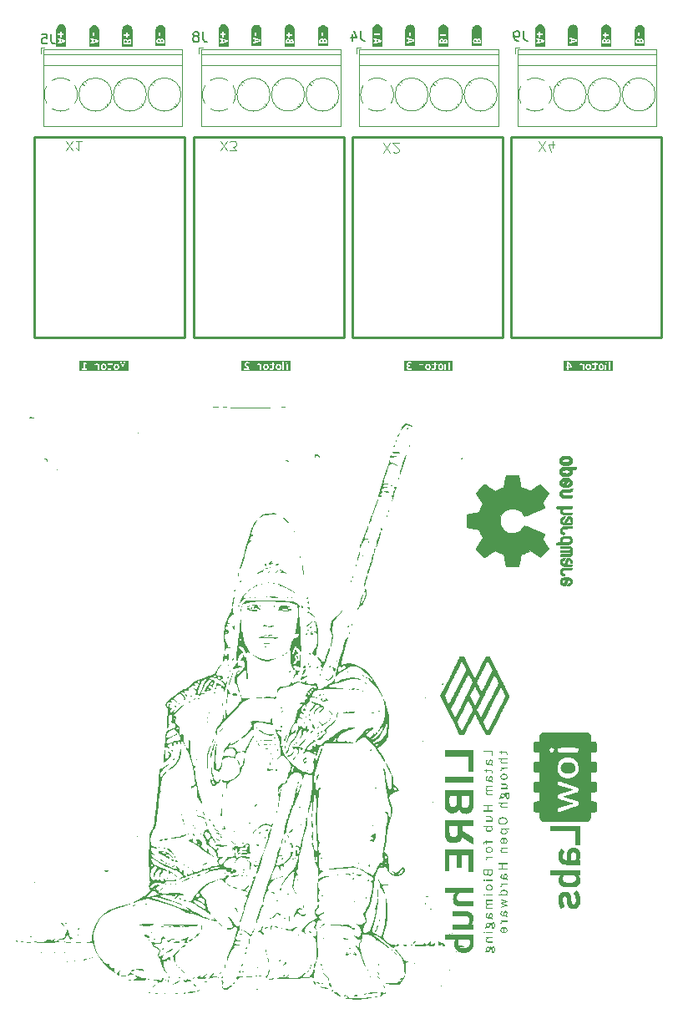
<source format=gbo>
G04 #@! TF.GenerationSoftware,KiCad,Pcbnew,8.0.3-8.0.3-0~ubuntu20.04.1*
G04 #@! TF.CreationDate,2024-08-18T22:02:51-04:00*
G04 #@! TF.ProjectId,syringe_pump,73797269-6e67-4655-9f70-756d702e6b69,rev?*
G04 #@! TF.SameCoordinates,Original*
G04 #@! TF.FileFunction,Legend,Bot*
G04 #@! TF.FilePolarity,Positive*
%FSLAX46Y46*%
G04 Gerber Fmt 4.6, Leading zero omitted, Abs format (unit mm)*
G04 Created by KiCad (PCBNEW 8.0.3-8.0.3-0~ubuntu20.04.1) date 2024-08-18 22:02:51*
%MOMM*%
%LPD*%
G01*
G04 APERTURE LIST*
%ADD10C,0.150000*%
%ADD11C,0.100000*%
%ADD12C,0.010000*%
%ADD13C,0.000000*%
%ADD14C,0.120000*%
%ADD15C,0.250000*%
%ADD16C,1.800000*%
%ADD17R,1.700000X1.700000*%
%ADD18O,1.700000X1.700000*%
%ADD19O,4.000000X2.000000*%
%ADD20O,1.550000X0.890000*%
%ADD21O,0.950000X1.250000*%
%ADD22R,2.400000X2.400000*%
%ADD23C,2.400000*%
%ADD24O,2.000000X1.600000*%
G04 APERTURE END LIST*
D10*
X67816666Y-51154819D02*
X67816666Y-51869104D01*
X67816666Y-51869104D02*
X67864285Y-52011961D01*
X67864285Y-52011961D02*
X67959523Y-52107200D01*
X67959523Y-52107200D02*
X68102380Y-52154819D01*
X68102380Y-52154819D02*
X68197618Y-52154819D01*
X67197618Y-51583390D02*
X67292856Y-51535771D01*
X67292856Y-51535771D02*
X67340475Y-51488152D01*
X67340475Y-51488152D02*
X67388094Y-51392914D01*
X67388094Y-51392914D02*
X67388094Y-51345295D01*
X67388094Y-51345295D02*
X67340475Y-51250057D01*
X67340475Y-51250057D02*
X67292856Y-51202438D01*
X67292856Y-51202438D02*
X67197618Y-51154819D01*
X67197618Y-51154819D02*
X67007142Y-51154819D01*
X67007142Y-51154819D02*
X66911904Y-51202438D01*
X66911904Y-51202438D02*
X66864285Y-51250057D01*
X66864285Y-51250057D02*
X66816666Y-51345295D01*
X66816666Y-51345295D02*
X66816666Y-51392914D01*
X66816666Y-51392914D02*
X66864285Y-51488152D01*
X66864285Y-51488152D02*
X66911904Y-51535771D01*
X66911904Y-51535771D02*
X67007142Y-51583390D01*
X67007142Y-51583390D02*
X67197618Y-51583390D01*
X67197618Y-51583390D02*
X67292856Y-51631009D01*
X67292856Y-51631009D02*
X67340475Y-51678628D01*
X67340475Y-51678628D02*
X67388094Y-51773866D01*
X67388094Y-51773866D02*
X67388094Y-51964342D01*
X67388094Y-51964342D02*
X67340475Y-52059580D01*
X67340475Y-52059580D02*
X67292856Y-52107200D01*
X67292856Y-52107200D02*
X67197618Y-52154819D01*
X67197618Y-52154819D02*
X67007142Y-52154819D01*
X67007142Y-52154819D02*
X66911904Y-52107200D01*
X66911904Y-52107200D02*
X66864285Y-52059580D01*
X66864285Y-52059580D02*
X66816666Y-51964342D01*
X66816666Y-51964342D02*
X66816666Y-51773866D01*
X66816666Y-51773866D02*
X66864285Y-51678628D01*
X66864285Y-51678628D02*
X66911904Y-51631009D01*
X66911904Y-51631009D02*
X67007142Y-51583390D01*
D11*
X69590476Y-63192580D02*
X70257142Y-62192580D01*
X70257142Y-63192580D02*
X69590476Y-62192580D01*
X70542857Y-63192580D02*
X71161904Y-63192580D01*
X71161904Y-63192580D02*
X70828571Y-62811628D01*
X70828571Y-62811628D02*
X70971428Y-62811628D01*
X70971428Y-62811628D02*
X71066666Y-62764009D01*
X71066666Y-62764009D02*
X71114285Y-62716390D01*
X71114285Y-62716390D02*
X71161904Y-62621152D01*
X71161904Y-62621152D02*
X71161904Y-62383057D01*
X71161904Y-62383057D02*
X71114285Y-62287819D01*
X71114285Y-62287819D02*
X71066666Y-62240200D01*
X71066666Y-62240200D02*
X70971428Y-62192580D01*
X70971428Y-62192580D02*
X70685714Y-62192580D01*
X70685714Y-62192580D02*
X70590476Y-62240200D01*
X70590476Y-62240200D02*
X70542857Y-62287819D01*
D10*
X52433333Y-51354819D02*
X52433333Y-52069104D01*
X52433333Y-52069104D02*
X52480952Y-52211961D01*
X52480952Y-52211961D02*
X52576190Y-52307200D01*
X52576190Y-52307200D02*
X52719047Y-52354819D01*
X52719047Y-52354819D02*
X52814285Y-52354819D01*
X51480952Y-51354819D02*
X51957142Y-51354819D01*
X51957142Y-51354819D02*
X52004761Y-51831009D01*
X52004761Y-51831009D02*
X51957142Y-51783390D01*
X51957142Y-51783390D02*
X51861904Y-51735771D01*
X51861904Y-51735771D02*
X51623809Y-51735771D01*
X51623809Y-51735771D02*
X51528571Y-51783390D01*
X51528571Y-51783390D02*
X51480952Y-51831009D01*
X51480952Y-51831009D02*
X51433333Y-51926247D01*
X51433333Y-51926247D02*
X51433333Y-52164342D01*
X51433333Y-52164342D02*
X51480952Y-52259580D01*
X51480952Y-52259580D02*
X51528571Y-52307200D01*
X51528571Y-52307200D02*
X51623809Y-52354819D01*
X51623809Y-52354819D02*
X51861904Y-52354819D01*
X51861904Y-52354819D02*
X51957142Y-52307200D01*
X51957142Y-52307200D02*
X52004761Y-52259580D01*
X100333333Y-51054819D02*
X100333333Y-51769104D01*
X100333333Y-51769104D02*
X100380952Y-51911961D01*
X100380952Y-51911961D02*
X100476190Y-52007200D01*
X100476190Y-52007200D02*
X100619047Y-52054819D01*
X100619047Y-52054819D02*
X100714285Y-52054819D01*
X99809523Y-52054819D02*
X99619047Y-52054819D01*
X99619047Y-52054819D02*
X99523809Y-52007200D01*
X99523809Y-52007200D02*
X99476190Y-51959580D01*
X99476190Y-51959580D02*
X99380952Y-51816723D01*
X99380952Y-51816723D02*
X99333333Y-51626247D01*
X99333333Y-51626247D02*
X99333333Y-51245295D01*
X99333333Y-51245295D02*
X99380952Y-51150057D01*
X99380952Y-51150057D02*
X99428571Y-51102438D01*
X99428571Y-51102438D02*
X99523809Y-51054819D01*
X99523809Y-51054819D02*
X99714285Y-51054819D01*
X99714285Y-51054819D02*
X99809523Y-51102438D01*
X99809523Y-51102438D02*
X99857142Y-51150057D01*
X99857142Y-51150057D02*
X99904761Y-51245295D01*
X99904761Y-51245295D02*
X99904761Y-51483390D01*
X99904761Y-51483390D02*
X99857142Y-51578628D01*
X99857142Y-51578628D02*
X99809523Y-51626247D01*
X99809523Y-51626247D02*
X99714285Y-51673866D01*
X99714285Y-51673866D02*
X99523809Y-51673866D01*
X99523809Y-51673866D02*
X99428571Y-51626247D01*
X99428571Y-51626247D02*
X99380952Y-51578628D01*
X99380952Y-51578628D02*
X99333333Y-51483390D01*
D11*
X86090476Y-63392580D02*
X86757142Y-62392580D01*
X86757142Y-63392580D02*
X86090476Y-62392580D01*
X87090476Y-63297342D02*
X87138095Y-63344961D01*
X87138095Y-63344961D02*
X87233333Y-63392580D01*
X87233333Y-63392580D02*
X87471428Y-63392580D01*
X87471428Y-63392580D02*
X87566666Y-63344961D01*
X87566666Y-63344961D02*
X87614285Y-63297342D01*
X87614285Y-63297342D02*
X87661904Y-63202104D01*
X87661904Y-63202104D02*
X87661904Y-63106866D01*
X87661904Y-63106866D02*
X87614285Y-62964009D01*
X87614285Y-62964009D02*
X87042857Y-62392580D01*
X87042857Y-62392580D02*
X87661904Y-62392580D01*
D10*
X83833333Y-51054819D02*
X83833333Y-51769104D01*
X83833333Y-51769104D02*
X83880952Y-51911961D01*
X83880952Y-51911961D02*
X83976190Y-52007200D01*
X83976190Y-52007200D02*
X84119047Y-52054819D01*
X84119047Y-52054819D02*
X84214285Y-52054819D01*
X82928571Y-51388152D02*
X82928571Y-52054819D01*
X83166666Y-51007200D02*
X83404761Y-51721485D01*
X83404761Y-51721485D02*
X82785714Y-51721485D01*
D11*
X53940476Y-63192580D02*
X54607142Y-62192580D01*
X54607142Y-63192580D02*
X53940476Y-62192580D01*
X55511904Y-62192580D02*
X54940476Y-62192580D01*
X55226190Y-62192580D02*
X55226190Y-63192580D01*
X55226190Y-63192580D02*
X55130952Y-63049723D01*
X55130952Y-63049723D02*
X55035714Y-62954485D01*
X55035714Y-62954485D02*
X54940476Y-62906866D01*
X101840476Y-63242580D02*
X102507142Y-62242580D01*
X102507142Y-63242580D02*
X101840476Y-62242580D01*
X103316666Y-62909247D02*
X103316666Y-62242580D01*
X103078571Y-63290200D02*
X102840476Y-62575914D01*
X102840476Y-62575914D02*
X103459523Y-62575914D01*
D12*
X105967555Y-133506082D02*
X105572444Y-133506082D01*
X105572444Y-132038527D01*
X103046555Y-132038527D01*
X103046555Y-131615193D01*
X105967555Y-131615193D01*
X105967555Y-133506082D01*
G36*
X105967555Y-133506082D02*
G01*
X105572444Y-133506082D01*
X105572444Y-132038527D01*
X103046555Y-132038527D01*
X103046555Y-131615193D01*
X105967555Y-131615193D01*
X105967555Y-133506082D01*
G37*
X104878518Y-125182296D02*
X104966624Y-125188663D01*
X105036480Y-125200637D01*
X105145433Y-125235044D01*
X105260468Y-125291229D01*
X105352193Y-125362437D01*
X105421245Y-125449185D01*
X105468259Y-125551990D01*
X105471465Y-125562848D01*
X105482362Y-125630196D01*
X105484802Y-125710824D01*
X105479356Y-125794526D01*
X105466595Y-125871098D01*
X105447089Y-125930336D01*
X105392194Y-126020722D01*
X105311385Y-126104698D01*
X105210266Y-126169773D01*
X105088554Y-126216086D01*
X104945967Y-126243773D01*
X104782222Y-126252971D01*
X104635356Y-126245691D01*
X104490820Y-126220112D01*
X104367011Y-126175914D01*
X104263487Y-126112886D01*
X104179810Y-126030813D01*
X104115539Y-125929482D01*
X104101071Y-125890355D01*
X104086931Y-125816728D01*
X104081106Y-125731866D01*
X104083632Y-125645118D01*
X104094545Y-125565831D01*
X104113882Y-125503355D01*
X104157551Y-125427458D01*
X104232582Y-125344221D01*
X104330205Y-125275831D01*
X104451738Y-125221187D01*
X104502552Y-125207312D01*
X104584178Y-125194044D01*
X104679347Y-125185266D01*
X104780110Y-125181257D01*
X104878518Y-125182296D01*
G36*
X104878518Y-125182296D02*
G01*
X104966624Y-125188663D01*
X105036480Y-125200637D01*
X105145433Y-125235044D01*
X105260468Y-125291229D01*
X105352193Y-125362437D01*
X105421245Y-125449185D01*
X105468259Y-125551990D01*
X105471465Y-125562848D01*
X105482362Y-125630196D01*
X105484802Y-125710824D01*
X105479356Y-125794526D01*
X105466595Y-125871098D01*
X105447089Y-125930336D01*
X105392194Y-126020722D01*
X105311385Y-126104698D01*
X105210266Y-126169773D01*
X105088554Y-126216086D01*
X104945967Y-126243773D01*
X104782222Y-126252971D01*
X104635356Y-126245691D01*
X104490820Y-126220112D01*
X104367011Y-126175914D01*
X104263487Y-126112886D01*
X104179810Y-126030813D01*
X104115539Y-125929482D01*
X104101071Y-125890355D01*
X104086931Y-125816728D01*
X104081106Y-125731866D01*
X104083632Y-125645118D01*
X104094545Y-125565831D01*
X104113882Y-125503355D01*
X104157551Y-125427458D01*
X104232582Y-125344221D01*
X104330205Y-125275831D01*
X104451738Y-125221187D01*
X104502552Y-125207312D01*
X104584178Y-125194044D01*
X104679347Y-125185266D01*
X104780110Y-125181257D01*
X104878518Y-125182296D01*
G37*
X104798907Y-136130749D02*
X105967555Y-136130749D01*
X105967555Y-136539971D01*
X105709321Y-136539971D01*
X105764860Y-136580204D01*
X105809186Y-136616733D01*
X105884275Y-136701670D01*
X105943346Y-136800151D01*
X105980457Y-136903275D01*
X105986579Y-136940724D01*
X105991816Y-136997036D01*
X105994360Y-137056628D01*
X105994456Y-137069826D01*
X105982252Y-137217023D01*
X105946075Y-137349775D01*
X105886781Y-137467002D01*
X105805229Y-137567627D01*
X105702276Y-137650570D01*
X105578782Y-137714752D01*
X105435603Y-137759097D01*
X105405704Y-137764914D01*
X105362618Y-137770734D01*
X105309593Y-137775132D01*
X105242974Y-137778270D01*
X105159105Y-137780311D01*
X105054332Y-137781416D01*
X104924998Y-137781749D01*
X104783275Y-137781255D01*
X104665745Y-137779438D01*
X104568775Y-137775799D01*
X104488536Y-137769838D01*
X104421201Y-137761057D01*
X104362941Y-137748954D01*
X104309930Y-137733032D01*
X104258340Y-137712791D01*
X104204341Y-137687732D01*
X104105869Y-137629322D01*
X104009713Y-137544137D01*
X103935947Y-137442261D01*
X103885019Y-137324516D01*
X103857379Y-137191724D01*
X103853475Y-137044710D01*
X103854859Y-137024841D01*
X103869267Y-136950226D01*
X104224867Y-136950226D01*
X104226293Y-137014982D01*
X104232019Y-137062737D01*
X104244239Y-137104488D01*
X104265144Y-137151232D01*
X104274359Y-137168824D01*
X104334635Y-137248659D01*
X104415323Y-137309581D01*
X104515036Y-137350485D01*
X104529214Y-137353796D01*
X104583699Y-137361363D01*
X104658552Y-137367196D01*
X104748380Y-137371290D01*
X104847790Y-137373643D01*
X104951389Y-137374250D01*
X105053785Y-137373110D01*
X105149585Y-137370218D01*
X105233397Y-137365571D01*
X105299827Y-137359165D01*
X105343482Y-137350998D01*
X105348021Y-137349622D01*
X105441377Y-137306832D01*
X105518747Y-137242615D01*
X105576128Y-137160254D01*
X105593216Y-137121183D01*
X105617477Y-137025819D01*
X105623579Y-136924464D01*
X105611419Y-136826227D01*
X105580893Y-136740221D01*
X105575758Y-136731168D01*
X105538802Y-136684462D01*
X105487449Y-136636393D01*
X105431186Y-136595046D01*
X105379496Y-136568509D01*
X105372253Y-136566428D01*
X105331857Y-136560105D01*
X105269563Y-136554575D01*
X105190207Y-136549920D01*
X105098628Y-136546222D01*
X104999660Y-136543563D01*
X104898141Y-136542025D01*
X104798907Y-136541688D01*
X104706795Y-136542636D01*
X104626641Y-136544950D01*
X104563282Y-136548711D01*
X104521554Y-136554002D01*
X104490220Y-136561670D01*
X104397551Y-136601361D01*
X104322978Y-136662507D01*
X104267201Y-136744582D01*
X104264199Y-136750628D01*
X104243585Y-136796633D01*
X104231680Y-136837709D01*
X104226201Y-136884886D01*
X104224868Y-136949193D01*
X104224867Y-136950226D01*
X103869267Y-136950226D01*
X103879023Y-136899700D01*
X103927757Y-136782008D01*
X103998425Y-136676876D01*
X104088390Y-136589415D01*
X104151853Y-136539971D01*
X103046555Y-136539971D01*
X103046555Y-136130749D01*
X104798907Y-136130749D01*
G36*
X104798907Y-136130749D02*
G01*
X105967555Y-136130749D01*
X105967555Y-136539971D01*
X105709321Y-136539971D01*
X105764860Y-136580204D01*
X105809186Y-136616733D01*
X105884275Y-136701670D01*
X105943346Y-136800151D01*
X105980457Y-136903275D01*
X105986579Y-136940724D01*
X105991816Y-136997036D01*
X105994360Y-137056628D01*
X105994456Y-137069826D01*
X105982252Y-137217023D01*
X105946075Y-137349775D01*
X105886781Y-137467002D01*
X105805229Y-137567627D01*
X105702276Y-137650570D01*
X105578782Y-137714752D01*
X105435603Y-137759097D01*
X105405704Y-137764914D01*
X105362618Y-137770734D01*
X105309593Y-137775132D01*
X105242974Y-137778270D01*
X105159105Y-137780311D01*
X105054332Y-137781416D01*
X104924998Y-137781749D01*
X104783275Y-137781255D01*
X104665745Y-137779438D01*
X104568775Y-137775799D01*
X104488536Y-137769838D01*
X104421201Y-137761057D01*
X104362941Y-137748954D01*
X104309930Y-137733032D01*
X104258340Y-137712791D01*
X104204341Y-137687732D01*
X104105869Y-137629322D01*
X104009713Y-137544137D01*
X103935947Y-137442261D01*
X103885019Y-137324516D01*
X103857379Y-137191724D01*
X103853475Y-137044710D01*
X103854859Y-137024841D01*
X103869267Y-136950226D01*
X104224867Y-136950226D01*
X104226293Y-137014982D01*
X104232019Y-137062737D01*
X104244239Y-137104488D01*
X104265144Y-137151232D01*
X104274359Y-137168824D01*
X104334635Y-137248659D01*
X104415323Y-137309581D01*
X104515036Y-137350485D01*
X104529214Y-137353796D01*
X104583699Y-137361363D01*
X104658552Y-137367196D01*
X104748380Y-137371290D01*
X104847790Y-137373643D01*
X104951389Y-137374250D01*
X105053785Y-137373110D01*
X105149585Y-137370218D01*
X105233397Y-137365571D01*
X105299827Y-137359165D01*
X105343482Y-137350998D01*
X105348021Y-137349622D01*
X105441377Y-137306832D01*
X105518747Y-137242615D01*
X105576128Y-137160254D01*
X105593216Y-137121183D01*
X105617477Y-137025819D01*
X105623579Y-136924464D01*
X105611419Y-136826227D01*
X105580893Y-136740221D01*
X105575758Y-136731168D01*
X105538802Y-136684462D01*
X105487449Y-136636393D01*
X105431186Y-136595046D01*
X105379496Y-136568509D01*
X105372253Y-136566428D01*
X105331857Y-136560105D01*
X105269563Y-136554575D01*
X105190207Y-136549920D01*
X105098628Y-136546222D01*
X104999660Y-136543563D01*
X104898141Y-136542025D01*
X104798907Y-136541688D01*
X104706795Y-136542636D01*
X104626641Y-136544950D01*
X104563282Y-136548711D01*
X104521554Y-136554002D01*
X104490220Y-136561670D01*
X104397551Y-136601361D01*
X104322978Y-136662507D01*
X104267201Y-136744582D01*
X104264199Y-136750628D01*
X104243585Y-136796633D01*
X104231680Y-136837709D01*
X104226201Y-136884886D01*
X104224868Y-136949193D01*
X104224867Y-136950226D01*
X103869267Y-136950226D01*
X103879023Y-136899700D01*
X103927757Y-136782008D01*
X103998425Y-136676876D01*
X104088390Y-136589415D01*
X104151853Y-136539971D01*
X103046555Y-136539971D01*
X103046555Y-136130749D01*
X104798907Y-136130749D01*
G37*
X105476918Y-133853598D02*
X105572797Y-133868879D01*
X105652618Y-133894804D01*
X105723119Y-133933776D01*
X105791039Y-133988199D01*
X105791084Y-133988240D01*
X105849445Y-134049798D01*
X105895968Y-134118958D01*
X105932967Y-134200845D01*
X105962759Y-134300585D01*
X105987661Y-134423305D01*
X105987703Y-134423550D01*
X105989691Y-134451414D01*
X105990692Y-134500512D01*
X105990648Y-134563984D01*
X105989498Y-134634971D01*
X105984407Y-134737194D01*
X105972425Y-134825796D01*
X105951569Y-134901375D01*
X105919699Y-134971553D01*
X105874675Y-135043953D01*
X105825976Y-135114749D01*
X105967555Y-135114749D01*
X105967555Y-135509860D01*
X105249130Y-135509860D01*
X105123931Y-135509805D01*
X104963847Y-135509419D01*
X104827665Y-135508465D01*
X104712825Y-135506710D01*
X104616765Y-135503924D01*
X104536926Y-135499877D01*
X104470747Y-135494337D01*
X104415669Y-135487075D01*
X104369129Y-135477858D01*
X104328569Y-135466456D01*
X104291428Y-135452639D01*
X104255145Y-135436176D01*
X104217160Y-135416835D01*
X104215548Y-135415985D01*
X104105604Y-135342427D01*
X104014854Y-135248571D01*
X103943652Y-135135125D01*
X103892354Y-135002801D01*
X103861314Y-134852309D01*
X103850888Y-134684360D01*
X103857770Y-134546667D01*
X103887525Y-134379095D01*
X103940649Y-134226625D01*
X104016972Y-134089862D01*
X104041062Y-134056054D01*
X104078597Y-134008551D01*
X104112501Y-133971234D01*
X104138677Y-133948475D01*
X104153029Y-133944647D01*
X104153305Y-133944954D01*
X104164309Y-133960128D01*
X104187593Y-133993602D01*
X104219932Y-134040703D01*
X104258098Y-134096762D01*
X104357249Y-134242942D01*
X104323603Y-134294318D01*
X104320342Y-134299532D01*
X104298689Y-134341657D01*
X104274488Y-134398190D01*
X104252391Y-134458412D01*
X104242477Y-134488980D01*
X104228321Y-134540619D01*
X104220860Y-134587846D01*
X104218736Y-134641498D01*
X104220593Y-134712412D01*
X104225043Y-134779880D01*
X104237761Y-134857573D01*
X104260484Y-134919212D01*
X104296027Y-134971672D01*
X104347202Y-135021828D01*
X104421079Y-135070217D01*
X104519894Y-135103554D01*
X104634879Y-135114749D01*
X104722302Y-135114749D01*
X104728427Y-134788303D01*
X105064444Y-134788303D01*
X105064444Y-135114749D01*
X105289861Y-135114749D01*
X105382181Y-135114164D01*
X105450923Y-135111515D01*
X105500606Y-135105410D01*
X105535749Y-135094456D01*
X105560869Y-135077259D01*
X105580485Y-135052427D01*
X105599116Y-135018566D01*
X105607832Y-134999286D01*
X105626646Y-134946532D01*
X105641261Y-134891804D01*
X105649832Y-134833303D01*
X105654963Y-134752410D01*
X105655620Y-134663563D01*
X105651977Y-134575741D01*
X105644207Y-134497926D01*
X105632485Y-134439098D01*
X105615532Y-134394489D01*
X105572214Y-134325640D01*
X105515989Y-134272579D01*
X105452500Y-134241500D01*
X105418644Y-134233562D01*
X105326237Y-134226786D01*
X105242656Y-134242184D01*
X105171552Y-134278145D01*
X105116579Y-134333056D01*
X105081387Y-134405304D01*
X105077780Y-134421809D01*
X105072013Y-134474482D01*
X105067838Y-134553797D01*
X105065300Y-134658741D01*
X105064444Y-134788303D01*
X104728427Y-134788303D01*
X104729517Y-134730221D01*
X104730819Y-134666378D01*
X104734302Y-134542706D01*
X104739078Y-134441683D01*
X104745745Y-134359463D01*
X104754902Y-134292202D01*
X104767151Y-134236054D01*
X104783090Y-134187174D01*
X104803319Y-134141716D01*
X104828437Y-134095835D01*
X104859911Y-134047777D01*
X104933077Y-133968302D01*
X105021872Y-133909280D01*
X105127888Y-133870019D01*
X105252716Y-133849825D01*
X105326237Y-133848904D01*
X105397949Y-133848006D01*
X105476918Y-133853598D01*
G36*
X105476918Y-133853598D02*
G01*
X105572797Y-133868879D01*
X105652618Y-133894804D01*
X105723119Y-133933776D01*
X105791039Y-133988199D01*
X105791084Y-133988240D01*
X105849445Y-134049798D01*
X105895968Y-134118958D01*
X105932967Y-134200845D01*
X105962759Y-134300585D01*
X105987661Y-134423305D01*
X105987703Y-134423550D01*
X105989691Y-134451414D01*
X105990692Y-134500512D01*
X105990648Y-134563984D01*
X105989498Y-134634971D01*
X105984407Y-134737194D01*
X105972425Y-134825796D01*
X105951569Y-134901375D01*
X105919699Y-134971553D01*
X105874675Y-135043953D01*
X105825976Y-135114749D01*
X105967555Y-135114749D01*
X105967555Y-135509860D01*
X105249130Y-135509860D01*
X105123931Y-135509805D01*
X104963847Y-135509419D01*
X104827665Y-135508465D01*
X104712825Y-135506710D01*
X104616765Y-135503924D01*
X104536926Y-135499877D01*
X104470747Y-135494337D01*
X104415669Y-135487075D01*
X104369129Y-135477858D01*
X104328569Y-135466456D01*
X104291428Y-135452639D01*
X104255145Y-135436176D01*
X104217160Y-135416835D01*
X104215548Y-135415985D01*
X104105604Y-135342427D01*
X104014854Y-135248571D01*
X103943652Y-135135125D01*
X103892354Y-135002801D01*
X103861314Y-134852309D01*
X103850888Y-134684360D01*
X103857770Y-134546667D01*
X103887525Y-134379095D01*
X103940649Y-134226625D01*
X104016972Y-134089862D01*
X104041062Y-134056054D01*
X104078597Y-134008551D01*
X104112501Y-133971234D01*
X104138677Y-133948475D01*
X104153029Y-133944647D01*
X104153305Y-133944954D01*
X104164309Y-133960128D01*
X104187593Y-133993602D01*
X104219932Y-134040703D01*
X104258098Y-134096762D01*
X104357249Y-134242942D01*
X104323603Y-134294318D01*
X104320342Y-134299532D01*
X104298689Y-134341657D01*
X104274488Y-134398190D01*
X104252391Y-134458412D01*
X104242477Y-134488980D01*
X104228321Y-134540619D01*
X104220860Y-134587846D01*
X104218736Y-134641498D01*
X104220593Y-134712412D01*
X104225043Y-134779880D01*
X104237761Y-134857573D01*
X104260484Y-134919212D01*
X104296027Y-134971672D01*
X104347202Y-135021828D01*
X104421079Y-135070217D01*
X104519894Y-135103554D01*
X104634879Y-135114749D01*
X104722302Y-135114749D01*
X104728427Y-134788303D01*
X105064444Y-134788303D01*
X105064444Y-135114749D01*
X105289861Y-135114749D01*
X105382181Y-135114164D01*
X105450923Y-135111515D01*
X105500606Y-135105410D01*
X105535749Y-135094456D01*
X105560869Y-135077259D01*
X105580485Y-135052427D01*
X105599116Y-135018566D01*
X105607832Y-134999286D01*
X105626646Y-134946532D01*
X105641261Y-134891804D01*
X105649832Y-134833303D01*
X105654963Y-134752410D01*
X105655620Y-134663563D01*
X105651977Y-134575741D01*
X105644207Y-134497926D01*
X105632485Y-134439098D01*
X105615532Y-134394489D01*
X105572214Y-134325640D01*
X105515989Y-134272579D01*
X105452500Y-134241500D01*
X105418644Y-134233562D01*
X105326237Y-134226786D01*
X105242656Y-134242184D01*
X105171552Y-134278145D01*
X105116579Y-134333056D01*
X105081387Y-134405304D01*
X105077780Y-134421809D01*
X105072013Y-134474482D01*
X105067838Y-134553797D01*
X105065300Y-134658741D01*
X105064444Y-134788303D01*
X104728427Y-134788303D01*
X104729517Y-134730221D01*
X104730819Y-134666378D01*
X104734302Y-134542706D01*
X104739078Y-134441683D01*
X104745745Y-134359463D01*
X104754902Y-134292202D01*
X104767151Y-134236054D01*
X104783090Y-134187174D01*
X104803319Y-134141716D01*
X104828437Y-134095835D01*
X104859911Y-134047777D01*
X104933077Y-133968302D01*
X105021872Y-133909280D01*
X105127888Y-133870019D01*
X105252716Y-133849825D01*
X105326237Y-133848904D01*
X105397949Y-133848006D01*
X105476918Y-133853598D01*
G37*
X105681270Y-138210569D02*
X105704797Y-138235307D01*
X105736237Y-138275089D01*
X105771625Y-138324544D01*
X105806998Y-138378299D01*
X105838389Y-138430979D01*
X105854368Y-138460491D01*
X105883726Y-138521580D01*
X105909304Y-138587074D01*
X105933979Y-138664771D01*
X105960627Y-138762471D01*
X105975473Y-138826520D01*
X105986455Y-138896267D01*
X105992469Y-138973437D01*
X105994663Y-139068367D01*
X105994198Y-139138202D01*
X105983050Y-139318054D01*
X105957062Y-139474771D01*
X105915824Y-139609244D01*
X105858921Y-139722363D01*
X105785943Y-139815019D01*
X105696478Y-139888102D01*
X105590112Y-139942503D01*
X105587964Y-139943348D01*
X105549397Y-139956858D01*
X105510947Y-139965875D01*
X105465533Y-139971254D01*
X105406078Y-139973854D01*
X105325500Y-139974530D01*
X105261187Y-139973664D01*
X105165723Y-139967101D01*
X105088682Y-139952479D01*
X105024094Y-139927890D01*
X104965992Y-139891426D01*
X104908407Y-139841177D01*
X104865715Y-139794561D01*
X104824033Y-139733806D01*
X104790294Y-139663000D01*
X104763380Y-139578527D01*
X104742175Y-139476775D01*
X104725563Y-139354128D01*
X104712425Y-139206971D01*
X104706578Y-139132102D01*
X104695464Y-139017858D01*
X104682781Y-138927101D01*
X104667595Y-138856787D01*
X104648978Y-138803874D01*
X104625998Y-138765320D01*
X104597726Y-138738081D01*
X104563230Y-138719116D01*
X104512987Y-138705168D01*
X104442200Y-138708174D01*
X104375225Y-138736347D01*
X104315675Y-138787950D01*
X104267166Y-138861249D01*
X104255782Y-138884480D01*
X104241387Y-138918267D01*
X104232343Y-138950893D01*
X104227437Y-138989702D01*
X104225455Y-139042039D01*
X104225183Y-139115249D01*
X104225236Y-139131669D01*
X104226419Y-139203850D01*
X104230183Y-139259043D01*
X104237972Y-139306678D01*
X104251232Y-139356184D01*
X104271405Y-139416991D01*
X104279993Y-139440964D01*
X104308579Y-139513417D01*
X104339521Y-139583600D01*
X104367477Y-139639165D01*
X104417677Y-139728931D01*
X104371638Y-139767812D01*
X104339919Y-139794470D01*
X104272520Y-139850226D01*
X104213086Y-139898203D01*
X104164981Y-139935753D01*
X104131568Y-139960225D01*
X104116212Y-139968971D01*
X104115053Y-139968777D01*
X104099899Y-139953944D01*
X104076509Y-139919259D01*
X104047733Y-139870020D01*
X104016419Y-139811523D01*
X103985416Y-139749064D01*
X103957574Y-139687940D01*
X103935741Y-139633449D01*
X103929822Y-139616830D01*
X103890501Y-139485643D01*
X103865812Y-139354756D01*
X103854529Y-139215400D01*
X103855428Y-139058805D01*
X103860842Y-138966974D01*
X103877964Y-138831379D01*
X103906291Y-138716558D01*
X103947176Y-138618769D01*
X104001968Y-138534275D01*
X104072020Y-138459336D01*
X104112962Y-138424160D01*
X104171601Y-138383836D01*
X104233467Y-138355742D01*
X104304717Y-138337954D01*
X104391509Y-138328546D01*
X104500000Y-138325596D01*
X104500907Y-138325593D01*
X104591054Y-138326346D01*
X104659644Y-138330225D01*
X104713243Y-138338774D01*
X104758414Y-138353538D01*
X104801724Y-138376062D01*
X104849735Y-138407891D01*
X104885327Y-138435548D01*
X104931818Y-138483213D01*
X104970251Y-138540535D01*
X105001677Y-138610599D01*
X105027143Y-138696489D01*
X105047700Y-138801291D01*
X105064396Y-138928090D01*
X105078281Y-139079971D01*
X105090154Y-139208342D01*
X105106017Y-139322645D01*
X105126068Y-139413151D01*
X105151420Y-139482124D01*
X105183185Y-139531828D01*
X105222479Y-139564528D01*
X105270414Y-139582488D01*
X105328103Y-139587971D01*
X105341391Y-139587797D01*
X105413251Y-139577726D01*
X105472023Y-139548990D01*
X105527410Y-139497169D01*
X105540549Y-139480821D01*
X105580676Y-139406296D01*
X105608517Y-139307978D01*
X105624366Y-139184922D01*
X105624757Y-139179343D01*
X105621138Y-139022887D01*
X105589714Y-138865453D01*
X105530807Y-138708176D01*
X105444741Y-138552194D01*
X105436966Y-138540035D01*
X105406160Y-138489590D01*
X105389617Y-138456452D01*
X105385417Y-138435968D01*
X105391641Y-138423487D01*
X105403628Y-138412693D01*
X105439890Y-138381891D01*
X105485479Y-138344726D01*
X105535204Y-138305245D01*
X105583878Y-138267493D01*
X105626311Y-138235518D01*
X105657316Y-138213366D01*
X105671703Y-138205082D01*
X105681270Y-138210569D01*
G36*
X105681270Y-138210569D02*
G01*
X105704797Y-138235307D01*
X105736237Y-138275089D01*
X105771625Y-138324544D01*
X105806998Y-138378299D01*
X105838389Y-138430979D01*
X105854368Y-138460491D01*
X105883726Y-138521580D01*
X105909304Y-138587074D01*
X105933979Y-138664771D01*
X105960627Y-138762471D01*
X105975473Y-138826520D01*
X105986455Y-138896267D01*
X105992469Y-138973437D01*
X105994663Y-139068367D01*
X105994198Y-139138202D01*
X105983050Y-139318054D01*
X105957062Y-139474771D01*
X105915824Y-139609244D01*
X105858921Y-139722363D01*
X105785943Y-139815019D01*
X105696478Y-139888102D01*
X105590112Y-139942503D01*
X105587964Y-139943348D01*
X105549397Y-139956858D01*
X105510947Y-139965875D01*
X105465533Y-139971254D01*
X105406078Y-139973854D01*
X105325500Y-139974530D01*
X105261187Y-139973664D01*
X105165723Y-139967101D01*
X105088682Y-139952479D01*
X105024094Y-139927890D01*
X104965992Y-139891426D01*
X104908407Y-139841177D01*
X104865715Y-139794561D01*
X104824033Y-139733806D01*
X104790294Y-139663000D01*
X104763380Y-139578527D01*
X104742175Y-139476775D01*
X104725563Y-139354128D01*
X104712425Y-139206971D01*
X104706578Y-139132102D01*
X104695464Y-139017858D01*
X104682781Y-138927101D01*
X104667595Y-138856787D01*
X104648978Y-138803874D01*
X104625998Y-138765320D01*
X104597726Y-138738081D01*
X104563230Y-138719116D01*
X104512987Y-138705168D01*
X104442200Y-138708174D01*
X104375225Y-138736347D01*
X104315675Y-138787950D01*
X104267166Y-138861249D01*
X104255782Y-138884480D01*
X104241387Y-138918267D01*
X104232343Y-138950893D01*
X104227437Y-138989702D01*
X104225455Y-139042039D01*
X104225183Y-139115249D01*
X104225236Y-139131669D01*
X104226419Y-139203850D01*
X104230183Y-139259043D01*
X104237972Y-139306678D01*
X104251232Y-139356184D01*
X104271405Y-139416991D01*
X104279993Y-139440964D01*
X104308579Y-139513417D01*
X104339521Y-139583600D01*
X104367477Y-139639165D01*
X104417677Y-139728931D01*
X104371638Y-139767812D01*
X104339919Y-139794470D01*
X104272520Y-139850226D01*
X104213086Y-139898203D01*
X104164981Y-139935753D01*
X104131568Y-139960225D01*
X104116212Y-139968971D01*
X104115053Y-139968777D01*
X104099899Y-139953944D01*
X104076509Y-139919259D01*
X104047733Y-139870020D01*
X104016419Y-139811523D01*
X103985416Y-139749064D01*
X103957574Y-139687940D01*
X103935741Y-139633449D01*
X103929822Y-139616830D01*
X103890501Y-139485643D01*
X103865812Y-139354756D01*
X103854529Y-139215400D01*
X103855428Y-139058805D01*
X103860842Y-138966974D01*
X103877964Y-138831379D01*
X103906291Y-138716558D01*
X103947176Y-138618769D01*
X104001968Y-138534275D01*
X104072020Y-138459336D01*
X104112962Y-138424160D01*
X104171601Y-138383836D01*
X104233467Y-138355742D01*
X104304717Y-138337954D01*
X104391509Y-138328546D01*
X104500000Y-138325596D01*
X104500907Y-138325593D01*
X104591054Y-138326346D01*
X104659644Y-138330225D01*
X104713243Y-138338774D01*
X104758414Y-138353538D01*
X104801724Y-138376062D01*
X104849735Y-138407891D01*
X104885327Y-138435548D01*
X104931818Y-138483213D01*
X104970251Y-138540535D01*
X105001677Y-138610599D01*
X105027143Y-138696489D01*
X105047700Y-138801291D01*
X105064396Y-138928090D01*
X105078281Y-139079971D01*
X105090154Y-139208342D01*
X105106017Y-139322645D01*
X105126068Y-139413151D01*
X105151420Y-139482124D01*
X105183185Y-139531828D01*
X105222479Y-139564528D01*
X105270414Y-139582488D01*
X105328103Y-139587971D01*
X105341391Y-139587797D01*
X105413251Y-139577726D01*
X105472023Y-139548990D01*
X105527410Y-139497169D01*
X105540549Y-139480821D01*
X105580676Y-139406296D01*
X105608517Y-139307978D01*
X105624366Y-139184922D01*
X105624757Y-139179343D01*
X105621138Y-139022887D01*
X105589714Y-138865453D01*
X105530807Y-138708176D01*
X105444741Y-138552194D01*
X105436966Y-138540035D01*
X105406160Y-138489590D01*
X105389617Y-138456452D01*
X105385417Y-138435968D01*
X105391641Y-138423487D01*
X105403628Y-138412693D01*
X105439890Y-138381891D01*
X105485479Y-138344726D01*
X105535204Y-138305245D01*
X105583878Y-138267493D01*
X105626311Y-138235518D01*
X105657316Y-138213366D01*
X105671703Y-138205082D01*
X105681270Y-138210569D01*
G37*
X103149779Y-122125471D02*
X104783975Y-122125471D01*
X106722500Y-122125471D01*
X106804863Y-122167166D01*
X106861652Y-122201676D01*
X106941772Y-122270534D01*
X107008941Y-122352536D01*
X107055618Y-122439491D01*
X107062826Y-122458830D01*
X107072284Y-122489973D01*
X107079308Y-122524816D01*
X107084414Y-122568264D01*
X107088115Y-122625220D01*
X107090927Y-122700590D01*
X107093364Y-122799277D01*
X107099389Y-123077971D01*
X107257633Y-123077971D01*
X107352299Y-123080354D01*
X107442986Y-123090071D01*
X107514943Y-123108487D01*
X107572927Y-123136890D01*
X107621694Y-123176568D01*
X107675000Y-123229873D01*
X107675000Y-123605974D01*
X107674991Y-123680521D01*
X107674603Y-123784919D01*
X107673062Y-123866590D01*
X107669578Y-123928976D01*
X107663362Y-123975518D01*
X107653623Y-124009658D01*
X107639571Y-124034836D01*
X107620416Y-124054496D01*
X107595368Y-124072077D01*
X107563637Y-124091022D01*
X107561971Y-124091999D01*
X107534645Y-124106942D01*
X107508446Y-124117448D01*
X107477504Y-124124466D01*
X107435950Y-124128948D01*
X107377914Y-124131842D01*
X107297527Y-124134100D01*
X107096444Y-124138951D01*
X107096444Y-125109971D01*
X107283416Y-125110109D01*
X107320916Y-125110217D01*
X107389728Y-125111354D01*
X107439710Y-125114416D01*
X107477400Y-125120249D01*
X107509337Y-125129701D01*
X107542057Y-125143619D01*
X107568827Y-125156145D01*
X107600899Y-125172784D01*
X107625760Y-125190627D01*
X107644330Y-125213049D01*
X107657525Y-125243429D01*
X107666263Y-125285145D01*
X107671462Y-125341572D01*
X107674039Y-125416089D01*
X107674912Y-125512074D01*
X107675000Y-125632903D01*
X107675000Y-126010917D01*
X107639392Y-126053234D01*
X107624782Y-126069546D01*
X107583692Y-126104478D01*
X107534137Y-126129950D01*
X107471224Y-126147511D01*
X107390061Y-126158706D01*
X107285758Y-126165083D01*
X107096444Y-126172307D01*
X107096444Y-127125727D01*
X107290472Y-127130321D01*
X107328281Y-127131299D01*
X107399262Y-127134077D01*
X107450957Y-127138282D01*
X107489624Y-127144828D01*
X107521521Y-127154627D01*
X107552906Y-127168592D01*
X107568518Y-127176353D01*
X107599772Y-127193507D01*
X107624214Y-127211932D01*
X107642683Y-127234997D01*
X107656015Y-127266070D01*
X107665048Y-127308520D01*
X107670621Y-127365716D01*
X107673570Y-127441028D01*
X107674732Y-127537823D01*
X107674947Y-127659472D01*
X107675000Y-128028806D01*
X107637947Y-128072841D01*
X107609814Y-128103197D01*
X107570780Y-128133838D01*
X107524565Y-128155522D01*
X107465935Y-128169918D01*
X107389649Y-128178694D01*
X107290472Y-128183518D01*
X107096444Y-128189396D01*
X107096444Y-129145749D01*
X107256161Y-129145749D01*
X107354707Y-129148304D01*
X107444542Y-129158132D01*
X107515808Y-129176558D01*
X107573271Y-129204867D01*
X107621694Y-129244345D01*
X107675000Y-129297651D01*
X107675000Y-129673752D01*
X107674991Y-129748298D01*
X107674603Y-129852697D01*
X107673062Y-129934368D01*
X107669578Y-129996754D01*
X107663362Y-130043296D01*
X107653623Y-130077436D01*
X107639571Y-130102614D01*
X107620416Y-130122274D01*
X107595368Y-130139855D01*
X107563637Y-130158799D01*
X107562863Y-130159254D01*
X107535307Y-130174394D01*
X107509052Y-130185037D01*
X107478193Y-130192144D01*
X107436827Y-130196674D01*
X107379049Y-130199589D01*
X107298955Y-130201847D01*
X107099299Y-130206668D01*
X107089173Y-130775582D01*
X107044813Y-130869439D01*
X107039061Y-130881301D01*
X106974705Y-130982727D01*
X106891928Y-131063501D01*
X106788134Y-131126226D01*
X106694277Y-131170693D01*
X102319833Y-131170693D01*
X102239376Y-131138185D01*
X102212008Y-131126056D01*
X102115997Y-131064990D01*
X102033967Y-130982829D01*
X101971014Y-130884395D01*
X101924722Y-130790436D01*
X101920172Y-130497259D01*
X101915623Y-130204082D01*
X101728675Y-130204082D01*
X101661974Y-130203845D01*
X101603305Y-130202401D01*
X101560821Y-130198785D01*
X101527987Y-130192034D01*
X101498268Y-130181185D01*
X101465128Y-130165277D01*
X101457293Y-130161297D01*
X101418508Y-130140495D01*
X101388154Y-130119906D01*
X101365200Y-130095976D01*
X101348612Y-130065151D01*
X101337356Y-130023876D01*
X101330400Y-129968597D01*
X101326711Y-129895760D01*
X101325255Y-129801810D01*
X101325000Y-129683192D01*
X101325004Y-129658194D01*
X101325402Y-129543534D01*
X101327103Y-129452901D01*
X101331033Y-129382777D01*
X101338118Y-129329640D01*
X101349284Y-129289971D01*
X101365457Y-129260249D01*
X101387563Y-129236957D01*
X101416527Y-129216572D01*
X101453276Y-129195576D01*
X101485305Y-129178826D01*
X101514432Y-129166922D01*
X101546512Y-129159007D01*
X101587863Y-129153974D01*
X101644799Y-129150712D01*
X101723638Y-129148113D01*
X101917666Y-129142546D01*
X101917666Y-128608734D01*
X103667457Y-128608734D01*
X103672945Y-128692895D01*
X103703499Y-128772825D01*
X103759158Y-128844230D01*
X103768317Y-128852873D01*
X103786208Y-128868221D01*
X103806436Y-128882621D01*
X103831258Y-128896848D01*
X103862933Y-128911682D01*
X103903720Y-128927900D01*
X103955877Y-128946279D01*
X104021663Y-128967597D01*
X104103335Y-128992631D01*
X104203151Y-129022160D01*
X104323372Y-129056961D01*
X104466253Y-129097811D01*
X104634055Y-129145489D01*
X104677926Y-129157944D01*
X104795950Y-129191558D01*
X104905028Y-129222773D01*
X105002125Y-129250711D01*
X105084205Y-129274494D01*
X105148232Y-129293243D01*
X105191170Y-129306081D01*
X105209984Y-129312128D01*
X105210895Y-129313347D01*
X105196505Y-129321972D01*
X105155451Y-129337734D01*
X105087633Y-129360662D01*
X104992953Y-129390790D01*
X104871314Y-129428148D01*
X104722616Y-129472768D01*
X104546762Y-129524682D01*
X104518753Y-129532906D01*
X104383646Y-129572822D01*
X104255704Y-129611016D01*
X104137778Y-129646612D01*
X104032715Y-129678732D01*
X103943364Y-129706502D01*
X103872573Y-129729044D01*
X103823193Y-129745483D01*
X103798070Y-129754943D01*
X103761286Y-129775171D01*
X103711519Y-129820578D01*
X103683577Y-129879979D01*
X103674720Y-129957880D01*
X103674877Y-129969616D01*
X103688956Y-130053976D01*
X103724213Y-130121309D01*
X103778374Y-130169496D01*
X103849169Y-130196419D01*
X103934323Y-130199959D01*
X103940452Y-130198939D01*
X103974490Y-130190200D01*
X104031346Y-130173511D01*
X104108187Y-130149818D01*
X104202181Y-130120061D01*
X104310497Y-130085183D01*
X104430302Y-130046128D01*
X104558764Y-130003838D01*
X104693052Y-129959254D01*
X104830333Y-129913321D01*
X104967776Y-129866980D01*
X105102548Y-129821174D01*
X105231818Y-129776846D01*
X105352754Y-129734938D01*
X105462523Y-129696393D01*
X105558293Y-129662154D01*
X105637234Y-129633162D01*
X105691358Y-129610422D01*
X105781265Y-129556573D01*
X105845282Y-129491940D01*
X105883650Y-129416242D01*
X105896611Y-129329193D01*
X105896552Y-129318798D01*
X105884694Y-129223919D01*
X105851316Y-129146443D01*
X105794958Y-129084012D01*
X105714162Y-129034264D01*
X105693458Y-129025941D01*
X105644999Y-129009000D01*
X105574986Y-128986001D01*
X105486563Y-128957927D01*
X105382869Y-128925760D01*
X105267047Y-128890482D01*
X105142237Y-128853077D01*
X105011581Y-128814526D01*
X104896363Y-128780544D01*
X104778262Y-128745143D01*
X104671827Y-128712642D01*
X104579634Y-128683858D01*
X104504258Y-128659606D01*
X104448277Y-128640703D01*
X104414267Y-128627967D01*
X104404804Y-128622212D01*
X104408227Y-128620857D01*
X104434775Y-128612350D01*
X104484379Y-128597372D01*
X104554064Y-128576792D01*
X104640855Y-128551481D01*
X104741777Y-128522307D01*
X104853856Y-128490141D01*
X104974117Y-128455850D01*
X105010252Y-128445569D01*
X105132083Y-128410765D01*
X105247196Y-128377668D01*
X105352183Y-128347273D01*
X105443639Y-128320573D01*
X105518155Y-128298561D01*
X105572324Y-128282230D01*
X105602740Y-128272574D01*
X105629696Y-128262980D01*
X105727147Y-128220725D01*
X105799729Y-128174269D01*
X105850112Y-128121578D01*
X105880968Y-128060615D01*
X105886022Y-128042432D01*
X105894540Y-127976826D01*
X105893456Y-127905245D01*
X105882650Y-127843081D01*
X105853526Y-127783069D01*
X105802103Y-127722432D01*
X105736370Y-127672850D01*
X105734178Y-127671575D01*
X105718994Y-127663274D01*
X105700494Y-127654265D01*
X105676876Y-127643911D01*
X105646336Y-127631577D01*
X105607071Y-127616627D01*
X105557277Y-127598426D01*
X105495152Y-127576338D01*
X105418891Y-127549727D01*
X105326691Y-127517959D01*
X105216750Y-127480398D01*
X105087263Y-127436407D01*
X104936428Y-127385352D01*
X104762441Y-127326597D01*
X104563500Y-127259507D01*
X104553614Y-127256175D01*
X104409248Y-127207654D01*
X104288865Y-127167553D01*
X104189929Y-127135127D01*
X104109904Y-127109633D01*
X104046254Y-127090329D01*
X103996444Y-127076471D01*
X103957936Y-127067317D01*
X103928196Y-127062122D01*
X103904687Y-127060144D01*
X103884873Y-127060640D01*
X103870766Y-127062055D01*
X103797020Y-127082664D01*
X103739403Y-127125526D01*
X103695051Y-127192632D01*
X103682036Y-127226429D01*
X103670678Y-127299646D01*
X103677978Y-127372596D01*
X103703556Y-127434503D01*
X103704335Y-127435671D01*
X103717844Y-127451444D01*
X103738150Y-127467438D01*
X103767293Y-127484379D01*
X103807315Y-127502997D01*
X103860256Y-127524020D01*
X103928157Y-127548176D01*
X104013059Y-127576195D01*
X104117003Y-127608805D01*
X104242031Y-127646733D01*
X104390183Y-127690709D01*
X104563500Y-127741462D01*
X104580087Y-127746298D01*
X104710518Y-127784379D01*
X104832139Y-127819986D01*
X104942337Y-127852348D01*
X105038499Y-127880692D01*
X105118011Y-127904248D01*
X105178262Y-127922242D01*
X105216637Y-127933905D01*
X105230525Y-127938463D01*
X105226003Y-127940377D01*
X105198375Y-127949214D01*
X105148036Y-127964435D01*
X105077737Y-127985236D01*
X104990229Y-128010808D01*
X104888264Y-128040346D01*
X104774594Y-128073042D01*
X104651969Y-128108091D01*
X104593901Y-128124639D01*
X104431950Y-128170846D01*
X104294278Y-128210307D01*
X104178722Y-128243751D01*
X104083115Y-128271910D01*
X104005291Y-128295515D01*
X103943087Y-128315295D01*
X103894335Y-128331982D01*
X103856871Y-128346307D01*
X103828530Y-128359000D01*
X103807146Y-128370793D01*
X103790553Y-128382415D01*
X103776587Y-128394598D01*
X103763081Y-128408073D01*
X103731525Y-128444898D01*
X103686997Y-128524637D01*
X103667457Y-128608734D01*
X101917666Y-128608734D01*
X101917666Y-128188900D01*
X101723210Y-128184019D01*
X101672188Y-128182592D01*
X101605649Y-128179682D01*
X101557392Y-128175297D01*
X101521195Y-128168485D01*
X101490833Y-128158294D01*
X101460084Y-128143773D01*
X101443401Y-128135159D01*
X101410203Y-128116824D01*
X101384349Y-128098186D01*
X101364874Y-128075757D01*
X101350811Y-128046047D01*
X101341195Y-128005565D01*
X101335059Y-127950823D01*
X101331438Y-127878330D01*
X101329366Y-127784597D01*
X101327876Y-127666134D01*
X101326962Y-127584724D01*
X101326150Y-127492107D01*
X101326120Y-127421458D01*
X101327127Y-127369123D01*
X101329426Y-127331453D01*
X101333272Y-127304796D01*
X101338921Y-127285500D01*
X101346627Y-127269913D01*
X101356645Y-127254385D01*
X101367923Y-127239821D01*
X101407451Y-127201776D01*
X101452546Y-127170193D01*
X101475630Y-127158072D01*
X101502591Y-127147430D01*
X101534298Y-127140201D01*
X101576619Y-127135491D01*
X101635425Y-127132410D01*
X101716583Y-127130065D01*
X101917666Y-127125214D01*
X101917666Y-126171986D01*
X101727588Y-126165540D01*
X101666080Y-126163238D01*
X101604268Y-126159709D01*
X101559103Y-126154570D01*
X101523981Y-126146655D01*
X101492301Y-126134800D01*
X101457460Y-126117838D01*
X101438417Y-126107931D01*
X101404571Y-126088616D01*
X101378176Y-126068421D01*
X101358351Y-126043928D01*
X101344216Y-126011719D01*
X101334892Y-125968379D01*
X101329499Y-125910488D01*
X101327158Y-125834631D01*
X101327073Y-125786230D01*
X103671945Y-125786230D01*
X103689206Y-125936344D01*
X103731227Y-126107733D01*
X103795638Y-126262411D01*
X103881956Y-126399764D01*
X103904687Y-126424957D01*
X103989701Y-126519177D01*
X104118392Y-126620035D01*
X104267548Y-126701723D01*
X104436688Y-126763626D01*
X104472170Y-126773362D01*
X104516956Y-126783246D01*
X104563821Y-126789860D01*
X104619298Y-126793821D01*
X104689921Y-126795745D01*
X104782222Y-126796249D01*
X104851822Y-126795995D01*
X104927790Y-126794512D01*
X104986845Y-126791154D01*
X105035528Y-126785306D01*
X105080381Y-126776351D01*
X105127944Y-126763673D01*
X105203510Y-126739426D01*
X105364087Y-126668914D01*
X105504896Y-126578504D01*
X105625474Y-126468661D01*
X105725357Y-126339852D01*
X105804080Y-126192540D01*
X105861182Y-126027193D01*
X105861346Y-126026571D01*
X105871083Y-125974829D01*
X105879539Y-125903226D01*
X105886290Y-125819730D01*
X105890912Y-125732314D01*
X105892984Y-125648948D01*
X105892080Y-125577603D01*
X105887779Y-125526249D01*
X105857316Y-125393213D01*
X105806813Y-125253054D01*
X105741286Y-125121442D01*
X105664780Y-125007781D01*
X105589499Y-124925004D01*
X105467560Y-124825803D01*
X105325500Y-124743934D01*
X105313132Y-124738043D01*
X105230453Y-124701497D01*
X105154817Y-124674689D01*
X105079200Y-124656240D01*
X104996579Y-124644770D01*
X104899927Y-124638899D01*
X104782222Y-124637249D01*
X104739432Y-124637412D01*
X104631271Y-124640192D01*
X104541397Y-124647576D01*
X104462508Y-124661066D01*
X104387302Y-124682165D01*
X104308477Y-124712377D01*
X104218730Y-124753203D01*
X104198035Y-124763219D01*
X104134697Y-124796807D01*
X104082235Y-124831456D01*
X104031060Y-124874086D01*
X103971585Y-124931622D01*
X103924999Y-124981716D01*
X103825662Y-125116928D01*
X103750231Y-125266289D01*
X103699163Y-125428494D01*
X103672916Y-125602243D01*
X103671945Y-125786230D01*
X101327073Y-125786230D01*
X101326988Y-125737389D01*
X101328111Y-125615345D01*
X101332055Y-125252885D01*
X101374388Y-125208391D01*
X101387878Y-125194506D01*
X101420634Y-125164932D01*
X101454180Y-125143725D01*
X101494004Y-125129256D01*
X101545591Y-125119899D01*
X101614428Y-125114026D01*
X101706000Y-125110008D01*
X101910611Y-125102916D01*
X101914324Y-124619610D01*
X101918037Y-124136305D01*
X101729882Y-124136305D01*
X101661097Y-124136053D01*
X101602738Y-124134587D01*
X101560459Y-124130951D01*
X101527762Y-124124192D01*
X101498151Y-124113359D01*
X101465128Y-124097499D01*
X101457293Y-124093519D01*
X101418508Y-124072717D01*
X101388154Y-124052128D01*
X101365200Y-124028198D01*
X101348612Y-123997373D01*
X101337356Y-123956098D01*
X101330400Y-123900819D01*
X101329652Y-123886051D01*
X102880951Y-123886051D01*
X102883642Y-123967781D01*
X102909903Y-124044654D01*
X102957798Y-124110985D01*
X103025388Y-124161091D01*
X103030677Y-124163663D01*
X103084387Y-124178220D01*
X103150123Y-124182476D01*
X103215247Y-124176474D01*
X103267124Y-124160257D01*
X103316042Y-124125867D01*
X103367056Y-124066283D01*
X103398712Y-123998283D01*
X103402742Y-123982335D01*
X103410350Y-123897384D01*
X103670515Y-123897384D01*
X103677741Y-123971414D01*
X103705398Y-124041108D01*
X103751997Y-124101824D01*
X103816050Y-124148923D01*
X103896066Y-124177764D01*
X103901408Y-124178702D01*
X103940196Y-124182336D01*
X104002494Y-124185353D01*
X104085260Y-124187773D01*
X104185449Y-124189615D01*
X104300019Y-124190900D01*
X104425928Y-124191648D01*
X104560132Y-124191878D01*
X104699588Y-124191610D01*
X104782222Y-124191174D01*
X104841253Y-124190864D01*
X104982084Y-124189660D01*
X105119038Y-124188018D01*
X105249073Y-124185957D01*
X105369145Y-124183497D01*
X105476210Y-124180659D01*
X105567227Y-124177461D01*
X105639152Y-124173925D01*
X105688943Y-124170069D01*
X105713555Y-124165914D01*
X105732916Y-124157178D01*
X105791714Y-124118026D01*
X105843272Y-124066937D01*
X105877515Y-124013286D01*
X105895673Y-123944830D01*
X105892774Y-123864297D01*
X105866165Y-123788264D01*
X105817379Y-123724103D01*
X105813116Y-123720099D01*
X105796027Y-123704562D01*
X105778943Y-123691249D01*
X105759693Y-123679987D01*
X105736105Y-123670606D01*
X105706009Y-123662933D01*
X105667232Y-123656798D01*
X105617605Y-123652030D01*
X105554954Y-123648456D01*
X105477109Y-123645904D01*
X105381899Y-123644205D01*
X105267151Y-123643186D01*
X105130696Y-123642675D01*
X104970361Y-123642502D01*
X104783975Y-123642494D01*
X104645011Y-123642613D01*
X104449503Y-123643227D01*
X104281597Y-123644360D01*
X104141396Y-123646011D01*
X104029001Y-123648179D01*
X103944516Y-123650861D01*
X103888043Y-123654056D01*
X103859685Y-123657762D01*
X103840424Y-123664861D01*
X103793685Y-123690977D01*
X103750641Y-123724711D01*
X103723318Y-123754874D01*
X103685211Y-123823657D01*
X103670515Y-123897384D01*
X103410350Y-123897384D01*
X103410589Y-123894721D01*
X103394901Y-123814467D01*
X103358327Y-123745356D01*
X103303516Y-123691173D01*
X103233117Y-123655701D01*
X103149779Y-123642726D01*
X103093508Y-123647703D01*
X103016123Y-123676073D01*
X102952466Y-123728719D01*
X102903974Y-123804693D01*
X102903765Y-123805148D01*
X102880951Y-123886051D01*
X101329652Y-123886051D01*
X101326711Y-123827982D01*
X101325255Y-123734032D01*
X101325000Y-123615414D01*
X101325004Y-123590416D01*
X101325402Y-123475756D01*
X101327103Y-123385124D01*
X101331033Y-123314999D01*
X101338118Y-123261862D01*
X101349284Y-123222193D01*
X101365457Y-123192472D01*
X101387563Y-123169179D01*
X101416527Y-123148794D01*
X101453276Y-123127798D01*
X101484615Y-123111383D01*
X101513851Y-123099337D01*
X101545899Y-123091332D01*
X101587109Y-123086248D01*
X101643835Y-123082967D01*
X101722426Y-123080369D01*
X101915242Y-123074835D01*
X101920185Y-122783598D01*
X101921418Y-122713551D01*
X101923243Y-122632209D01*
X101925595Y-122571301D01*
X101929025Y-122526211D01*
X101934083Y-122492321D01*
X101941320Y-122465016D01*
X101951287Y-122439677D01*
X101964533Y-122411690D01*
X102024280Y-122316451D01*
X102107887Y-122230998D01*
X102207545Y-122166747D01*
X102291611Y-122125471D01*
X103149779Y-122125471D01*
G36*
X103149779Y-122125471D02*
G01*
X104783975Y-122125471D01*
X106722500Y-122125471D01*
X106804863Y-122167166D01*
X106861652Y-122201676D01*
X106941772Y-122270534D01*
X107008941Y-122352536D01*
X107055618Y-122439491D01*
X107062826Y-122458830D01*
X107072284Y-122489973D01*
X107079308Y-122524816D01*
X107084414Y-122568264D01*
X107088115Y-122625220D01*
X107090927Y-122700590D01*
X107093364Y-122799277D01*
X107099389Y-123077971D01*
X107257633Y-123077971D01*
X107352299Y-123080354D01*
X107442986Y-123090071D01*
X107514943Y-123108487D01*
X107572927Y-123136890D01*
X107621694Y-123176568D01*
X107675000Y-123229873D01*
X107675000Y-123605974D01*
X107674991Y-123680521D01*
X107674603Y-123784919D01*
X107673062Y-123866590D01*
X107669578Y-123928976D01*
X107663362Y-123975518D01*
X107653623Y-124009658D01*
X107639571Y-124034836D01*
X107620416Y-124054496D01*
X107595368Y-124072077D01*
X107563637Y-124091022D01*
X107561971Y-124091999D01*
X107534645Y-124106942D01*
X107508446Y-124117448D01*
X107477504Y-124124466D01*
X107435950Y-124128948D01*
X107377914Y-124131842D01*
X107297527Y-124134100D01*
X107096444Y-124138951D01*
X107096444Y-125109971D01*
X107283416Y-125110109D01*
X107320916Y-125110217D01*
X107389728Y-125111354D01*
X107439710Y-125114416D01*
X107477400Y-125120249D01*
X107509337Y-125129701D01*
X107542057Y-125143619D01*
X107568827Y-125156145D01*
X107600899Y-125172784D01*
X107625760Y-125190627D01*
X107644330Y-125213049D01*
X107657525Y-125243429D01*
X107666263Y-125285145D01*
X107671462Y-125341572D01*
X107674039Y-125416089D01*
X107674912Y-125512074D01*
X107675000Y-125632903D01*
X107675000Y-126010917D01*
X107639392Y-126053234D01*
X107624782Y-126069546D01*
X107583692Y-126104478D01*
X107534137Y-126129950D01*
X107471224Y-126147511D01*
X107390061Y-126158706D01*
X107285758Y-126165083D01*
X107096444Y-126172307D01*
X107096444Y-127125727D01*
X107290472Y-127130321D01*
X107328281Y-127131299D01*
X107399262Y-127134077D01*
X107450957Y-127138282D01*
X107489624Y-127144828D01*
X107521521Y-127154627D01*
X107552906Y-127168592D01*
X107568518Y-127176353D01*
X107599772Y-127193507D01*
X107624214Y-127211932D01*
X107642683Y-127234997D01*
X107656015Y-127266070D01*
X107665048Y-127308520D01*
X107670621Y-127365716D01*
X107673570Y-127441028D01*
X107674732Y-127537823D01*
X107674947Y-127659472D01*
X107675000Y-128028806D01*
X107637947Y-128072841D01*
X107609814Y-128103197D01*
X107570780Y-128133838D01*
X107524565Y-128155522D01*
X107465935Y-128169918D01*
X107389649Y-128178694D01*
X107290472Y-128183518D01*
X107096444Y-128189396D01*
X107096444Y-129145749D01*
X107256161Y-129145749D01*
X107354707Y-129148304D01*
X107444542Y-129158132D01*
X107515808Y-129176558D01*
X107573271Y-129204867D01*
X107621694Y-129244345D01*
X107675000Y-129297651D01*
X107675000Y-129673752D01*
X107674991Y-129748298D01*
X107674603Y-129852697D01*
X107673062Y-129934368D01*
X107669578Y-129996754D01*
X107663362Y-130043296D01*
X107653623Y-130077436D01*
X107639571Y-130102614D01*
X107620416Y-130122274D01*
X107595368Y-130139855D01*
X107563637Y-130158799D01*
X107562863Y-130159254D01*
X107535307Y-130174394D01*
X107509052Y-130185037D01*
X107478193Y-130192144D01*
X107436827Y-130196674D01*
X107379049Y-130199589D01*
X107298955Y-130201847D01*
X107099299Y-130206668D01*
X107089173Y-130775582D01*
X107044813Y-130869439D01*
X107039061Y-130881301D01*
X106974705Y-130982727D01*
X106891928Y-131063501D01*
X106788134Y-131126226D01*
X106694277Y-131170693D01*
X102319833Y-131170693D01*
X102239376Y-131138185D01*
X102212008Y-131126056D01*
X102115997Y-131064990D01*
X102033967Y-130982829D01*
X101971014Y-130884395D01*
X101924722Y-130790436D01*
X101920172Y-130497259D01*
X101915623Y-130204082D01*
X101728675Y-130204082D01*
X101661974Y-130203845D01*
X101603305Y-130202401D01*
X101560821Y-130198785D01*
X101527987Y-130192034D01*
X101498268Y-130181185D01*
X101465128Y-130165277D01*
X101457293Y-130161297D01*
X101418508Y-130140495D01*
X101388154Y-130119906D01*
X101365200Y-130095976D01*
X101348612Y-130065151D01*
X101337356Y-130023876D01*
X101330400Y-129968597D01*
X101326711Y-129895760D01*
X101325255Y-129801810D01*
X101325000Y-129683192D01*
X101325004Y-129658194D01*
X101325402Y-129543534D01*
X101327103Y-129452901D01*
X101331033Y-129382777D01*
X101338118Y-129329640D01*
X101349284Y-129289971D01*
X101365457Y-129260249D01*
X101387563Y-129236957D01*
X101416527Y-129216572D01*
X101453276Y-129195576D01*
X101485305Y-129178826D01*
X101514432Y-129166922D01*
X101546512Y-129159007D01*
X101587863Y-129153974D01*
X101644799Y-129150712D01*
X101723638Y-129148113D01*
X101917666Y-129142546D01*
X101917666Y-128608734D01*
X103667457Y-128608734D01*
X103672945Y-128692895D01*
X103703499Y-128772825D01*
X103759158Y-128844230D01*
X103768317Y-128852873D01*
X103786208Y-128868221D01*
X103806436Y-128882621D01*
X103831258Y-128896848D01*
X103862933Y-128911682D01*
X103903720Y-128927900D01*
X103955877Y-128946279D01*
X104021663Y-128967597D01*
X104103335Y-128992631D01*
X104203151Y-129022160D01*
X104323372Y-129056961D01*
X104466253Y-129097811D01*
X104634055Y-129145489D01*
X104677926Y-129157944D01*
X104795950Y-129191558D01*
X104905028Y-129222773D01*
X105002125Y-129250711D01*
X105084205Y-129274494D01*
X105148232Y-129293243D01*
X105191170Y-129306081D01*
X105209984Y-129312128D01*
X105210895Y-129313347D01*
X105196505Y-129321972D01*
X105155451Y-129337734D01*
X105087633Y-129360662D01*
X104992953Y-129390790D01*
X104871314Y-129428148D01*
X104722616Y-129472768D01*
X104546762Y-129524682D01*
X104518753Y-129532906D01*
X104383646Y-129572822D01*
X104255704Y-129611016D01*
X104137778Y-129646612D01*
X104032715Y-129678732D01*
X103943364Y-129706502D01*
X103872573Y-129729044D01*
X103823193Y-129745483D01*
X103798070Y-129754943D01*
X103761286Y-129775171D01*
X103711519Y-129820578D01*
X103683577Y-129879979D01*
X103674720Y-129957880D01*
X103674877Y-129969616D01*
X103688956Y-130053976D01*
X103724213Y-130121309D01*
X103778374Y-130169496D01*
X103849169Y-130196419D01*
X103934323Y-130199959D01*
X103940452Y-130198939D01*
X103974490Y-130190200D01*
X104031346Y-130173511D01*
X104108187Y-130149818D01*
X104202181Y-130120061D01*
X104310497Y-130085183D01*
X104430302Y-130046128D01*
X104558764Y-130003838D01*
X104693052Y-129959254D01*
X104830333Y-129913321D01*
X104967776Y-129866980D01*
X105102548Y-129821174D01*
X105231818Y-129776846D01*
X105352754Y-129734938D01*
X105462523Y-129696393D01*
X105558293Y-129662154D01*
X105637234Y-129633162D01*
X105691358Y-129610422D01*
X105781265Y-129556573D01*
X105845282Y-129491940D01*
X105883650Y-129416242D01*
X105896611Y-129329193D01*
X105896552Y-129318798D01*
X105884694Y-129223919D01*
X105851316Y-129146443D01*
X105794958Y-129084012D01*
X105714162Y-129034264D01*
X105693458Y-129025941D01*
X105644999Y-129009000D01*
X105574986Y-128986001D01*
X105486563Y-128957927D01*
X105382869Y-128925760D01*
X105267047Y-128890482D01*
X105142237Y-128853077D01*
X105011581Y-128814526D01*
X104896363Y-128780544D01*
X104778262Y-128745143D01*
X104671827Y-128712642D01*
X104579634Y-128683858D01*
X104504258Y-128659606D01*
X104448277Y-128640703D01*
X104414267Y-128627967D01*
X104404804Y-128622212D01*
X104408227Y-128620857D01*
X104434775Y-128612350D01*
X104484379Y-128597372D01*
X104554064Y-128576792D01*
X104640855Y-128551481D01*
X104741777Y-128522307D01*
X104853856Y-128490141D01*
X104974117Y-128455850D01*
X105010252Y-128445569D01*
X105132083Y-128410765D01*
X105247196Y-128377668D01*
X105352183Y-128347273D01*
X105443639Y-128320573D01*
X105518155Y-128298561D01*
X105572324Y-128282230D01*
X105602740Y-128272574D01*
X105629696Y-128262980D01*
X105727147Y-128220725D01*
X105799729Y-128174269D01*
X105850112Y-128121578D01*
X105880968Y-128060615D01*
X105886022Y-128042432D01*
X105894540Y-127976826D01*
X105893456Y-127905245D01*
X105882650Y-127843081D01*
X105853526Y-127783069D01*
X105802103Y-127722432D01*
X105736370Y-127672850D01*
X105734178Y-127671575D01*
X105718994Y-127663274D01*
X105700494Y-127654265D01*
X105676876Y-127643911D01*
X105646336Y-127631577D01*
X105607071Y-127616627D01*
X105557277Y-127598426D01*
X105495152Y-127576338D01*
X105418891Y-127549727D01*
X105326691Y-127517959D01*
X105216750Y-127480398D01*
X105087263Y-127436407D01*
X104936428Y-127385352D01*
X104762441Y-127326597D01*
X104563500Y-127259507D01*
X104553614Y-127256175D01*
X104409248Y-127207654D01*
X104288865Y-127167553D01*
X104189929Y-127135127D01*
X104109904Y-127109633D01*
X104046254Y-127090329D01*
X103996444Y-127076471D01*
X103957936Y-127067317D01*
X103928196Y-127062122D01*
X103904687Y-127060144D01*
X103884873Y-127060640D01*
X103870766Y-127062055D01*
X103797020Y-127082664D01*
X103739403Y-127125526D01*
X103695051Y-127192632D01*
X103682036Y-127226429D01*
X103670678Y-127299646D01*
X103677978Y-127372596D01*
X103703556Y-127434503D01*
X103704335Y-127435671D01*
X103717844Y-127451444D01*
X103738150Y-127467438D01*
X103767293Y-127484379D01*
X103807315Y-127502997D01*
X103860256Y-127524020D01*
X103928157Y-127548176D01*
X104013059Y-127576195D01*
X104117003Y-127608805D01*
X104242031Y-127646733D01*
X104390183Y-127690709D01*
X104563500Y-127741462D01*
X104580087Y-127746298D01*
X104710518Y-127784379D01*
X104832139Y-127819986D01*
X104942337Y-127852348D01*
X105038499Y-127880692D01*
X105118011Y-127904248D01*
X105178262Y-127922242D01*
X105216637Y-127933905D01*
X105230525Y-127938463D01*
X105226003Y-127940377D01*
X105198375Y-127949214D01*
X105148036Y-127964435D01*
X105077737Y-127985236D01*
X104990229Y-128010808D01*
X104888264Y-128040346D01*
X104774594Y-128073042D01*
X104651969Y-128108091D01*
X104593901Y-128124639D01*
X104431950Y-128170846D01*
X104294278Y-128210307D01*
X104178722Y-128243751D01*
X104083115Y-128271910D01*
X104005291Y-128295515D01*
X103943087Y-128315295D01*
X103894335Y-128331982D01*
X103856871Y-128346307D01*
X103828530Y-128359000D01*
X103807146Y-128370793D01*
X103790553Y-128382415D01*
X103776587Y-128394598D01*
X103763081Y-128408073D01*
X103731525Y-128444898D01*
X103686997Y-128524637D01*
X103667457Y-128608734D01*
X101917666Y-128608734D01*
X101917666Y-128188900D01*
X101723210Y-128184019D01*
X101672188Y-128182592D01*
X101605649Y-128179682D01*
X101557392Y-128175297D01*
X101521195Y-128168485D01*
X101490833Y-128158294D01*
X101460084Y-128143773D01*
X101443401Y-128135159D01*
X101410203Y-128116824D01*
X101384349Y-128098186D01*
X101364874Y-128075757D01*
X101350811Y-128046047D01*
X101341195Y-128005565D01*
X101335059Y-127950823D01*
X101331438Y-127878330D01*
X101329366Y-127784597D01*
X101327876Y-127666134D01*
X101326962Y-127584724D01*
X101326150Y-127492107D01*
X101326120Y-127421458D01*
X101327127Y-127369123D01*
X101329426Y-127331453D01*
X101333272Y-127304796D01*
X101338921Y-127285500D01*
X101346627Y-127269913D01*
X101356645Y-127254385D01*
X101367923Y-127239821D01*
X101407451Y-127201776D01*
X101452546Y-127170193D01*
X101475630Y-127158072D01*
X101502591Y-127147430D01*
X101534298Y-127140201D01*
X101576619Y-127135491D01*
X101635425Y-127132410D01*
X101716583Y-127130065D01*
X101917666Y-127125214D01*
X101917666Y-126171986D01*
X101727588Y-126165540D01*
X101666080Y-126163238D01*
X101604268Y-126159709D01*
X101559103Y-126154570D01*
X101523981Y-126146655D01*
X101492301Y-126134800D01*
X101457460Y-126117838D01*
X101438417Y-126107931D01*
X101404571Y-126088616D01*
X101378176Y-126068421D01*
X101358351Y-126043928D01*
X101344216Y-126011719D01*
X101334892Y-125968379D01*
X101329499Y-125910488D01*
X101327158Y-125834631D01*
X101327073Y-125786230D01*
X103671945Y-125786230D01*
X103689206Y-125936344D01*
X103731227Y-126107733D01*
X103795638Y-126262411D01*
X103881956Y-126399764D01*
X103904687Y-126424957D01*
X103989701Y-126519177D01*
X104118392Y-126620035D01*
X104267548Y-126701723D01*
X104436688Y-126763626D01*
X104472170Y-126773362D01*
X104516956Y-126783246D01*
X104563821Y-126789860D01*
X104619298Y-126793821D01*
X104689921Y-126795745D01*
X104782222Y-126796249D01*
X104851822Y-126795995D01*
X104927790Y-126794512D01*
X104986845Y-126791154D01*
X105035528Y-126785306D01*
X105080381Y-126776351D01*
X105127944Y-126763673D01*
X105203510Y-126739426D01*
X105364087Y-126668914D01*
X105504896Y-126578504D01*
X105625474Y-126468661D01*
X105725357Y-126339852D01*
X105804080Y-126192540D01*
X105861182Y-126027193D01*
X105861346Y-126026571D01*
X105871083Y-125974829D01*
X105879539Y-125903226D01*
X105886290Y-125819730D01*
X105890912Y-125732314D01*
X105892984Y-125648948D01*
X105892080Y-125577603D01*
X105887779Y-125526249D01*
X105857316Y-125393213D01*
X105806813Y-125253054D01*
X105741286Y-125121442D01*
X105664780Y-125007781D01*
X105589499Y-124925004D01*
X105467560Y-124825803D01*
X105325500Y-124743934D01*
X105313132Y-124738043D01*
X105230453Y-124701497D01*
X105154817Y-124674689D01*
X105079200Y-124656240D01*
X104996579Y-124644770D01*
X104899927Y-124638899D01*
X104782222Y-124637249D01*
X104739432Y-124637412D01*
X104631271Y-124640192D01*
X104541397Y-124647576D01*
X104462508Y-124661066D01*
X104387302Y-124682165D01*
X104308477Y-124712377D01*
X104218730Y-124753203D01*
X104198035Y-124763219D01*
X104134697Y-124796807D01*
X104082235Y-124831456D01*
X104031060Y-124874086D01*
X103971585Y-124931622D01*
X103924999Y-124981716D01*
X103825662Y-125116928D01*
X103750231Y-125266289D01*
X103699163Y-125428494D01*
X103672916Y-125602243D01*
X103671945Y-125786230D01*
X101327073Y-125786230D01*
X101326988Y-125737389D01*
X101328111Y-125615345D01*
X101332055Y-125252885D01*
X101374388Y-125208391D01*
X101387878Y-125194506D01*
X101420634Y-125164932D01*
X101454180Y-125143725D01*
X101494004Y-125129256D01*
X101545591Y-125119899D01*
X101614428Y-125114026D01*
X101706000Y-125110008D01*
X101910611Y-125102916D01*
X101914324Y-124619610D01*
X101918037Y-124136305D01*
X101729882Y-124136305D01*
X101661097Y-124136053D01*
X101602738Y-124134587D01*
X101560459Y-124130951D01*
X101527762Y-124124192D01*
X101498151Y-124113359D01*
X101465128Y-124097499D01*
X101457293Y-124093519D01*
X101418508Y-124072717D01*
X101388154Y-124052128D01*
X101365200Y-124028198D01*
X101348612Y-123997373D01*
X101337356Y-123956098D01*
X101330400Y-123900819D01*
X101329652Y-123886051D01*
X102880951Y-123886051D01*
X102883642Y-123967781D01*
X102909903Y-124044654D01*
X102957798Y-124110985D01*
X103025388Y-124161091D01*
X103030677Y-124163663D01*
X103084387Y-124178220D01*
X103150123Y-124182476D01*
X103215247Y-124176474D01*
X103267124Y-124160257D01*
X103316042Y-124125867D01*
X103367056Y-124066283D01*
X103398712Y-123998283D01*
X103402742Y-123982335D01*
X103410350Y-123897384D01*
X103670515Y-123897384D01*
X103677741Y-123971414D01*
X103705398Y-124041108D01*
X103751997Y-124101824D01*
X103816050Y-124148923D01*
X103896066Y-124177764D01*
X103901408Y-124178702D01*
X103940196Y-124182336D01*
X104002494Y-124185353D01*
X104085260Y-124187773D01*
X104185449Y-124189615D01*
X104300019Y-124190900D01*
X104425928Y-124191648D01*
X104560132Y-124191878D01*
X104699588Y-124191610D01*
X104782222Y-124191174D01*
X104841253Y-124190864D01*
X104982084Y-124189660D01*
X105119038Y-124188018D01*
X105249073Y-124185957D01*
X105369145Y-124183497D01*
X105476210Y-124180659D01*
X105567227Y-124177461D01*
X105639152Y-124173925D01*
X105688943Y-124170069D01*
X105713555Y-124165914D01*
X105732916Y-124157178D01*
X105791714Y-124118026D01*
X105843272Y-124066937D01*
X105877515Y-124013286D01*
X105895673Y-123944830D01*
X105892774Y-123864297D01*
X105866165Y-123788264D01*
X105817379Y-123724103D01*
X105813116Y-123720099D01*
X105796027Y-123704562D01*
X105778943Y-123691249D01*
X105759693Y-123679987D01*
X105736105Y-123670606D01*
X105706009Y-123662933D01*
X105667232Y-123656798D01*
X105617605Y-123652030D01*
X105554954Y-123648456D01*
X105477109Y-123645904D01*
X105381899Y-123644205D01*
X105267151Y-123643186D01*
X105130696Y-123642675D01*
X104970361Y-123642502D01*
X104783975Y-123642494D01*
X104645011Y-123642613D01*
X104449503Y-123643227D01*
X104281597Y-123644360D01*
X104141396Y-123646011D01*
X104029001Y-123648179D01*
X103944516Y-123650861D01*
X103888043Y-123654056D01*
X103859685Y-123657762D01*
X103840424Y-123664861D01*
X103793685Y-123690977D01*
X103750641Y-123724711D01*
X103723318Y-123754874D01*
X103685211Y-123823657D01*
X103670515Y-123897384D01*
X103410350Y-123897384D01*
X103410589Y-123894721D01*
X103394901Y-123814467D01*
X103358327Y-123745356D01*
X103303516Y-123691173D01*
X103233117Y-123655701D01*
X103149779Y-123642726D01*
X103093508Y-123647703D01*
X103016123Y-123676073D01*
X102952466Y-123728719D01*
X102903974Y-123804693D01*
X102903765Y-123805148D01*
X102880951Y-123886051D01*
X101329652Y-123886051D01*
X101326711Y-123827982D01*
X101325255Y-123734032D01*
X101325000Y-123615414D01*
X101325004Y-123590416D01*
X101325402Y-123475756D01*
X101327103Y-123385124D01*
X101331033Y-123314999D01*
X101338118Y-123261862D01*
X101349284Y-123222193D01*
X101365457Y-123192472D01*
X101387563Y-123169179D01*
X101416527Y-123148794D01*
X101453276Y-123127798D01*
X101484615Y-123111383D01*
X101513851Y-123099337D01*
X101545899Y-123091332D01*
X101587109Y-123086248D01*
X101643835Y-123082967D01*
X101722426Y-123080369D01*
X101915242Y-123074835D01*
X101920185Y-122783598D01*
X101921418Y-122713551D01*
X101923243Y-122632209D01*
X101925595Y-122571301D01*
X101929025Y-122526211D01*
X101934083Y-122492321D01*
X101941320Y-122465016D01*
X101951287Y-122439677D01*
X101964533Y-122411690D01*
X102024280Y-122316451D01*
X102107887Y-122230998D01*
X102207545Y-122166747D01*
X102291611Y-122125471D01*
X103149779Y-122125471D01*
G37*
D13*
G36*
X76515994Y-52001023D02*
G01*
X76541196Y-52099892D01*
X76541196Y-52185191D01*
X76324071Y-52185191D01*
X76320194Y-52148358D01*
X76318902Y-52108939D01*
X76323425Y-52055950D01*
X76340226Y-52010070D01*
X76375121Y-51977114D01*
X76432633Y-51964190D01*
X76515994Y-52001023D01*
G37*
G36*
X76818417Y-52009424D02*
G01*
X76845557Y-52033980D01*
X76858481Y-52070167D01*
X76861712Y-52112816D01*
X76860420Y-52150296D01*
X76856543Y-52185191D01*
X76673021Y-52185191D01*
X76673021Y-52123156D01*
X76699515Y-52031395D01*
X76772536Y-52000377D01*
X76818417Y-52009424D01*
G37*
G36*
X76691245Y-50396533D02*
G01*
X76788305Y-50425976D01*
X76877756Y-50473788D01*
X76956160Y-50538132D01*
X77020504Y-50616536D01*
X77068316Y-50705987D01*
X77097759Y-50803046D01*
X77107701Y-50903985D01*
X77107701Y-51173236D01*
X77107701Y-52344157D01*
X77107701Y-52613409D01*
X76072913Y-52613409D01*
X76072913Y-52344157D01*
X76072913Y-52121863D01*
X76180614Y-52121863D01*
X76182068Y-52175821D01*
X76186430Y-52231718D01*
X76193700Y-52288261D01*
X76203877Y-52344157D01*
X76980614Y-52344157D01*
X76994184Y-52244642D01*
X77000000Y-52137372D01*
X76995315Y-52055304D01*
X76981260Y-51990038D01*
X76932149Y-51900862D01*
X76864297Y-51856920D01*
X76789338Y-51845288D01*
X76735703Y-51852235D01*
X76688530Y-51873075D01*
X76618740Y-51947388D01*
X76583845Y-51879052D01*
X76538611Y-51836887D01*
X76486914Y-51815078D01*
X76432633Y-51807808D01*
X76366236Y-51813947D01*
X76311793Y-51832364D01*
X76234249Y-51898923D01*
X76209370Y-51944803D01*
X76192892Y-51998438D01*
X76183683Y-52058051D01*
X76180614Y-52121863D01*
X76072913Y-52121863D01*
X76072913Y-51513139D01*
X76240065Y-51513139D01*
X76464944Y-51513139D01*
X76464944Y-51716047D01*
X76595477Y-51716047D01*
X76595477Y-51513139D01*
X76820355Y-51513139D01*
X76820355Y-51376144D01*
X76595477Y-51376144D01*
X76595477Y-51173236D01*
X76464944Y-51173236D01*
X76464944Y-51376144D01*
X76240065Y-51376144D01*
X76240065Y-51513139D01*
X76072913Y-51513139D01*
X76072913Y-51376144D01*
X76072913Y-51173236D01*
X76072913Y-50903985D01*
X76082855Y-50803046D01*
X76112298Y-50705987D01*
X76160110Y-50616536D01*
X76224454Y-50538132D01*
X76302858Y-50473788D01*
X76392309Y-50425976D01*
X76489369Y-50396533D01*
X76590307Y-50386591D01*
X76691245Y-50396533D01*
G37*
G36*
X63425687Y-51953850D02*
G01*
X63450889Y-52052719D01*
X63450889Y-52138018D01*
X63233764Y-52138018D01*
X63229887Y-52101185D01*
X63228595Y-52061766D01*
X63233118Y-52008778D01*
X63249919Y-51962897D01*
X63284814Y-51929941D01*
X63342326Y-51917017D01*
X63425687Y-51953850D01*
G37*
G36*
X63728110Y-51962251D02*
G01*
X63755250Y-51986807D01*
X63768174Y-52022994D01*
X63771405Y-52065643D01*
X63770113Y-52103123D01*
X63766236Y-52138018D01*
X63582714Y-52138018D01*
X63582714Y-52075983D01*
X63609208Y-51984222D01*
X63682229Y-51953204D01*
X63728110Y-51962251D01*
G37*
G36*
X63600938Y-50443706D02*
G01*
X63697998Y-50473148D01*
X63787449Y-50520961D01*
X63865853Y-50585305D01*
X63930197Y-50663709D01*
X63978009Y-50753160D01*
X64007452Y-50850219D01*
X64017394Y-50951158D01*
X64017394Y-51220409D01*
X64017394Y-52296984D01*
X64017394Y-52566236D01*
X62982606Y-52566236D01*
X62982606Y-52296984D01*
X62982606Y-52074690D01*
X63090307Y-52074690D01*
X63091761Y-52128648D01*
X63096123Y-52184545D01*
X63103393Y-52241088D01*
X63113570Y-52296984D01*
X63890307Y-52296984D01*
X63903877Y-52197469D01*
X63909693Y-52090199D01*
X63905008Y-52008131D01*
X63890953Y-51942865D01*
X63841842Y-51853689D01*
X63773990Y-51809747D01*
X63699031Y-51798115D01*
X63645396Y-51805062D01*
X63598223Y-51825902D01*
X63528433Y-51900215D01*
X63493538Y-51831879D01*
X63448304Y-51789715D01*
X63396607Y-51767905D01*
X63342326Y-51760635D01*
X63275929Y-51766774D01*
X63221486Y-51785191D01*
X63143942Y-51851750D01*
X63119063Y-51897631D01*
X63102585Y-51951265D01*
X63093376Y-52010878D01*
X63090307Y-52074690D01*
X62982606Y-52074690D01*
X62982606Y-51574529D01*
X63353958Y-51574529D01*
X63510339Y-51574529D01*
X63510339Y-51220409D01*
X63353958Y-51220409D01*
X63353958Y-51574529D01*
X62982606Y-51574529D01*
X62982606Y-51220409D01*
X62982606Y-50951158D01*
X62992548Y-50850219D01*
X63021991Y-50753160D01*
X63069803Y-50663709D01*
X63134147Y-50585305D01*
X63212551Y-50520961D01*
X63302002Y-50473148D01*
X63399062Y-50443706D01*
X63500000Y-50433764D01*
X63600938Y-50443706D01*
G37*
G36*
X56789661Y-51996177D02*
G01*
X56869144Y-52013624D01*
X56949273Y-52034303D01*
X57035218Y-52058212D01*
X56949273Y-52082122D01*
X56869144Y-52102800D01*
X56789661Y-52120894D01*
X56706947Y-52137049D01*
X56706947Y-51980668D01*
X56789661Y-51996177D01*
G37*
G36*
X56889354Y-50466460D02*
G01*
X56984596Y-50495351D01*
X57072370Y-50542267D01*
X57149306Y-50605407D01*
X57212445Y-50682342D01*
X57259361Y-50770116D01*
X57288252Y-50865358D01*
X57298008Y-50964405D01*
X57298008Y-51233657D01*
X57298008Y-52368390D01*
X57298008Y-52637641D01*
X56282606Y-52637641D01*
X56282606Y-52368390D01*
X56282606Y-52202962D01*
X56390307Y-52202962D01*
X56390307Y-52368390D01*
X56483231Y-52345592D01*
X56572795Y-52322691D01*
X56658998Y-52299686D01*
X56741842Y-52276577D01*
X56821325Y-52253366D01*
X56917326Y-52224529D01*
X57010824Y-52196177D01*
X57101818Y-52168309D01*
X57190307Y-52140926D01*
X57190307Y-51967744D01*
X57101091Y-51939351D01*
X57009208Y-51911039D01*
X56914661Y-51882808D01*
X56817448Y-51854658D01*
X56737292Y-51832300D01*
X56654501Y-51810199D01*
X56569073Y-51788358D01*
X56481008Y-51766775D01*
X56390307Y-51745450D01*
X56390307Y-51916048D01*
X56575121Y-51953527D01*
X56575121Y-52166775D01*
X56390307Y-52202962D01*
X56282606Y-52202962D01*
X56282606Y-51916048D01*
X56282606Y-51587776D01*
X56643619Y-51587776D01*
X56800000Y-51587776D01*
X56800000Y-51233657D01*
X56643619Y-51233657D01*
X56643619Y-51587776D01*
X56282606Y-51587776D01*
X56282606Y-51233657D01*
X56282606Y-50964405D01*
X56292362Y-50865358D01*
X56321253Y-50770116D01*
X56368169Y-50682342D01*
X56431308Y-50605407D01*
X56508244Y-50542267D01*
X56596018Y-50495351D01*
X56691260Y-50466460D01*
X56790307Y-50456705D01*
X56889354Y-50466460D01*
G37*
D14*
X67383333Y-52700000D02*
X67383333Y-53340000D01*
X67623333Y-52940000D02*
X67623333Y-60660000D01*
X67783333Y-52700000D02*
X67383333Y-52700000D01*
X71659333Y-56431000D02*
X71788333Y-56559000D01*
X71864333Y-56226000D02*
X71958333Y-56319000D01*
X73909333Y-58681000D02*
X74003333Y-58775000D01*
X74079333Y-58441000D02*
X74208333Y-58569000D01*
X75159333Y-56431000D02*
X75288333Y-56559000D01*
X75364333Y-56226000D02*
X75458333Y-56319000D01*
X77409333Y-58681000D02*
X77503333Y-58775000D01*
X77579333Y-58441000D02*
X77708333Y-58569000D01*
X78659333Y-56431000D02*
X78788333Y-56559000D01*
X78864333Y-56226000D02*
X78958333Y-56319000D01*
X80909333Y-58681000D02*
X81003333Y-58775000D01*
X81079333Y-58441000D02*
X81208333Y-58569000D01*
X81743333Y-52940000D02*
X67623333Y-52940000D01*
X81743333Y-52940000D02*
X81743333Y-60660000D01*
X81743333Y-53400000D02*
X67623333Y-53400000D01*
X81743333Y-54500000D02*
X67623333Y-54500000D01*
X81743333Y-60660000D02*
X67623333Y-60660000D01*
X67993333Y-58366000D02*
G75*
G02*
X68007975Y-56610106I1439998J866000D01*
G01*
X68567333Y-56060000D02*
G75*
G02*
X69462007Y-55819901I866003J-1440014D01*
G01*
X69433333Y-55820000D02*
G75*
G02*
X70323597Y-56075279I3J-1679990D01*
G01*
X70299333Y-58940000D02*
G75*
G02*
X68543439Y-58925358I-866000J1439998D01*
G01*
X70858333Y-56609000D02*
G75*
G02*
X70858837Y-58390193I-1425003J-891000D01*
G01*
X74613333Y-57500000D02*
G75*
G02*
X71253333Y-57500000I-1680000J0D01*
G01*
X71253333Y-57500000D02*
G75*
G02*
X74613333Y-57500000I1680000J0D01*
G01*
X78113333Y-57500000D02*
G75*
G02*
X74753333Y-57500000I-1680000J0D01*
G01*
X74753333Y-57500000D02*
G75*
G02*
X78113333Y-57500000I1680000J0D01*
G01*
X81613333Y-57500000D02*
G75*
G02*
X78253333Y-57500000I-1680000J0D01*
G01*
X78253333Y-57500000D02*
G75*
G02*
X81613333Y-57500000I1680000J0D01*
G01*
D13*
G36*
X85499354Y-51996177D02*
G01*
X85578837Y-52013624D01*
X85658966Y-52034303D01*
X85744911Y-52058212D01*
X85658966Y-52082122D01*
X85578837Y-52102800D01*
X85499354Y-52120894D01*
X85416640Y-52137049D01*
X85416640Y-51980668D01*
X85499354Y-51996177D01*
G37*
G36*
X85599047Y-50372114D02*
G01*
X85694289Y-50401005D01*
X85782063Y-50447922D01*
X85858999Y-50511061D01*
X85922138Y-50587996D01*
X85969054Y-50675771D01*
X85997945Y-50771012D01*
X86007701Y-50870059D01*
X86007701Y-51139311D01*
X86007701Y-52368390D01*
X86007701Y-52637641D01*
X84992299Y-52637641D01*
X84992299Y-52368390D01*
X84992299Y-52202962D01*
X85100000Y-52202962D01*
X85100000Y-52368390D01*
X85192924Y-52345592D01*
X85282488Y-52322690D01*
X85368691Y-52299686D01*
X85451535Y-52276577D01*
X85531018Y-52253366D01*
X85627019Y-52224529D01*
X85720517Y-52196177D01*
X85811511Y-52168309D01*
X85900000Y-52140926D01*
X85900000Y-51967744D01*
X85810784Y-51939351D01*
X85718901Y-51911039D01*
X85624354Y-51882808D01*
X85527141Y-51854658D01*
X85446985Y-51832299D01*
X85364194Y-51810199D01*
X85278766Y-51788358D01*
X85190701Y-51766774D01*
X85100000Y-51745450D01*
X85100000Y-51916047D01*
X85284814Y-51953527D01*
X85284814Y-52166774D01*
X85100000Y-52202962D01*
X84992299Y-52202962D01*
X84992299Y-51916047D01*
X84992299Y-51479214D01*
X85149111Y-51479214D01*
X85373990Y-51479214D01*
X85373990Y-51682122D01*
X85504523Y-51682122D01*
X85504523Y-51479214D01*
X85729402Y-51479214D01*
X85729402Y-51342219D01*
X85504523Y-51342219D01*
X85504523Y-51139311D01*
X85373990Y-51139311D01*
X85373990Y-51342219D01*
X85149111Y-51342219D01*
X85149111Y-51479214D01*
X84992299Y-51479214D01*
X84992299Y-51342219D01*
X84992299Y-51139311D01*
X84992299Y-50870059D01*
X85002055Y-50771012D01*
X85030946Y-50675771D01*
X85077862Y-50587996D01*
X85141001Y-50511061D01*
X85217937Y-50447922D01*
X85305711Y-50401005D01*
X85400953Y-50372114D01*
X85500000Y-50362359D01*
X85599047Y-50372114D01*
G37*
G36*
X112025687Y-51953850D02*
G01*
X112050889Y-52052719D01*
X112050889Y-52138018D01*
X111833764Y-52138018D01*
X111829887Y-52101185D01*
X111828595Y-52061766D01*
X111833118Y-52008778D01*
X111849919Y-51962897D01*
X111884814Y-51929941D01*
X111942326Y-51917017D01*
X112025687Y-51953850D01*
G37*
G36*
X112328110Y-51962251D02*
G01*
X112355250Y-51986807D01*
X112368174Y-52022994D01*
X112371405Y-52065643D01*
X112370113Y-52103123D01*
X112366236Y-52138018D01*
X112182714Y-52138018D01*
X112182714Y-52075983D01*
X112209208Y-51984222D01*
X112282229Y-51953204D01*
X112328110Y-51962251D01*
G37*
G36*
X112200938Y-50443706D02*
G01*
X112297998Y-50473148D01*
X112387449Y-50520961D01*
X112465853Y-50585305D01*
X112530197Y-50663709D01*
X112578009Y-50753160D01*
X112607452Y-50850219D01*
X112617394Y-50951158D01*
X112617394Y-51220409D01*
X112617394Y-52296984D01*
X112617394Y-52566236D01*
X111582606Y-52566236D01*
X111582606Y-52296984D01*
X111582606Y-52074690D01*
X111690307Y-52074690D01*
X111691761Y-52128648D01*
X111696123Y-52184545D01*
X111703393Y-52241088D01*
X111713570Y-52296984D01*
X112490307Y-52296984D01*
X112503877Y-52197469D01*
X112509693Y-52090199D01*
X112505008Y-52008131D01*
X112490953Y-51942865D01*
X112441842Y-51853689D01*
X112373990Y-51809747D01*
X112299031Y-51798115D01*
X112245396Y-51805062D01*
X112198223Y-51825902D01*
X112128433Y-51900215D01*
X112093538Y-51831879D01*
X112048304Y-51789715D01*
X111996607Y-51767905D01*
X111942326Y-51760635D01*
X111875929Y-51766774D01*
X111821486Y-51785191D01*
X111743942Y-51851750D01*
X111719063Y-51897631D01*
X111702585Y-51951265D01*
X111693376Y-52010878D01*
X111690307Y-52074690D01*
X111582606Y-52074690D01*
X111582606Y-51574529D01*
X111953958Y-51574529D01*
X112110339Y-51574529D01*
X112110339Y-51220409D01*
X111953958Y-51220409D01*
X111953958Y-51574529D01*
X111582606Y-51574529D01*
X111582606Y-51220409D01*
X111582606Y-50951158D01*
X111592548Y-50850219D01*
X111621991Y-50753160D01*
X111669803Y-50663709D01*
X111734147Y-50585305D01*
X111812551Y-50520961D01*
X111902002Y-50473148D01*
X111999062Y-50443706D01*
X112100000Y-50433764D01*
X112200938Y-50443706D01*
G37*
G36*
X74243457Y-84928433D02*
G01*
X74282714Y-84965751D01*
X74306462Y-85023425D01*
X74314378Y-85096931D01*
X74307108Y-85170598D01*
X74285299Y-85228756D01*
X74247334Y-85266559D01*
X74191599Y-85279160D01*
X74137157Y-85266559D01*
X74097900Y-85228756D01*
X74074152Y-85170598D01*
X74066236Y-85096931D01*
X74073506Y-85023425D01*
X74095315Y-84965751D01*
X74133279Y-84928433D01*
X74189015Y-84915994D01*
X74243457Y-84928433D01*
G37*
G36*
X75535864Y-84928433D02*
G01*
X75575121Y-84965751D01*
X75598869Y-85023425D01*
X75606785Y-85096931D01*
X75599515Y-85170598D01*
X75577706Y-85228756D01*
X75539742Y-85266559D01*
X75484006Y-85279160D01*
X75429564Y-85266559D01*
X75390307Y-85228756D01*
X75366559Y-85170598D01*
X75358643Y-85096931D01*
X75365913Y-85023425D01*
X75387722Y-84965751D01*
X75425687Y-84928433D01*
X75481422Y-84915994D01*
X75535864Y-84928433D01*
G37*
G36*
X76691546Y-85525148D02*
G01*
X76422294Y-85525148D01*
X75835541Y-85525148D01*
X75481422Y-85525148D01*
X74743457Y-85525148D01*
X74189015Y-85525148D01*
X73591922Y-85525148D01*
X71977706Y-85525148D01*
X71708454Y-85525148D01*
X71708454Y-85268821D01*
X71977706Y-85268821D01*
X71977706Y-85400646D01*
X72499838Y-85400646D01*
X72503069Y-85368336D01*
X72502423Y-85341195D01*
X72496446Y-85279160D01*
X72478514Y-85222294D01*
X72451373Y-85170113D01*
X72417771Y-85122132D01*
X72379645Y-85077868D01*
X72338934Y-85036834D01*
X72298223Y-84998223D01*
X72260097Y-84961228D01*
X72199354Y-84891438D01*
X72175444Y-84822940D01*
X72181542Y-84807431D01*
X73273990Y-84807431D01*
X73302423Y-84954766D01*
X73339257Y-84947011D01*
X73382553Y-84939903D01*
X73425202Y-84935380D01*
X73460097Y-84934087D01*
X73526010Y-84937318D01*
X73591922Y-84949596D01*
X73591922Y-85400646D01*
X73752181Y-85400646D01*
X73752181Y-85095638D01*
X73903393Y-85095638D01*
X73908562Y-85164620D01*
X73924071Y-85226817D01*
X73948950Y-85281583D01*
X73982229Y-85328271D01*
X74023425Y-85366074D01*
X74072052Y-85394184D01*
X74127464Y-85411632D01*
X74189015Y-85417447D01*
X74250565Y-85411632D01*
X74305977Y-85394184D01*
X74328408Y-85381260D01*
X74549596Y-85381260D01*
X74644588Y-85407108D01*
X74743457Y-85414863D01*
X74841680Y-85405816D01*
X74914055Y-85370921D01*
X74959289Y-85297900D01*
X74970921Y-85243457D01*
X74974798Y-85174475D01*
X74974798Y-85095638D01*
X75195800Y-85095638D01*
X75200969Y-85164620D01*
X75216478Y-85226817D01*
X75241357Y-85281583D01*
X75274637Y-85328271D01*
X75315832Y-85366074D01*
X75364459Y-85394184D01*
X75419871Y-85411632D01*
X75481422Y-85417447D01*
X75542973Y-85411632D01*
X75577862Y-85400646D01*
X75835541Y-85400646D01*
X75981583Y-85400646D01*
X75973829Y-84778998D01*
X76072052Y-85117609D01*
X76188368Y-85117609D01*
X76282714Y-84778998D01*
X76276252Y-85400646D01*
X76422294Y-85400646D01*
X76418255Y-85300485D01*
X76413893Y-85196446D01*
X76409208Y-85090792D01*
X76404200Y-84985784D01*
X76398546Y-84882714D01*
X76391922Y-84782876D01*
X76384330Y-84688207D01*
X76375767Y-84600646D01*
X76243942Y-84600646D01*
X76221325Y-84670436D01*
X76192246Y-84762197D01*
X76161228Y-84861712D01*
X76131502Y-84954766D01*
X76099192Y-84855897D01*
X76066882Y-84757674D01*
X76038449Y-84669144D01*
X76015186Y-84600646D01*
X75883360Y-84600646D01*
X75874475Y-84704039D01*
X75865913Y-84804847D01*
X75858158Y-84903877D01*
X75851696Y-85001939D01*
X75846365Y-85099838D01*
X75842003Y-85198384D01*
X75838449Y-85298384D01*
X75835541Y-85400646D01*
X75577862Y-85400646D01*
X75598384Y-85394184D01*
X75647173Y-85366074D01*
X75688853Y-85328271D01*
X75722617Y-85281583D01*
X75747658Y-85226817D01*
X75763166Y-85164620D01*
X75768336Y-85095638D01*
X75763005Y-85027625D01*
X75747011Y-84965751D01*
X75721486Y-84911147D01*
X75687561Y-84864943D01*
X75645719Y-84827787D01*
X75596446Y-84800323D01*
X75541195Y-84783360D01*
X75481422Y-84777706D01*
X75420840Y-84783360D01*
X75365751Y-84800323D01*
X75316963Y-84827787D01*
X75275283Y-84864943D01*
X75241519Y-84911147D01*
X75216478Y-84965751D01*
X75200969Y-85027625D01*
X75195800Y-85095638D01*
X74974798Y-85095638D01*
X74974798Y-84925040D01*
X75113086Y-84925040D01*
X75113086Y-84793215D01*
X74974798Y-84793215D01*
X74974798Y-84640711D01*
X74815832Y-84614863D01*
X74815832Y-84793215D01*
X74561228Y-84793215D01*
X74561228Y-84925040D01*
X74815832Y-84925040D01*
X74815832Y-85170598D01*
X74809370Y-85224879D01*
X74791276Y-85257189D01*
X74762843Y-85272698D01*
X74725363Y-85276575D01*
X74684653Y-85275283D01*
X74648465Y-85270759D01*
X74612278Y-85261066D01*
X74571567Y-85244265D01*
X74549596Y-85381260D01*
X74328408Y-85381260D01*
X74354766Y-85366074D01*
X74396446Y-85328271D01*
X74430210Y-85281583D01*
X74455250Y-85226817D01*
X74470759Y-85164620D01*
X74475929Y-85095638D01*
X74470598Y-85027625D01*
X74454604Y-84965751D01*
X74429079Y-84911147D01*
X74395153Y-84864943D01*
X74353312Y-84827787D01*
X74304039Y-84800323D01*
X74248788Y-84783360D01*
X74189015Y-84777706D01*
X74128433Y-84783360D01*
X74073344Y-84800323D01*
X74024556Y-84827787D01*
X73982876Y-84864943D01*
X73949111Y-84911147D01*
X73924071Y-84965751D01*
X73908562Y-85027625D01*
X73903393Y-85095638D01*
X73752181Y-85095638D01*
X73752181Y-84833279D01*
X73688045Y-84812278D01*
X73622294Y-84795800D01*
X73550081Y-84785137D01*
X73466559Y-84781583D01*
X73429725Y-84782876D01*
X73378675Y-84787399D01*
X73323748Y-84795153D01*
X73273990Y-84807431D01*
X72181542Y-84807431D01*
X72205170Y-84747334D01*
X72280129Y-84720840D01*
X72358966Y-84738934D01*
X72440388Y-84799677D01*
X72519225Y-84688530D01*
X72463489Y-84641357D01*
X72399677Y-84608401D01*
X72331987Y-84589015D01*
X72264620Y-84582553D01*
X72170275Y-84596769D01*
X72090145Y-84639418D01*
X72034572Y-84711147D01*
X72013893Y-84811309D01*
X72029402Y-84890792D01*
X72070759Y-84965105D01*
X72128918Y-85034895D01*
X72194830Y-85099515D01*
X72233603Y-85136349D01*
X72274960Y-85180291D01*
X72307916Y-85226171D01*
X72321486Y-85268821D01*
X71977706Y-85268821D01*
X71708454Y-85268821D01*
X71708454Y-84474852D01*
X71977706Y-84474852D01*
X76422294Y-84474852D01*
X76691546Y-84474852D01*
X76691546Y-85525148D01*
G37*
D15*
X82070000Y-61840000D02*
X66830000Y-61840000D01*
X66830000Y-82160000D01*
X82070000Y-82160000D01*
X82070000Y-61840000D01*
D14*
X51350000Y-52700000D02*
X51350000Y-53340000D01*
X51590000Y-52940000D02*
X51590000Y-60660000D01*
X51750000Y-52700000D02*
X51350000Y-52700000D01*
X55626000Y-56431000D02*
X55755000Y-56559000D01*
X55831000Y-56226000D02*
X55925000Y-56319000D01*
X57876000Y-58681000D02*
X57970000Y-58775000D01*
X58046000Y-58441000D02*
X58175000Y-58569000D01*
X59126000Y-56431000D02*
X59255000Y-56559000D01*
X59331000Y-56226000D02*
X59425000Y-56319000D01*
X61376000Y-58681000D02*
X61470000Y-58775000D01*
X61546000Y-58441000D02*
X61675000Y-58569000D01*
X62626000Y-56431000D02*
X62755000Y-56559000D01*
X62831000Y-56226000D02*
X62925000Y-56319000D01*
X64876000Y-58681000D02*
X64970000Y-58775000D01*
X65046000Y-58441000D02*
X65175000Y-58569000D01*
X65710000Y-52940000D02*
X51590000Y-52940000D01*
X65710000Y-52940000D02*
X65710000Y-60660000D01*
X65710000Y-53400000D02*
X51590000Y-53400000D01*
X65710000Y-54500000D02*
X51590000Y-54500000D01*
X65710000Y-60660000D02*
X51590000Y-60660000D01*
X51960000Y-58366000D02*
G75*
G02*
X51974642Y-56610106I1439998J866000D01*
G01*
X52534000Y-56060000D02*
G75*
G02*
X53428674Y-55819901I866003J-1440014D01*
G01*
X53400000Y-55820000D02*
G75*
G02*
X54290264Y-56075279I3J-1679990D01*
G01*
X54266000Y-58940000D02*
G75*
G02*
X52510106Y-58925358I-866000J1439998D01*
G01*
X54825000Y-56609000D02*
G75*
G02*
X54825504Y-58390193I-1425003J-891000D01*
G01*
X58580000Y-57500000D02*
G75*
G02*
X55220000Y-57500000I-1680000J0D01*
G01*
X55220000Y-57500000D02*
G75*
G02*
X58580000Y-57500000I1680000J0D01*
G01*
X62080000Y-57500000D02*
G75*
G02*
X58720000Y-57500000I-1680000J0D01*
G01*
X58720000Y-57500000D02*
G75*
G02*
X62080000Y-57500000I1680000J0D01*
G01*
X65580000Y-57500000D02*
G75*
G02*
X62220000Y-57500000I-1680000J0D01*
G01*
X62220000Y-57500000D02*
G75*
G02*
X65580000Y-57500000I1680000J0D01*
G01*
D12*
X104875341Y-105459191D02*
X105019541Y-105460899D01*
X105134620Y-105463799D01*
X105210822Y-105467616D01*
X105238391Y-105472075D01*
X105229272Y-105501091D01*
X105204509Y-105559661D01*
X105203707Y-105561419D01*
X105187785Y-105591833D01*
X105165938Y-105612288D01*
X105127672Y-105624760D01*
X105062495Y-105631223D01*
X104959913Y-105633652D01*
X104809433Y-105634023D01*
X104713974Y-105634771D01*
X104534571Y-105642744D01*
X104403163Y-105661002D01*
X104312859Y-105691474D01*
X104256767Y-105736088D01*
X104227994Y-105796774D01*
X104225989Y-105805193D01*
X104224423Y-105918861D01*
X104275348Y-106007508D01*
X104377445Y-106068735D01*
X104406961Y-106079654D01*
X104472283Y-106104542D01*
X104502300Y-106117146D01*
X104498164Y-106143031D01*
X104475717Y-106199561D01*
X104438647Y-106252285D01*
X104368587Y-106276322D01*
X104318406Y-106269153D01*
X104216618Y-106225103D01*
X104121235Y-106153877D01*
X104055269Y-106070585D01*
X104040018Y-106035690D01*
X104014521Y-105903557D01*
X104024619Y-105763275D01*
X104069393Y-105642739D01*
X104103034Y-105592612D01*
X104151236Y-105541848D01*
X104212551Y-105505638D01*
X104296024Y-105481607D01*
X104410697Y-105467382D01*
X104565613Y-105460588D01*
X104769814Y-105458851D01*
X104875341Y-105459191D01*
G36*
X104875341Y-105459191D02*
G01*
X105019541Y-105460899D01*
X105134620Y-105463799D01*
X105210822Y-105467616D01*
X105238391Y-105472075D01*
X105229272Y-105501091D01*
X105204509Y-105559661D01*
X105203707Y-105561419D01*
X105187785Y-105591833D01*
X105165938Y-105612288D01*
X105127672Y-105624760D01*
X105062495Y-105631223D01*
X104959913Y-105633652D01*
X104809433Y-105634023D01*
X104713974Y-105634771D01*
X104534571Y-105642744D01*
X104403163Y-105661002D01*
X104312859Y-105691474D01*
X104256767Y-105736088D01*
X104227994Y-105796774D01*
X104225989Y-105805193D01*
X104224423Y-105918861D01*
X104275348Y-106007508D01*
X104377445Y-106068735D01*
X104406961Y-106079654D01*
X104472283Y-106104542D01*
X104502300Y-106117146D01*
X104498164Y-106143031D01*
X104475717Y-106199561D01*
X104438647Y-106252285D01*
X104368587Y-106276322D01*
X104318406Y-106269153D01*
X104216618Y-106225103D01*
X104121235Y-106153877D01*
X104055269Y-106070585D01*
X104040018Y-106035690D01*
X104014521Y-105903557D01*
X104024619Y-105763275D01*
X104069393Y-105642739D01*
X104103034Y-105592612D01*
X104151236Y-105541848D01*
X104212551Y-105505638D01*
X104296024Y-105481607D01*
X104410697Y-105467382D01*
X104565613Y-105460588D01*
X104769814Y-105458851D01*
X104875341Y-105459191D01*
G37*
X105238344Y-97561617D02*
X105211520Y-97631932D01*
X105185706Y-97684576D01*
X105152431Y-97718940D01*
X105101510Y-97738907D01*
X105022761Y-97748361D01*
X104905999Y-97751186D01*
X104741042Y-97751264D01*
X104609558Y-97751664D01*
X104483394Y-97754049D01*
X104397223Y-97759741D01*
X104340672Y-97770039D01*
X104303370Y-97786245D01*
X104274943Y-97809655D01*
X104234827Y-97867207D01*
X104219706Y-97963888D01*
X104257917Y-98059535D01*
X104262810Y-98065848D01*
X104285413Y-98085523D01*
X104321664Y-98100037D01*
X104380511Y-98110606D01*
X104470901Y-98118445D01*
X104601779Y-98124773D01*
X104782095Y-98130805D01*
X105264907Y-98145402D01*
X105209283Y-98269483D01*
X105153659Y-98393563D01*
X104712851Y-98393563D01*
X104593098Y-98393049D01*
X104426506Y-98388620D01*
X104302468Y-98377406D01*
X104210987Y-98356728D01*
X104142066Y-98323907D01*
X104085707Y-98276264D01*
X104031914Y-98211123D01*
X103977719Y-98117429D01*
X103942339Y-97969825D01*
X103957689Y-97821513D01*
X104021770Y-97685152D01*
X104132584Y-97573402D01*
X104167273Y-97550239D01*
X104206590Y-97531027D01*
X104256145Y-97517402D01*
X104325568Y-97508123D01*
X104424490Y-97501950D01*
X104562539Y-97497643D01*
X104749346Y-97493962D01*
X105267542Y-97484820D01*
X105238344Y-97561617D01*
G36*
X105238344Y-97561617D02*
G01*
X105211520Y-97631932D01*
X105185706Y-97684576D01*
X105152431Y-97718940D01*
X105101510Y-97738907D01*
X105022761Y-97748361D01*
X104905999Y-97751186D01*
X104741042Y-97751264D01*
X104609558Y-97751664D01*
X104483394Y-97754049D01*
X104397223Y-97759741D01*
X104340672Y-97770039D01*
X104303370Y-97786245D01*
X104274943Y-97809655D01*
X104234827Y-97867207D01*
X104219706Y-97963888D01*
X104257917Y-98059535D01*
X104262810Y-98065848D01*
X104285413Y-98085523D01*
X104321664Y-98100037D01*
X104380511Y-98110606D01*
X104470901Y-98118445D01*
X104601779Y-98124773D01*
X104782095Y-98130805D01*
X105264907Y-98145402D01*
X105209283Y-98269483D01*
X105153659Y-98393563D01*
X104712851Y-98393563D01*
X104593098Y-98393049D01*
X104426506Y-98388620D01*
X104302468Y-98377406D01*
X104210987Y-98356728D01*
X104142066Y-98323907D01*
X104085707Y-98276264D01*
X104031914Y-98211123D01*
X103977719Y-98117429D01*
X103942339Y-97969825D01*
X103957689Y-97821513D01*
X104021770Y-97685152D01*
X104132584Y-97573402D01*
X104167273Y-97550239D01*
X104206590Y-97531027D01*
X104256145Y-97517402D01*
X104325568Y-97508123D01*
X104424490Y-97501950D01*
X104562539Y-97497643D01*
X104749346Y-97493962D01*
X105267542Y-97484820D01*
X105238344Y-97561617D01*
G37*
X105128603Y-101259208D02*
X105211103Y-101266912D01*
X105238391Y-101279534D01*
X105230220Y-101317733D01*
X105205463Y-101382626D01*
X105198223Y-101397906D01*
X105181835Y-101421773D01*
X105154893Y-101438231D01*
X105107833Y-101448995D01*
X105031088Y-101455781D01*
X104915095Y-101460307D01*
X104750287Y-101464287D01*
X104702112Y-101465378D01*
X104549960Y-101469593D01*
X104443476Y-101475064D01*
X104372565Y-101483446D01*
X104327129Y-101496394D01*
X104297072Y-101515561D01*
X104272296Y-101542602D01*
X104228861Y-101622663D01*
X104220498Y-101721154D01*
X104253734Y-101809281D01*
X104322548Y-101872686D01*
X104420920Y-101897012D01*
X104447658Y-101897689D01*
X104496065Y-101910976D01*
X104503450Y-101950204D01*
X104474624Y-102027017D01*
X104465378Y-102044808D01*
X104411006Y-102092891D01*
X104330161Y-102093843D01*
X104218352Y-102048032D01*
X104157419Y-102006010D01*
X104070859Y-101898565D01*
X104021920Y-101765943D01*
X104015260Y-101624133D01*
X104055536Y-101489128D01*
X104060638Y-101479910D01*
X104119080Y-101404619D01*
X104194215Y-101337302D01*
X104211196Y-101325561D01*
X104250825Y-101303117D01*
X104297858Y-101287082D01*
X104362492Y-101276055D01*
X104454923Y-101268635D01*
X104585349Y-101263421D01*
X104763965Y-101259011D01*
X104794162Y-101258386D01*
X104989941Y-101256380D01*
X105128603Y-101259208D01*
G36*
X105128603Y-101259208D02*
G01*
X105211103Y-101266912D01*
X105238391Y-101279534D01*
X105230220Y-101317733D01*
X105205463Y-101382626D01*
X105198223Y-101397906D01*
X105181835Y-101421773D01*
X105154893Y-101438231D01*
X105107833Y-101448995D01*
X105031088Y-101455781D01*
X104915095Y-101460307D01*
X104750287Y-101464287D01*
X104702112Y-101465378D01*
X104549960Y-101469593D01*
X104443476Y-101475064D01*
X104372565Y-101483446D01*
X104327129Y-101496394D01*
X104297072Y-101515561D01*
X104272296Y-101542602D01*
X104228861Y-101622663D01*
X104220498Y-101721154D01*
X104253734Y-101809281D01*
X104322548Y-101872686D01*
X104420920Y-101897012D01*
X104447658Y-101897689D01*
X104496065Y-101910976D01*
X104503450Y-101950204D01*
X104474624Y-102027017D01*
X104465378Y-102044808D01*
X104411006Y-102092891D01*
X104330161Y-102093843D01*
X104218352Y-102048032D01*
X104157419Y-102006010D01*
X104070859Y-101898565D01*
X104021920Y-101765943D01*
X104015260Y-101624133D01*
X104055536Y-101489128D01*
X104060638Y-101479910D01*
X104119080Y-101404619D01*
X104194215Y-101337302D01*
X104211196Y-101325561D01*
X104250825Y-101303117D01*
X104297858Y-101287082D01*
X104362492Y-101276055D01*
X104454923Y-101268635D01*
X104585349Y-101263421D01*
X104763965Y-101259011D01*
X104794162Y-101258386D01*
X104989941Y-101256380D01*
X105128603Y-101259208D01*
G37*
X105151117Y-103361585D02*
X105171835Y-103382690D01*
X105217885Y-103441153D01*
X105232801Y-103500114D01*
X105225934Y-103587850D01*
X105221494Y-103623571D01*
X105212102Y-103715699D01*
X105208361Y-103780115D01*
X105208933Y-103799222D01*
X105215126Y-103877610D01*
X105225934Y-103972380D01*
X105229647Y-104002702D01*
X105231107Y-104079089D01*
X105208047Y-104134978D01*
X105151117Y-104198645D01*
X105058727Y-104291035D01*
X104535455Y-104291035D01*
X104380821Y-104290315D01*
X104233391Y-104288071D01*
X104116653Y-104284579D01*
X104039840Y-104280124D01*
X104012184Y-104274987D01*
X104012258Y-104273910D01*
X104026019Y-104236593D01*
X104056344Y-104173543D01*
X104100505Y-104088146D01*
X104559965Y-104080107D01*
X105019425Y-104072069D01*
X105019425Y-103896897D01*
X104515805Y-103888908D01*
X104378904Y-103886376D01*
X104232579Y-103882751D01*
X104116411Y-103878823D01*
X104039809Y-103874920D01*
X104012184Y-103871368D01*
X104012281Y-103870347D01*
X104022443Y-103834949D01*
X104044235Y-103769874D01*
X104076287Y-103677931D01*
X104518661Y-103677484D01*
X104595507Y-103677036D01*
X104744834Y-103673931D01*
X104869544Y-103668378D01*
X104958379Y-103660967D01*
X105000083Y-103652286D01*
X105022389Y-103621229D01*
X105029278Y-103557848D01*
X105019425Y-103488161D01*
X104515805Y-103480173D01*
X104387828Y-103477314D01*
X104236348Y-103471386D01*
X104117530Y-103463635D01*
X104039950Y-103454657D01*
X104012184Y-103445052D01*
X104020970Y-103407590D01*
X104046066Y-103343558D01*
X104079947Y-103269195D01*
X105058727Y-103269195D01*
X105151117Y-103361585D01*
G36*
X105151117Y-103361585D02*
G01*
X105171835Y-103382690D01*
X105217885Y-103441153D01*
X105232801Y-103500114D01*
X105225934Y-103587850D01*
X105221494Y-103623571D01*
X105212102Y-103715699D01*
X105208361Y-103780115D01*
X105208933Y-103799222D01*
X105215126Y-103877610D01*
X105225934Y-103972380D01*
X105229647Y-104002702D01*
X105231107Y-104079089D01*
X105208047Y-104134978D01*
X105151117Y-104198645D01*
X105058727Y-104291035D01*
X104535455Y-104291035D01*
X104380821Y-104290315D01*
X104233391Y-104288071D01*
X104116653Y-104284579D01*
X104039840Y-104280124D01*
X104012184Y-104274987D01*
X104012258Y-104273910D01*
X104026019Y-104236593D01*
X104056344Y-104173543D01*
X104100505Y-104088146D01*
X104559965Y-104080107D01*
X105019425Y-104072069D01*
X105019425Y-103896897D01*
X104515805Y-103888908D01*
X104378904Y-103886376D01*
X104232579Y-103882751D01*
X104116411Y-103878823D01*
X104039809Y-103874920D01*
X104012184Y-103871368D01*
X104012281Y-103870347D01*
X104022443Y-103834949D01*
X104044235Y-103769874D01*
X104076287Y-103677931D01*
X104518661Y-103677484D01*
X104595507Y-103677036D01*
X104744834Y-103673931D01*
X104869544Y-103668378D01*
X104958379Y-103660967D01*
X105000083Y-103652286D01*
X105022389Y-103621229D01*
X105029278Y-103557848D01*
X105019425Y-103488161D01*
X104515805Y-103480173D01*
X104387828Y-103477314D01*
X104236348Y-103471386D01*
X104117530Y-103463635D01*
X104039950Y-103454657D01*
X104012184Y-103445052D01*
X104020970Y-103407590D01*
X104046066Y-103343558D01*
X104079947Y-103269195D01*
X105058727Y-103269195D01*
X105151117Y-103361585D01*
G37*
X104457920Y-99240231D02*
X104665083Y-99240623D01*
X104851432Y-99241671D01*
X105009453Y-99243278D01*
X105131630Y-99245345D01*
X105210448Y-99247775D01*
X105238391Y-99250471D01*
X105238297Y-99251525D01*
X105228144Y-99287353D01*
X105206339Y-99352655D01*
X105174288Y-99444598D01*
X104762991Y-99444598D01*
X104601385Y-99445182D01*
X104484177Y-99447896D01*
X104404415Y-99454142D01*
X104351531Y-99465320D01*
X104314957Y-99482832D01*
X104284123Y-99508078D01*
X104267725Y-99525290D01*
X104222307Y-99618364D01*
X104226328Y-99720949D01*
X104280032Y-99814957D01*
X104293359Y-99828642D01*
X104321032Y-99850561D01*
X104357614Y-99865560D01*
X104413000Y-99874947D01*
X104497088Y-99880032D01*
X104619773Y-99882123D01*
X104790951Y-99882529D01*
X104877769Y-99882724D01*
X105020565Y-99883990D01*
X105134923Y-99886239D01*
X105210860Y-99889242D01*
X105238391Y-99892770D01*
X105238297Y-99893824D01*
X105228144Y-99929652D01*
X105206339Y-99994954D01*
X105174288Y-100086897D01*
X104761109Y-100086851D01*
X104724326Y-100086782D01*
X104532580Y-100082919D01*
X104387586Y-100071050D01*
X104279510Y-100048275D01*
X104198519Y-100011693D01*
X104134778Y-99958405D01*
X104078455Y-99885510D01*
X104043199Y-99814414D01*
X104015946Y-99700745D01*
X104014398Y-99588940D01*
X104040910Y-99502989D01*
X104044571Y-99496527D01*
X104044179Y-99476599D01*
X104013506Y-99462981D01*
X103943188Y-99453154D01*
X103823857Y-99444598D01*
X103578973Y-99430000D01*
X103618997Y-99335115D01*
X103659020Y-99240230D01*
X104448706Y-99240230D01*
X104457920Y-99240231D01*
G36*
X104457920Y-99240231D02*
G01*
X104665083Y-99240623D01*
X104851432Y-99241671D01*
X105009453Y-99243278D01*
X105131630Y-99245345D01*
X105210448Y-99247775D01*
X105238391Y-99250471D01*
X105238297Y-99251525D01*
X105228144Y-99287353D01*
X105206339Y-99352655D01*
X105174288Y-99444598D01*
X104762991Y-99444598D01*
X104601385Y-99445182D01*
X104484177Y-99447896D01*
X104404415Y-99454142D01*
X104351531Y-99465320D01*
X104314957Y-99482832D01*
X104284123Y-99508078D01*
X104267725Y-99525290D01*
X104222307Y-99618364D01*
X104226328Y-99720949D01*
X104280032Y-99814957D01*
X104293359Y-99828642D01*
X104321032Y-99850561D01*
X104357614Y-99865560D01*
X104413000Y-99874947D01*
X104497088Y-99880032D01*
X104619773Y-99882123D01*
X104790951Y-99882529D01*
X104877769Y-99882724D01*
X105020565Y-99883990D01*
X105134923Y-99886239D01*
X105210860Y-99889242D01*
X105238391Y-99892770D01*
X105238297Y-99893824D01*
X105228144Y-99929652D01*
X105206339Y-99994954D01*
X105174288Y-100086897D01*
X104761109Y-100086851D01*
X104724326Y-100086782D01*
X104532580Y-100082919D01*
X104387586Y-100071050D01*
X104279510Y-100048275D01*
X104198519Y-100011693D01*
X104134778Y-99958405D01*
X104078455Y-99885510D01*
X104043199Y-99814414D01*
X104015946Y-99700745D01*
X104014398Y-99588940D01*
X104040910Y-99502989D01*
X104044571Y-99496527D01*
X104044179Y-99476599D01*
X104013506Y-99462981D01*
X103943188Y-99453154D01*
X103823857Y-99444598D01*
X103578973Y-99430000D01*
X103618997Y-99335115D01*
X103659020Y-99240230D01*
X104448706Y-99240230D01*
X104457920Y-99240231D01*
G37*
X104627744Y-94131062D02*
X104768918Y-94132645D01*
X104867285Y-94138084D01*
X104935990Y-94149357D01*
X104988181Y-94168439D01*
X105037004Y-94197306D01*
X105047135Y-94204408D01*
X105127012Y-94279556D01*
X105187253Y-94365180D01*
X105206802Y-94409148D01*
X105239408Y-94567139D01*
X105218317Y-94723387D01*
X105146249Y-94867382D01*
X105025922Y-94988615D01*
X105009803Y-94998850D01*
X104916205Y-95032153D01*
X104785879Y-95054595D01*
X104635371Y-95065484D01*
X104481227Y-95064129D01*
X104339992Y-95049839D01*
X104228213Y-95021925D01*
X104153766Y-94986051D01*
X104037968Y-94885061D01*
X103966015Y-94748221D01*
X103942811Y-94591076D01*
X104216552Y-94591076D01*
X104218807Y-94618368D01*
X104260160Y-94694824D01*
X104352900Y-94745350D01*
X104496147Y-94769616D01*
X104689020Y-94767294D01*
X104701433Y-94766361D01*
X104807857Y-94752758D01*
X104875346Y-94728535D01*
X104921584Y-94687635D01*
X104964895Y-94619059D01*
X104967172Y-94551236D01*
X104917241Y-94481379D01*
X104904102Y-94469229D01*
X104864785Y-94445425D01*
X104807674Y-94431372D01*
X104719256Y-94424687D01*
X104586019Y-94422989D01*
X104461222Y-94425899D01*
X104342326Y-94440418D01*
X104267184Y-94470390D01*
X104227893Y-94519411D01*
X104216552Y-94591076D01*
X103942811Y-94591076D01*
X103941281Y-94580717D01*
X103942619Y-94535981D01*
X103970008Y-94404242D01*
X104039007Y-94296032D01*
X104157864Y-94196724D01*
X104166681Y-94190816D01*
X104214108Y-94164079D01*
X104267714Y-94146688D01*
X104340549Y-94136688D01*
X104445659Y-94132122D01*
X104586019Y-94131107D01*
X104596092Y-94131035D01*
X104627744Y-94131062D01*
G36*
X104627744Y-94131062D02*
G01*
X104768918Y-94132645D01*
X104867285Y-94138084D01*
X104935990Y-94149357D01*
X104988181Y-94168439D01*
X105037004Y-94197306D01*
X105047135Y-94204408D01*
X105127012Y-94279556D01*
X105187253Y-94365180D01*
X105206802Y-94409148D01*
X105239408Y-94567139D01*
X105218317Y-94723387D01*
X105146249Y-94867382D01*
X105025922Y-94988615D01*
X105009803Y-94998850D01*
X104916205Y-95032153D01*
X104785879Y-95054595D01*
X104635371Y-95065484D01*
X104481227Y-95064129D01*
X104339992Y-95049839D01*
X104228213Y-95021925D01*
X104153766Y-94986051D01*
X104037968Y-94885061D01*
X103966015Y-94748221D01*
X103942811Y-94591076D01*
X104216552Y-94591076D01*
X104218807Y-94618368D01*
X104260160Y-94694824D01*
X104352900Y-94745350D01*
X104496147Y-94769616D01*
X104689020Y-94767294D01*
X104701433Y-94766361D01*
X104807857Y-94752758D01*
X104875346Y-94728535D01*
X104921584Y-94687635D01*
X104964895Y-94619059D01*
X104967172Y-94551236D01*
X104917241Y-94481379D01*
X104904102Y-94469229D01*
X104864785Y-94445425D01*
X104807674Y-94431372D01*
X104719256Y-94424687D01*
X104586019Y-94422989D01*
X104461222Y-94425899D01*
X104342326Y-94440418D01*
X104267184Y-94470390D01*
X104227893Y-94519411D01*
X104216552Y-94591076D01*
X103942811Y-94591076D01*
X103941281Y-94580717D01*
X103942619Y-94535981D01*
X103970008Y-94404242D01*
X104039007Y-94296032D01*
X104157864Y-94196724D01*
X104166681Y-94190816D01*
X104214108Y-94164079D01*
X104267714Y-94146688D01*
X104340549Y-94136688D01*
X104445659Y-94132122D01*
X104586019Y-94131107D01*
X104596092Y-94131035D01*
X104627744Y-94131062D01*
G37*
X104708946Y-106452256D02*
X104862254Y-106459388D01*
X104974441Y-106478052D01*
X105057554Y-106512463D01*
X105123641Y-106566838D01*
X105184747Y-106645390D01*
X105212535Y-106695370D01*
X105231251Y-106775487D01*
X105229774Y-106888030D01*
X105223845Y-106950950D01*
X105205742Y-107026847D01*
X105166391Y-107087513D01*
X105093066Y-107158088D01*
X105082356Y-107167518D01*
X104999938Y-107230966D01*
X104928156Y-107261238D01*
X104843034Y-107268966D01*
X104717946Y-107268966D01*
X104750940Y-107181553D01*
X104789509Y-107117825D01*
X104880008Y-107062433D01*
X104908983Y-107050869D01*
X104991041Y-106986212D01*
X105032347Y-106898196D01*
X105028633Y-106802363D01*
X104975632Y-106714253D01*
X104942582Y-106683972D01*
X104892720Y-106656511D01*
X104847416Y-106665101D01*
X104800790Y-106714537D01*
X104746958Y-106809611D01*
X104680039Y-106955115D01*
X104549056Y-107254368D01*
X104419298Y-107262309D01*
X104322255Y-107258804D01*
X104199617Y-107214664D01*
X104132034Y-107158950D01*
X104056540Y-107043439D01*
X104018403Y-106906412D01*
X104018663Y-106894216D01*
X104216250Y-106894216D01*
X104262000Y-106999711D01*
X104284876Y-107028947D01*
X104336649Y-107064348D01*
X104387815Y-107049547D01*
X104442442Y-106982203D01*
X104504597Y-106859973D01*
X104513601Y-106839747D01*
X104555493Y-106743030D01*
X104584958Y-106670666D01*
X104596092Y-106637039D01*
X104587896Y-106631944D01*
X104537853Y-106629899D01*
X104457414Y-106637188D01*
X104378753Y-106655548D01*
X104279651Y-106712812D01*
X104223808Y-106795476D01*
X104216250Y-106894216D01*
X104018663Y-106894216D01*
X104021422Y-106764763D01*
X104069393Y-106635383D01*
X104087813Y-106606901D01*
X104144811Y-106541572D01*
X104216916Y-106496894D01*
X104314853Y-106469359D01*
X104449351Y-106455459D01*
X104537853Y-106453622D01*
X104631136Y-106451687D01*
X104708946Y-106452256D01*
G36*
X104708946Y-106452256D02*
G01*
X104862254Y-106459388D01*
X104974441Y-106478052D01*
X105057554Y-106512463D01*
X105123641Y-106566838D01*
X105184747Y-106645390D01*
X105212535Y-106695370D01*
X105231251Y-106775487D01*
X105229774Y-106888030D01*
X105223845Y-106950950D01*
X105205742Y-107026847D01*
X105166391Y-107087513D01*
X105093066Y-107158088D01*
X105082356Y-107167518D01*
X104999938Y-107230966D01*
X104928156Y-107261238D01*
X104843034Y-107268966D01*
X104717946Y-107268966D01*
X104750940Y-107181553D01*
X104789509Y-107117825D01*
X104880008Y-107062433D01*
X104908983Y-107050869D01*
X104991041Y-106986212D01*
X105032347Y-106898196D01*
X105028633Y-106802363D01*
X104975632Y-106714253D01*
X104942582Y-106683972D01*
X104892720Y-106656511D01*
X104847416Y-106665101D01*
X104800790Y-106714537D01*
X104746958Y-106809611D01*
X104680039Y-106955115D01*
X104549056Y-107254368D01*
X104419298Y-107262309D01*
X104322255Y-107258804D01*
X104199617Y-107214664D01*
X104132034Y-107158950D01*
X104056540Y-107043439D01*
X104018403Y-106906412D01*
X104018663Y-106894216D01*
X104216250Y-106894216D01*
X104262000Y-106999711D01*
X104284876Y-107028947D01*
X104336649Y-107064348D01*
X104387815Y-107049547D01*
X104442442Y-106982203D01*
X104504597Y-106859973D01*
X104513601Y-106839747D01*
X104555493Y-106743030D01*
X104584958Y-106670666D01*
X104596092Y-106637039D01*
X104587896Y-106631944D01*
X104537853Y-106629899D01*
X104457414Y-106637188D01*
X104378753Y-106655548D01*
X104279651Y-106712812D01*
X104223808Y-106795476D01*
X104216250Y-106894216D01*
X104018663Y-106894216D01*
X104021422Y-106764763D01*
X104069393Y-106635383D01*
X104087813Y-106606901D01*
X104144811Y-106541572D01*
X104216916Y-106496894D01*
X104314853Y-106469359D01*
X104449351Y-106455459D01*
X104537853Y-106453622D01*
X104631136Y-106451687D01*
X104708946Y-106452256D01*
G37*
X104739135Y-102249781D02*
X104894320Y-102266261D01*
X105010612Y-102302117D01*
X105099411Y-102361545D01*
X105172119Y-102448743D01*
X105214150Y-102531805D01*
X105237538Y-102671291D01*
X105211965Y-102810588D01*
X105140694Y-102936490D01*
X105026991Y-103035790D01*
X105006024Y-103047781D01*
X104969291Y-103063616D01*
X104922415Y-103075362D01*
X104857355Y-103083622D01*
X104766070Y-103089002D01*
X104640519Y-103092108D01*
X104472661Y-103093543D01*
X104254455Y-103093914D01*
X103577072Y-103094023D01*
X103616819Y-102999138D01*
X103627699Y-102974051D01*
X103652268Y-102934119D01*
X103689475Y-102911261D01*
X103754541Y-102898699D01*
X103862687Y-102889655D01*
X103959788Y-102881395D01*
X104023535Y-102870477D01*
X104047323Y-102854835D01*
X104040943Y-102831264D01*
X104018525Y-102771199D01*
X104012967Y-102663855D01*
X104018063Y-102635508D01*
X104221235Y-102635508D01*
X104227985Y-102737563D01*
X104284123Y-102826175D01*
X104306382Y-102845251D01*
X104348293Y-102868514D01*
X104406822Y-102881964D01*
X104495880Y-102888159D01*
X104629379Y-102889655D01*
X104735644Y-102888965D01*
X104831762Y-102884600D01*
X104893811Y-102873808D01*
X104935502Y-102853874D01*
X104970543Y-102822084D01*
X104977279Y-102814636D01*
X105026992Y-102718940D01*
X105021905Y-102617688D01*
X104962362Y-102523386D01*
X104931514Y-102495306D01*
X104890618Y-102471804D01*
X104834080Y-102458678D01*
X104747657Y-102452970D01*
X104617106Y-102451724D01*
X104517487Y-102452339D01*
X104420251Y-102456593D01*
X104357502Y-102467318D01*
X104315382Y-102487293D01*
X104280032Y-102519296D01*
X104264114Y-102538095D01*
X104221235Y-102635508D01*
X104018063Y-102635508D01*
X104033728Y-102548376D01*
X104078455Y-102448743D01*
X104119856Y-102393928D01*
X104200632Y-102323548D01*
X104304195Y-102278472D01*
X104441947Y-102254504D01*
X104617106Y-102247761D01*
X104625287Y-102247447D01*
X104739135Y-102249781D01*
G36*
X104739135Y-102249781D02*
G01*
X104894320Y-102266261D01*
X105010612Y-102302117D01*
X105099411Y-102361545D01*
X105172119Y-102448743D01*
X105214150Y-102531805D01*
X105237538Y-102671291D01*
X105211965Y-102810588D01*
X105140694Y-102936490D01*
X105026991Y-103035790D01*
X105006024Y-103047781D01*
X104969291Y-103063616D01*
X104922415Y-103075362D01*
X104857355Y-103083622D01*
X104766070Y-103089002D01*
X104640519Y-103092108D01*
X104472661Y-103093543D01*
X104254455Y-103093914D01*
X103577072Y-103094023D01*
X103616819Y-102999138D01*
X103627699Y-102974051D01*
X103652268Y-102934119D01*
X103689475Y-102911261D01*
X103754541Y-102898699D01*
X103862687Y-102889655D01*
X103959788Y-102881395D01*
X104023535Y-102870477D01*
X104047323Y-102854835D01*
X104040943Y-102831264D01*
X104018525Y-102771199D01*
X104012967Y-102663855D01*
X104018063Y-102635508D01*
X104221235Y-102635508D01*
X104227985Y-102737563D01*
X104284123Y-102826175D01*
X104306382Y-102845251D01*
X104348293Y-102868514D01*
X104406822Y-102881964D01*
X104495880Y-102888159D01*
X104629379Y-102889655D01*
X104735644Y-102888965D01*
X104831762Y-102884600D01*
X104893811Y-102873808D01*
X104935502Y-102853874D01*
X104970543Y-102822084D01*
X104977279Y-102814636D01*
X105026992Y-102718940D01*
X105021905Y-102617688D01*
X104962362Y-102523386D01*
X104931514Y-102495306D01*
X104890618Y-102471804D01*
X104834080Y-102458678D01*
X104747657Y-102452970D01*
X104617106Y-102451724D01*
X104517487Y-102452339D01*
X104420251Y-102456593D01*
X104357502Y-102467318D01*
X104315382Y-102487293D01*
X104280032Y-102519296D01*
X104264114Y-102538095D01*
X104221235Y-102635508D01*
X104018063Y-102635508D01*
X104033728Y-102548376D01*
X104078455Y-102448743D01*
X104119856Y-102393928D01*
X104200632Y-102323548D01*
X104304195Y-102278472D01*
X104441947Y-102254504D01*
X104617106Y-102247761D01*
X104625287Y-102247447D01*
X104739135Y-102249781D01*
G37*
X104734639Y-96359832D02*
X104781526Y-96365074D01*
X104948409Y-96404132D01*
X105075326Y-96474710D01*
X105172602Y-96582045D01*
X105176616Y-96588112D01*
X105233706Y-96724560D01*
X105238786Y-96867027D01*
X105195311Y-97004304D01*
X105106734Y-97125181D01*
X104976509Y-97218448D01*
X104973369Y-97220014D01*
X104892501Y-97251007D01*
X104800593Y-97273708D01*
X104714311Y-97285750D01*
X104650321Y-97284763D01*
X104625287Y-97268377D01*
X104626809Y-97253821D01*
X104654496Y-97184208D01*
X104705409Y-97105303D01*
X104764343Y-97038180D01*
X104816094Y-97003913D01*
X104886291Y-96968293D01*
X104950138Y-96895289D01*
X104975632Y-96810515D01*
X104968261Y-96779442D01*
X104931154Y-96718109D01*
X104879644Y-96664685D01*
X104832913Y-96641839D01*
X104832740Y-96641846D01*
X104811280Y-96667767D01*
X104772565Y-96736873D01*
X104722037Y-96838751D01*
X104665134Y-96962989D01*
X104664833Y-96963672D01*
X104604738Y-97098645D01*
X104561440Y-97189116D01*
X104528179Y-97243961D01*
X104498194Y-97272056D01*
X104464726Y-97282276D01*
X104421015Y-97283497D01*
X104316265Y-97272749D01*
X104173949Y-97219611D01*
X104062111Y-97130658D01*
X103984676Y-97015552D01*
X103945568Y-96883955D01*
X103947807Y-96785323D01*
X104219439Y-96785323D01*
X104223251Y-96869960D01*
X104275121Y-96948553D01*
X104310965Y-96979445D01*
X104338244Y-96986781D01*
X104364265Y-96957030D01*
X104403256Y-96882899D01*
X104404359Y-96880726D01*
X104446009Y-96793267D01*
X104479235Y-96715026D01*
X104493291Y-96665389D01*
X104474503Y-96645479D01*
X104410124Y-96641839D01*
X104330001Y-96656965D01*
X104257189Y-96709403D01*
X104219439Y-96785323D01*
X103947807Y-96785323D01*
X103948711Y-96745528D01*
X103998030Y-96609935D01*
X104097447Y-96486836D01*
X104195829Y-96418634D01*
X104336261Y-96369644D01*
X104410124Y-96361678D01*
X104513329Y-96350548D01*
X104734639Y-96359832D01*
G36*
X104734639Y-96359832D02*
G01*
X104781526Y-96365074D01*
X104948409Y-96404132D01*
X105075326Y-96474710D01*
X105172602Y-96582045D01*
X105176616Y-96588112D01*
X105233706Y-96724560D01*
X105238786Y-96867027D01*
X105195311Y-97004304D01*
X105106734Y-97125181D01*
X104976509Y-97218448D01*
X104973369Y-97220014D01*
X104892501Y-97251007D01*
X104800593Y-97273708D01*
X104714311Y-97285750D01*
X104650321Y-97284763D01*
X104625287Y-97268377D01*
X104626809Y-97253821D01*
X104654496Y-97184208D01*
X104705409Y-97105303D01*
X104764343Y-97038180D01*
X104816094Y-97003913D01*
X104886291Y-96968293D01*
X104950138Y-96895289D01*
X104975632Y-96810515D01*
X104968261Y-96779442D01*
X104931154Y-96718109D01*
X104879644Y-96664685D01*
X104832913Y-96641839D01*
X104832740Y-96641846D01*
X104811280Y-96667767D01*
X104772565Y-96736873D01*
X104722037Y-96838751D01*
X104665134Y-96962989D01*
X104664833Y-96963672D01*
X104604738Y-97098645D01*
X104561440Y-97189116D01*
X104528179Y-97243961D01*
X104498194Y-97272056D01*
X104464726Y-97282276D01*
X104421015Y-97283497D01*
X104316265Y-97272749D01*
X104173949Y-97219611D01*
X104062111Y-97130658D01*
X103984676Y-97015552D01*
X103945568Y-96883955D01*
X103947807Y-96785323D01*
X104219439Y-96785323D01*
X104223251Y-96869960D01*
X104275121Y-96948553D01*
X104310965Y-96979445D01*
X104338244Y-96986781D01*
X104364265Y-96957030D01*
X104403256Y-96882899D01*
X104404359Y-96880726D01*
X104446009Y-96793267D01*
X104479235Y-96715026D01*
X104493291Y-96665389D01*
X104474503Y-96645479D01*
X104410124Y-96641839D01*
X104330001Y-96656965D01*
X104257189Y-96709403D01*
X104219439Y-96785323D01*
X103947807Y-96785323D01*
X103948711Y-96745528D01*
X103998030Y-96609935D01*
X104097447Y-96486836D01*
X104195829Y-96418634D01*
X104336261Y-96369644D01*
X104410124Y-96361678D01*
X104513329Y-96350548D01*
X104734639Y-96359832D01*
G37*
X104495372Y-100356037D02*
X104455504Y-100421023D01*
X104372734Y-100472237D01*
X104355669Y-100477496D01*
X104268724Y-100534097D01*
X104221758Y-100619406D01*
X104219741Y-100717359D01*
X104267644Y-100811894D01*
X104279998Y-100826007D01*
X104333683Y-100873203D01*
X104380488Y-100880997D01*
X104426446Y-100845294D01*
X104477588Y-100761997D01*
X104539948Y-100627012D01*
X104543897Y-100617882D01*
X104613772Y-100468031D01*
X104675672Y-100365684D01*
X104737476Y-100302680D01*
X104807062Y-100270862D01*
X104892308Y-100262069D01*
X104986816Y-100273591D01*
X105107785Y-100331772D01*
X105194688Y-100434125D01*
X105220778Y-100508157D01*
X105235055Y-100612633D01*
X105232006Y-100714083D01*
X105210467Y-100786528D01*
X105205104Y-100794223D01*
X105167632Y-100814659D01*
X105101591Y-100800478D01*
X105049753Y-100775839D01*
X105028172Y-100736330D01*
X105029246Y-100661398D01*
X105023055Y-100557370D01*
X104980311Y-100489395D01*
X104901189Y-100466437D01*
X104898916Y-100466458D01*
X104852986Y-100480371D01*
X104810845Y-100527697D01*
X104762272Y-100619713D01*
X104703790Y-100744849D01*
X104671975Y-100827732D01*
X104674025Y-100875580D01*
X104716051Y-100897937D01*
X104804162Y-100904351D01*
X104944469Y-100904368D01*
X105031081Y-100905083D01*
X105138041Y-100908365D01*
X105211250Y-100913700D01*
X105238391Y-100920415D01*
X105238206Y-100922210D01*
X105223498Y-100961018D01*
X105192456Y-101025291D01*
X105146521Y-101114120D01*
X104732628Y-101103564D01*
X104705179Y-101102829D01*
X104512517Y-101094445D01*
X104367309Y-101079634D01*
X104259887Y-101055371D01*
X104180584Y-101018636D01*
X104119730Y-100966403D01*
X104067658Y-100895652D01*
X104066842Y-100894343D01*
X104024360Y-100779944D01*
X104017184Y-100647635D01*
X104043674Y-100520005D01*
X104102191Y-100419645D01*
X104147784Y-100375495D01*
X104284072Y-100290653D01*
X104432658Y-100262069D01*
X104534882Y-100262069D01*
X104495372Y-100356037D01*
G36*
X104495372Y-100356037D02*
G01*
X104455504Y-100421023D01*
X104372734Y-100472237D01*
X104355669Y-100477496D01*
X104268724Y-100534097D01*
X104221758Y-100619406D01*
X104219741Y-100717359D01*
X104267644Y-100811894D01*
X104279998Y-100826007D01*
X104333683Y-100873203D01*
X104380488Y-100880997D01*
X104426446Y-100845294D01*
X104477588Y-100761997D01*
X104539948Y-100627012D01*
X104543897Y-100617882D01*
X104613772Y-100468031D01*
X104675672Y-100365684D01*
X104737476Y-100302680D01*
X104807062Y-100270862D01*
X104892308Y-100262069D01*
X104986816Y-100273591D01*
X105107785Y-100331772D01*
X105194688Y-100434125D01*
X105220778Y-100508157D01*
X105235055Y-100612633D01*
X105232006Y-100714083D01*
X105210467Y-100786528D01*
X105205104Y-100794223D01*
X105167632Y-100814659D01*
X105101591Y-100800478D01*
X105049753Y-100775839D01*
X105028172Y-100736330D01*
X105029246Y-100661398D01*
X105023055Y-100557370D01*
X104980311Y-100489395D01*
X104901189Y-100466437D01*
X104898916Y-100466458D01*
X104852986Y-100480371D01*
X104810845Y-100527697D01*
X104762272Y-100619713D01*
X104703790Y-100744849D01*
X104671975Y-100827732D01*
X104674025Y-100875580D01*
X104716051Y-100897937D01*
X104804162Y-100904351D01*
X104944469Y-100904368D01*
X105031081Y-100905083D01*
X105138041Y-100908365D01*
X105211250Y-100913700D01*
X105238391Y-100920415D01*
X105238206Y-100922210D01*
X105223498Y-100961018D01*
X105192456Y-101025291D01*
X105146521Y-101114120D01*
X104732628Y-101103564D01*
X104705179Y-101102829D01*
X104512517Y-101094445D01*
X104367309Y-101079634D01*
X104259887Y-101055371D01*
X104180584Y-101018636D01*
X104119730Y-100966403D01*
X104067658Y-100895652D01*
X104066842Y-100894343D01*
X104024360Y-100779944D01*
X104017184Y-100647635D01*
X104043674Y-100520005D01*
X104102191Y-100419645D01*
X104147784Y-100375495D01*
X104284072Y-100290653D01*
X104432658Y-100262069D01*
X104534882Y-100262069D01*
X104495372Y-100356037D01*
G37*
X105523846Y-95245563D02*
X105605607Y-95253900D01*
X105653781Y-95269038D01*
X105674194Y-95292559D01*
X105672672Y-95326044D01*
X105655039Y-95371077D01*
X105627121Y-95429239D01*
X105621164Y-95441668D01*
X105592006Y-95493422D01*
X105557314Y-95520450D01*
X105499470Y-95530793D01*
X105400857Y-95532491D01*
X105223793Y-95532567D01*
X105223793Y-95714962D01*
X105218880Y-95827160D01*
X105198953Y-95915380D01*
X105158678Y-95988642D01*
X105154741Y-95994104D01*
X105088243Y-96068442D01*
X105007908Y-96120177D01*
X104902758Y-96152804D01*
X104761815Y-96169818D01*
X104574101Y-96174713D01*
X104437122Y-96173629D01*
X104333364Y-96168693D01*
X104261412Y-96157728D01*
X104207500Y-96138562D01*
X104157864Y-96109023D01*
X104119931Y-96081908D01*
X104017522Y-95983450D01*
X103961903Y-95871900D01*
X103944297Y-95731754D01*
X103945525Y-95720528D01*
X104216552Y-95720528D01*
X104219729Y-95755044D01*
X104251254Y-95814765D01*
X104321505Y-95854248D01*
X104436583Y-95876058D01*
X104602588Y-95882759D01*
X104629276Y-95882709D01*
X104749738Y-95879936D01*
X104828484Y-95871033D01*
X104879618Y-95853383D01*
X104917241Y-95824368D01*
X104919038Y-95822560D01*
X104967720Y-95751247D01*
X104962921Y-95682135D01*
X104903971Y-95604075D01*
X104883823Y-95584981D01*
X104842515Y-95556858D01*
X104788787Y-95541000D01*
X104707326Y-95533991D01*
X104582821Y-95532414D01*
X104507445Y-95533780D01*
X104370362Y-95548598D01*
X104280548Y-95582421D01*
X104231460Y-95638611D01*
X104216552Y-95720528D01*
X103945525Y-95720528D01*
X103961847Y-95571365D01*
X104024797Y-95432712D01*
X104135824Y-95323049D01*
X104147578Y-95314782D01*
X104178813Y-95295501D01*
X104214507Y-95280731D01*
X104262364Y-95269746D01*
X104330087Y-95261826D01*
X104425382Y-95256247D01*
X104555952Y-95252287D01*
X104582821Y-95251812D01*
X104729502Y-95249222D01*
X104953736Y-95246332D01*
X105018785Y-95245529D01*
X105236260Y-95242960D01*
X105402672Y-95242444D01*
X105523846Y-95245563D01*
G36*
X105523846Y-95245563D02*
G01*
X105605607Y-95253900D01*
X105653781Y-95269038D01*
X105674194Y-95292559D01*
X105672672Y-95326044D01*
X105655039Y-95371077D01*
X105627121Y-95429239D01*
X105621164Y-95441668D01*
X105592006Y-95493422D01*
X105557314Y-95520450D01*
X105499470Y-95530793D01*
X105400857Y-95532491D01*
X105223793Y-95532567D01*
X105223793Y-95714962D01*
X105218880Y-95827160D01*
X105198953Y-95915380D01*
X105158678Y-95988642D01*
X105154741Y-95994104D01*
X105088243Y-96068442D01*
X105007908Y-96120177D01*
X104902758Y-96152804D01*
X104761815Y-96169818D01*
X104574101Y-96174713D01*
X104437122Y-96173629D01*
X104333364Y-96168693D01*
X104261412Y-96157728D01*
X104207500Y-96138562D01*
X104157864Y-96109023D01*
X104119931Y-96081908D01*
X104017522Y-95983450D01*
X103961903Y-95871900D01*
X103944297Y-95731754D01*
X103945525Y-95720528D01*
X104216552Y-95720528D01*
X104219729Y-95755044D01*
X104251254Y-95814765D01*
X104321505Y-95854248D01*
X104436583Y-95876058D01*
X104602588Y-95882759D01*
X104629276Y-95882709D01*
X104749738Y-95879936D01*
X104828484Y-95871033D01*
X104879618Y-95853383D01*
X104917241Y-95824368D01*
X104919038Y-95822560D01*
X104967720Y-95751247D01*
X104962921Y-95682135D01*
X104903971Y-95604075D01*
X104883823Y-95584981D01*
X104842515Y-95556858D01*
X104788787Y-95541000D01*
X104707326Y-95533991D01*
X104582821Y-95532414D01*
X104507445Y-95533780D01*
X104370362Y-95548598D01*
X104280548Y-95582421D01*
X104231460Y-95638611D01*
X104216552Y-95720528D01*
X103945525Y-95720528D01*
X103961847Y-95571365D01*
X104024797Y-95432712D01*
X104135824Y-95323049D01*
X104147578Y-95314782D01*
X104178813Y-95295501D01*
X104214507Y-95280731D01*
X104262364Y-95269746D01*
X104330087Y-95261826D01*
X104425382Y-95256247D01*
X104555952Y-95252287D01*
X104582821Y-95251812D01*
X104729502Y-95249222D01*
X104953736Y-95246332D01*
X105018785Y-95245529D01*
X105236260Y-95242960D01*
X105402672Y-95242444D01*
X105523846Y-95245563D01*
G37*
X104967782Y-104468043D02*
X105080148Y-104516963D01*
X105171690Y-104609203D01*
X105210658Y-104683890D01*
X105237944Y-104828168D01*
X105234263Y-104908344D01*
X105214360Y-104982565D01*
X105172598Y-105011040D01*
X105103820Y-105000392D01*
X105094726Y-104997295D01*
X105046498Y-104972732D01*
X105028245Y-104931835D01*
X105029466Y-104853921D01*
X105031126Y-104798909D01*
X105016881Y-104734541D01*
X104974292Y-104690439D01*
X104921857Y-104665320D01*
X104866929Y-104662519D01*
X104866608Y-104662648D01*
X104836928Y-104695215D01*
X104793735Y-104764917D01*
X104745461Y-104855102D01*
X104700539Y-104949117D01*
X104667402Y-105030311D01*
X104654483Y-105082032D01*
X104667134Y-105089726D01*
X104726668Y-105099412D01*
X104823887Y-105106046D01*
X104946437Y-105108506D01*
X105031263Y-105109078D01*
X105138094Y-105111775D01*
X105211257Y-105116179D01*
X105238391Y-105121730D01*
X105229272Y-105150746D01*
X105204509Y-105209316D01*
X105170627Y-105283678D01*
X104735933Y-105283678D01*
X104624508Y-105283203D01*
X104455301Y-105278707D01*
X104329769Y-105267253D01*
X104238363Y-105246172D01*
X104171532Y-105212794D01*
X104119726Y-105164450D01*
X104073393Y-105098469D01*
X104035156Y-105014406D01*
X104012184Y-104859193D01*
X104014810Y-104788372D01*
X104030702Y-104725806D01*
X104070322Y-104667554D01*
X104144076Y-104592582D01*
X104196163Y-104544367D01*
X104263786Y-104494142D01*
X104327168Y-104471490D01*
X104407584Y-104466207D01*
X104539201Y-104466207D01*
X104492785Y-104555965D01*
X104436225Y-104627096D01*
X104360040Y-104675817D01*
X104339326Y-104684186D01*
X104259041Y-104747944D01*
X104218784Y-104836530D01*
X104222702Y-104933127D01*
X104274943Y-105020920D01*
X104317370Y-105058064D01*
X104371647Y-105079700D01*
X104419954Y-105056539D01*
X104468545Y-104984521D01*
X104523677Y-104859590D01*
X104531292Y-104840632D01*
X104581125Y-104726895D01*
X104630265Y-104629294D01*
X104669080Y-104567197D01*
X104738411Y-104505001D01*
X104849051Y-104463654D01*
X104967782Y-104468043D01*
G36*
X104967782Y-104468043D02*
G01*
X105080148Y-104516963D01*
X105171690Y-104609203D01*
X105210658Y-104683890D01*
X105237944Y-104828168D01*
X105234263Y-104908344D01*
X105214360Y-104982565D01*
X105172598Y-105011040D01*
X105103820Y-105000392D01*
X105094726Y-104997295D01*
X105046498Y-104972732D01*
X105028245Y-104931835D01*
X105029466Y-104853921D01*
X105031126Y-104798909D01*
X105016881Y-104734541D01*
X104974292Y-104690439D01*
X104921857Y-104665320D01*
X104866929Y-104662519D01*
X104866608Y-104662648D01*
X104836928Y-104695215D01*
X104793735Y-104764917D01*
X104745461Y-104855102D01*
X104700539Y-104949117D01*
X104667402Y-105030311D01*
X104654483Y-105082032D01*
X104667134Y-105089726D01*
X104726668Y-105099412D01*
X104823887Y-105106046D01*
X104946437Y-105108506D01*
X105031263Y-105109078D01*
X105138094Y-105111775D01*
X105211257Y-105116179D01*
X105238391Y-105121730D01*
X105229272Y-105150746D01*
X105204509Y-105209316D01*
X105170627Y-105283678D01*
X104735933Y-105283678D01*
X104624508Y-105283203D01*
X104455301Y-105278707D01*
X104329769Y-105267253D01*
X104238363Y-105246172D01*
X104171532Y-105212794D01*
X104119726Y-105164450D01*
X104073393Y-105098469D01*
X104035156Y-105014406D01*
X104012184Y-104859193D01*
X104014810Y-104788372D01*
X104030702Y-104725806D01*
X104070322Y-104667554D01*
X104144076Y-104592582D01*
X104196163Y-104544367D01*
X104263786Y-104494142D01*
X104327168Y-104471490D01*
X104407584Y-104466207D01*
X104539201Y-104466207D01*
X104492785Y-104555965D01*
X104436225Y-104627096D01*
X104360040Y-104675817D01*
X104339326Y-104684186D01*
X104259041Y-104747944D01*
X104218784Y-104836530D01*
X104222702Y-104933127D01*
X104274943Y-105020920D01*
X104317370Y-105058064D01*
X104371647Y-105079700D01*
X104419954Y-105056539D01*
X104468545Y-104984521D01*
X104523677Y-104859590D01*
X104531292Y-104840632D01*
X104581125Y-104726895D01*
X104630265Y-104629294D01*
X104669080Y-104567197D01*
X104738411Y-104505001D01*
X104849051Y-104463654D01*
X104967782Y-104468043D01*
G37*
X99834160Y-96240402D02*
X99837785Y-96258943D01*
X99856569Y-96357404D01*
X99882093Y-96493552D01*
X99911468Y-96651913D01*
X99941806Y-96817012D01*
X99954009Y-96882027D01*
X99983697Y-97027303D01*
X100011770Y-97148374D01*
X100035536Y-97234114D01*
X100052301Y-97273399D01*
X100079694Y-97291201D01*
X100152174Y-97323611D01*
X100245977Y-97356766D01*
X100281103Y-97368436D01*
X100396409Y-97411396D01*
X100532876Y-97466808D01*
X100667954Y-97525647D01*
X100738509Y-97557116D01*
X100843895Y-97601949D01*
X100922818Y-97632760D01*
X100962053Y-97644215D01*
X100965014Y-97643578D01*
X101006639Y-97621850D01*
X101086969Y-97572854D01*
X101198220Y-97501562D01*
X101332605Y-97412946D01*
X101482340Y-97311977D01*
X101969931Y-96979739D01*
X102407149Y-97416229D01*
X102449221Y-97458445D01*
X102575153Y-97587530D01*
X102683754Y-97702893D01*
X102768903Y-97797776D01*
X102824482Y-97865418D01*
X102844368Y-97899062D01*
X102829238Y-97935598D01*
X102785801Y-98012110D01*
X102719270Y-98119804D01*
X102634867Y-98250233D01*
X102537816Y-98394948D01*
X102441964Y-98537090D01*
X102357557Y-98665322D01*
X102290850Y-98769946D01*
X102247024Y-98842829D01*
X102231264Y-98875842D01*
X102231408Y-98877777D01*
X102246945Y-98921631D01*
X102283121Y-98999402D01*
X102332785Y-99095608D01*
X102333329Y-99096619D01*
X102397326Y-99224395D01*
X102428591Y-99311949D01*
X102428677Y-99366274D01*
X102399138Y-99394359D01*
X102370061Y-99406248D01*
X102292188Y-99438332D01*
X102172475Y-99487753D01*
X102017286Y-99551882D01*
X101832984Y-99628089D01*
X101625933Y-99713745D01*
X101402496Y-99806219D01*
X101199226Y-99890038D01*
X100990649Y-99975322D01*
X100804263Y-100050778D01*
X100646407Y-100113874D01*
X100523419Y-100162077D01*
X100441639Y-100192856D01*
X100407406Y-100203678D01*
X100376015Y-100183009D01*
X100323602Y-100125591D01*
X100262704Y-100044312D01*
X100103387Y-99849180D01*
X99899807Y-99674555D01*
X99675808Y-99546765D01*
X99438003Y-99466598D01*
X99193007Y-99434840D01*
X98947433Y-99452278D01*
X98707895Y-99519699D01*
X98481007Y-99637889D01*
X98273383Y-99807636D01*
X98192527Y-99896144D01*
X98049559Y-100108196D01*
X97956352Y-100335095D01*
X97910687Y-100570209D01*
X97910344Y-100806906D01*
X97953105Y-101038554D01*
X98036750Y-101258522D01*
X98159061Y-101460178D01*
X98317817Y-101636889D01*
X98510801Y-101782023D01*
X98735793Y-101888950D01*
X98990575Y-101951036D01*
X99113377Y-101962431D01*
X99379434Y-101946754D01*
X99631856Y-101876154D01*
X99866182Y-101752718D01*
X100077952Y-101578534D01*
X100262704Y-101355689D01*
X100321123Y-101277439D01*
X100374110Y-101218756D01*
X100407356Y-101196322D01*
X100436339Y-101205268D01*
X100513996Y-101234297D01*
X100633451Y-101280974D01*
X100788362Y-101342769D01*
X100972392Y-101417150D01*
X101179200Y-101501588D01*
X101402446Y-101593551D01*
X101604742Y-101677229D01*
X101813686Y-101763634D01*
X102000498Y-101840862D01*
X102158814Y-101906284D01*
X102282269Y-101957269D01*
X102364498Y-101991188D01*
X102399138Y-102005410D01*
X102399548Y-102005575D01*
X102428798Y-102034028D01*
X102428463Y-102088618D01*
X102396980Y-102176391D01*
X102332785Y-102304392D01*
X102327380Y-102314468D01*
X102278750Y-102409519D01*
X102244328Y-102484576D01*
X102231264Y-102524158D01*
X102246702Y-102556600D01*
X102290258Y-102629105D01*
X102356751Y-102733435D01*
X102440998Y-102861461D01*
X102537816Y-103005052D01*
X102632734Y-103146532D01*
X102717490Y-103277389D01*
X102784496Y-103385708D01*
X102828529Y-103463040D01*
X102844368Y-103500938D01*
X102842357Y-103507393D01*
X102810658Y-103552391D01*
X102745181Y-103629273D01*
X102652048Y-103731279D01*
X102537381Y-103851649D01*
X102407300Y-103983621D01*
X101970232Y-104419961D01*
X100970440Y-103740267D01*
X100746886Y-103843598D01*
X100746225Y-103843904D01*
X100603714Y-103905954D01*
X100445018Y-103969360D01*
X100304368Y-104020442D01*
X100281683Y-104028173D01*
X100176370Y-104067148D01*
X100094534Y-104102293D01*
X100052301Y-104126805D01*
X100046337Y-104136788D01*
X100026329Y-104196714D01*
X100000442Y-104298468D01*
X99971370Y-104430932D01*
X99941806Y-104582989D01*
X99933467Y-104628534D01*
X99903107Y-104793315D01*
X99874509Y-104947070D01*
X99850564Y-105074322D01*
X99834160Y-105159598D01*
X99803906Y-105312874D01*
X99165645Y-105312874D01*
X99087165Y-105312840D01*
X98895703Y-105312192D01*
X98752812Y-105310280D01*
X98651189Y-105306531D01*
X98583531Y-105300378D01*
X98542536Y-105291249D01*
X98520900Y-105278573D01*
X98511320Y-105261782D01*
X98507439Y-105245526D01*
X98493710Y-105179252D01*
X98472745Y-105073521D01*
X98446588Y-104939085D01*
X98417283Y-104786698D01*
X98386877Y-104627110D01*
X98357413Y-104471075D01*
X98330937Y-104329343D01*
X98309494Y-104212669D01*
X98295128Y-104131803D01*
X98289885Y-104097497D01*
X98286720Y-104095178D01*
X98245642Y-104076526D01*
X98167044Y-104044247D01*
X98063621Y-104003609D01*
X97924273Y-103947212D01*
X97763226Y-103877786D01*
X97621291Y-103812712D01*
X97589432Y-103797798D01*
X97489669Y-103755953D01*
X97412721Y-103730882D01*
X97373130Y-103727574D01*
X97370325Y-103729280D01*
X97329005Y-103756369D01*
X97248740Y-103810073D01*
X97137350Y-103885123D01*
X97002655Y-103976254D01*
X96852476Y-104078200D01*
X96681851Y-104193070D01*
X96549311Y-104279239D01*
X96452112Y-104337869D01*
X96384234Y-104372350D01*
X96339656Y-104386074D01*
X96312361Y-104382432D01*
X96310313Y-104381206D01*
X96270536Y-104348253D01*
X96198052Y-104281073D01*
X96100046Y-104186581D01*
X95983702Y-104071694D01*
X95856205Y-103943328D01*
X95726821Y-103810169D01*
X95605209Y-103679731D01*
X95523156Y-103583881D01*
X95478560Y-103520134D01*
X95469317Y-103486004D01*
X95471393Y-103481544D01*
X95499385Y-103434579D01*
X95554084Y-103349315D01*
X95630237Y-103233741D01*
X95722592Y-103095846D01*
X95825897Y-102943619D01*
X96164765Y-102447390D01*
X96063056Y-102223293D01*
X96060109Y-102216781D01*
X96000504Y-102079196D01*
X95941222Y-101933233D01*
X95894685Y-101809425D01*
X95894493Y-101808878D01*
X95858497Y-101710586D01*
X95828095Y-101634919D01*
X95809852Y-101598220D01*
X95809190Y-101597626D01*
X95771831Y-101585167D01*
X95686871Y-101564664D01*
X95563469Y-101538093D01*
X95410782Y-101507433D01*
X95237967Y-101474664D01*
X95231774Y-101473522D01*
X95055431Y-101440807D01*
X94895743Y-101410845D01*
X94762905Y-101385575D01*
X94667113Y-101366935D01*
X94618563Y-101356865D01*
X94615873Y-101356221D01*
X94595088Y-101349592D01*
X94579466Y-101336159D01*
X94568270Y-101308554D01*
X94560762Y-101259407D01*
X94556205Y-101181347D01*
X94553863Y-101067006D01*
X94552998Y-100909014D01*
X94552874Y-100700000D01*
X94552874Y-100673738D01*
X94553045Y-100470825D01*
X94554039Y-100318105D01*
X94556593Y-100208208D01*
X94561445Y-100133765D01*
X94569331Y-100087406D01*
X94580988Y-100061761D01*
X94597153Y-100049461D01*
X94618563Y-100043135D01*
X94619332Y-100042953D01*
X94669663Y-100032559D01*
X94766888Y-100013661D01*
X94900810Y-99988198D01*
X95061235Y-99958110D01*
X95237967Y-99925336D01*
X95252428Y-99922663D01*
X95423959Y-99889990D01*
X95574625Y-99859587D01*
X95695267Y-99833432D01*
X95776729Y-99813504D01*
X95809852Y-99801780D01*
X95809905Y-99801718D01*
X95828229Y-99764771D01*
X95858677Y-99688943D01*
X95894685Y-99590575D01*
X95896640Y-99585035D01*
X95944170Y-99459276D01*
X96003783Y-99312989D01*
X96063056Y-99176707D01*
X96164765Y-98952610D01*
X95825897Y-98456382D01*
X95802063Y-98421430D01*
X95700755Y-98271720D01*
X95611575Y-98138133D01*
X95539773Y-98028657D01*
X95490603Y-97951282D01*
X95469317Y-97913996D01*
X95474196Y-97888448D01*
X95512002Y-97830445D01*
X95586870Y-97740805D01*
X95700903Y-97617043D01*
X95856205Y-97456672D01*
X95870341Y-97442321D01*
X95996999Y-97315067D01*
X96111745Y-97202031D01*
X96207391Y-97110133D01*
X96276746Y-97046293D01*
X96312620Y-97017430D01*
X96312794Y-97017336D01*
X96340106Y-97013669D01*
X96384408Y-97027192D01*
X96451761Y-97061316D01*
X96548226Y-97119452D01*
X96679863Y-97205012D01*
X96852734Y-97321406D01*
X96881912Y-97341241D01*
X97029726Y-97441555D01*
X97160577Y-97530077D01*
X97266643Y-97601535D01*
X97340102Y-97650657D01*
X97373130Y-97672169D01*
X97380126Y-97673792D01*
X97432326Y-97663613D01*
X97517561Y-97633121D01*
X97621291Y-97587288D01*
X97756951Y-97525000D01*
X97917921Y-97455452D01*
X98063621Y-97396391D01*
X98101333Y-97381748D01*
X98197622Y-97343400D01*
X98264704Y-97315230D01*
X98289885Y-97302503D01*
X98291767Y-97288455D01*
X98302651Y-97225319D01*
X98321449Y-97121981D01*
X98346115Y-96989191D01*
X98374604Y-96837703D01*
X98404873Y-96678268D01*
X98434875Y-96521639D01*
X98462566Y-96378567D01*
X98485900Y-96259805D01*
X98502833Y-96176104D01*
X98511320Y-96138218D01*
X98513713Y-96131937D01*
X98526619Y-96116627D01*
X98554096Y-96105237D01*
X98603446Y-96097197D01*
X98681973Y-96091936D01*
X98796980Y-96088884D01*
X98955770Y-96087471D01*
X99165645Y-96087127D01*
X99803906Y-96087127D01*
X99834160Y-96240402D01*
G36*
X99834160Y-96240402D02*
G01*
X99837785Y-96258943D01*
X99856569Y-96357404D01*
X99882093Y-96493552D01*
X99911468Y-96651913D01*
X99941806Y-96817012D01*
X99954009Y-96882027D01*
X99983697Y-97027303D01*
X100011770Y-97148374D01*
X100035536Y-97234114D01*
X100052301Y-97273399D01*
X100079694Y-97291201D01*
X100152174Y-97323611D01*
X100245977Y-97356766D01*
X100281103Y-97368436D01*
X100396409Y-97411396D01*
X100532876Y-97466808D01*
X100667954Y-97525647D01*
X100738509Y-97557116D01*
X100843895Y-97601949D01*
X100922818Y-97632760D01*
X100962053Y-97644215D01*
X100965014Y-97643578D01*
X101006639Y-97621850D01*
X101086969Y-97572854D01*
X101198220Y-97501562D01*
X101332605Y-97412946D01*
X101482340Y-97311977D01*
X101969931Y-96979739D01*
X102407149Y-97416229D01*
X102449221Y-97458445D01*
X102575153Y-97587530D01*
X102683754Y-97702893D01*
X102768903Y-97797776D01*
X102824482Y-97865418D01*
X102844368Y-97899062D01*
X102829238Y-97935598D01*
X102785801Y-98012110D01*
X102719270Y-98119804D01*
X102634867Y-98250233D01*
X102537816Y-98394948D01*
X102441964Y-98537090D01*
X102357557Y-98665322D01*
X102290850Y-98769946D01*
X102247024Y-98842829D01*
X102231264Y-98875842D01*
X102231408Y-98877777D01*
X102246945Y-98921631D01*
X102283121Y-98999402D01*
X102332785Y-99095608D01*
X102333329Y-99096619D01*
X102397326Y-99224395D01*
X102428591Y-99311949D01*
X102428677Y-99366274D01*
X102399138Y-99394359D01*
X102370061Y-99406248D01*
X102292188Y-99438332D01*
X102172475Y-99487753D01*
X102017286Y-99551882D01*
X101832984Y-99628089D01*
X101625933Y-99713745D01*
X101402496Y-99806219D01*
X101199226Y-99890038D01*
X100990649Y-99975322D01*
X100804263Y-100050778D01*
X100646407Y-100113874D01*
X100523419Y-100162077D01*
X100441639Y-100192856D01*
X100407406Y-100203678D01*
X100376015Y-100183009D01*
X100323602Y-100125591D01*
X100262704Y-100044312D01*
X100103387Y-99849180D01*
X99899807Y-99674555D01*
X99675808Y-99546765D01*
X99438003Y-99466598D01*
X99193007Y-99434840D01*
X98947433Y-99452278D01*
X98707895Y-99519699D01*
X98481007Y-99637889D01*
X98273383Y-99807636D01*
X98192527Y-99896144D01*
X98049559Y-100108196D01*
X97956352Y-100335095D01*
X97910687Y-100570209D01*
X97910344Y-100806906D01*
X97953105Y-101038554D01*
X98036750Y-101258522D01*
X98159061Y-101460178D01*
X98317817Y-101636889D01*
X98510801Y-101782023D01*
X98735793Y-101888950D01*
X98990575Y-101951036D01*
X99113377Y-101962431D01*
X99379434Y-101946754D01*
X99631856Y-101876154D01*
X99866182Y-101752718D01*
X100077952Y-101578534D01*
X100262704Y-101355689D01*
X100321123Y-101277439D01*
X100374110Y-101218756D01*
X100407356Y-101196322D01*
X100436339Y-101205268D01*
X100513996Y-101234297D01*
X100633451Y-101280974D01*
X100788362Y-101342769D01*
X100972392Y-101417150D01*
X101179200Y-101501588D01*
X101402446Y-101593551D01*
X101604742Y-101677229D01*
X101813686Y-101763634D01*
X102000498Y-101840862D01*
X102158814Y-101906284D01*
X102282269Y-101957269D01*
X102364498Y-101991188D01*
X102399138Y-102005410D01*
X102399548Y-102005575D01*
X102428798Y-102034028D01*
X102428463Y-102088618D01*
X102396980Y-102176391D01*
X102332785Y-102304392D01*
X102327380Y-102314468D01*
X102278750Y-102409519D01*
X102244328Y-102484576D01*
X102231264Y-102524158D01*
X102246702Y-102556600D01*
X102290258Y-102629105D01*
X102356751Y-102733435D01*
X102440998Y-102861461D01*
X102537816Y-103005052D01*
X102632734Y-103146532D01*
X102717490Y-103277389D01*
X102784496Y-103385708D01*
X102828529Y-103463040D01*
X102844368Y-103500938D01*
X102842357Y-103507393D01*
X102810658Y-103552391D01*
X102745181Y-103629273D01*
X102652048Y-103731279D01*
X102537381Y-103851649D01*
X102407300Y-103983621D01*
X101970232Y-104419961D01*
X100970440Y-103740267D01*
X100746886Y-103843598D01*
X100746225Y-103843904D01*
X100603714Y-103905954D01*
X100445018Y-103969360D01*
X100304368Y-104020442D01*
X100281683Y-104028173D01*
X100176370Y-104067148D01*
X100094534Y-104102293D01*
X100052301Y-104126805D01*
X100046337Y-104136788D01*
X100026329Y-104196714D01*
X100000442Y-104298468D01*
X99971370Y-104430932D01*
X99941806Y-104582989D01*
X99933467Y-104628534D01*
X99903107Y-104793315D01*
X99874509Y-104947070D01*
X99850564Y-105074322D01*
X99834160Y-105159598D01*
X99803906Y-105312874D01*
X99165645Y-105312874D01*
X99087165Y-105312840D01*
X98895703Y-105312192D01*
X98752812Y-105310280D01*
X98651189Y-105306531D01*
X98583531Y-105300378D01*
X98542536Y-105291249D01*
X98520900Y-105278573D01*
X98511320Y-105261782D01*
X98507439Y-105245526D01*
X98493710Y-105179252D01*
X98472745Y-105073521D01*
X98446588Y-104939085D01*
X98417283Y-104786698D01*
X98386877Y-104627110D01*
X98357413Y-104471075D01*
X98330937Y-104329343D01*
X98309494Y-104212669D01*
X98295128Y-104131803D01*
X98289885Y-104097497D01*
X98286720Y-104095178D01*
X98245642Y-104076526D01*
X98167044Y-104044247D01*
X98063621Y-104003609D01*
X97924273Y-103947212D01*
X97763226Y-103877786D01*
X97621291Y-103812712D01*
X97589432Y-103797798D01*
X97489669Y-103755953D01*
X97412721Y-103730882D01*
X97373130Y-103727574D01*
X97370325Y-103729280D01*
X97329005Y-103756369D01*
X97248740Y-103810073D01*
X97137350Y-103885123D01*
X97002655Y-103976254D01*
X96852476Y-104078200D01*
X96681851Y-104193070D01*
X96549311Y-104279239D01*
X96452112Y-104337869D01*
X96384234Y-104372350D01*
X96339656Y-104386074D01*
X96312361Y-104382432D01*
X96310313Y-104381206D01*
X96270536Y-104348253D01*
X96198052Y-104281073D01*
X96100046Y-104186581D01*
X95983702Y-104071694D01*
X95856205Y-103943328D01*
X95726821Y-103810169D01*
X95605209Y-103679731D01*
X95523156Y-103583881D01*
X95478560Y-103520134D01*
X95469317Y-103486004D01*
X95471393Y-103481544D01*
X95499385Y-103434579D01*
X95554084Y-103349315D01*
X95630237Y-103233741D01*
X95722592Y-103095846D01*
X95825897Y-102943619D01*
X96164765Y-102447390D01*
X96063056Y-102223293D01*
X96060109Y-102216781D01*
X96000504Y-102079196D01*
X95941222Y-101933233D01*
X95894685Y-101809425D01*
X95894493Y-101808878D01*
X95858497Y-101710586D01*
X95828095Y-101634919D01*
X95809852Y-101598220D01*
X95809190Y-101597626D01*
X95771831Y-101585167D01*
X95686871Y-101564664D01*
X95563469Y-101538093D01*
X95410782Y-101507433D01*
X95237967Y-101474664D01*
X95231774Y-101473522D01*
X95055431Y-101440807D01*
X94895743Y-101410845D01*
X94762905Y-101385575D01*
X94667113Y-101366935D01*
X94618563Y-101356865D01*
X94615873Y-101356221D01*
X94595088Y-101349592D01*
X94579466Y-101336159D01*
X94568270Y-101308554D01*
X94560762Y-101259407D01*
X94556205Y-101181347D01*
X94553863Y-101067006D01*
X94552998Y-100909014D01*
X94552874Y-100700000D01*
X94552874Y-100673738D01*
X94553045Y-100470825D01*
X94554039Y-100318105D01*
X94556593Y-100208208D01*
X94561445Y-100133765D01*
X94569331Y-100087406D01*
X94580988Y-100061761D01*
X94597153Y-100049461D01*
X94618563Y-100043135D01*
X94619332Y-100042953D01*
X94669663Y-100032559D01*
X94766888Y-100013661D01*
X94900810Y-99988198D01*
X95061235Y-99958110D01*
X95237967Y-99925336D01*
X95252428Y-99922663D01*
X95423959Y-99889990D01*
X95574625Y-99859587D01*
X95695267Y-99833432D01*
X95776729Y-99813504D01*
X95809852Y-99801780D01*
X95809905Y-99801718D01*
X95828229Y-99764771D01*
X95858677Y-99688943D01*
X95894685Y-99590575D01*
X95896640Y-99585035D01*
X95944170Y-99459276D01*
X96003783Y-99312989D01*
X96063056Y-99176707D01*
X96164765Y-98952610D01*
X95825897Y-98456382D01*
X95802063Y-98421430D01*
X95700755Y-98271720D01*
X95611575Y-98138133D01*
X95539773Y-98028657D01*
X95490603Y-97951282D01*
X95469317Y-97913996D01*
X95474196Y-97888448D01*
X95512002Y-97830445D01*
X95586870Y-97740805D01*
X95700903Y-97617043D01*
X95856205Y-97456672D01*
X95870341Y-97442321D01*
X95996999Y-97315067D01*
X96111745Y-97202031D01*
X96207391Y-97110133D01*
X96276746Y-97046293D01*
X96312620Y-97017430D01*
X96312794Y-97017336D01*
X96340106Y-97013669D01*
X96384408Y-97027192D01*
X96451761Y-97061316D01*
X96548226Y-97119452D01*
X96679863Y-97205012D01*
X96852734Y-97321406D01*
X96881912Y-97341241D01*
X97029726Y-97441555D01*
X97160577Y-97530077D01*
X97266643Y-97601535D01*
X97340102Y-97650657D01*
X97373130Y-97672169D01*
X97380126Y-97673792D01*
X97432326Y-97663613D01*
X97517561Y-97633121D01*
X97621291Y-97587288D01*
X97756951Y-97525000D01*
X97917921Y-97455452D01*
X98063621Y-97396391D01*
X98101333Y-97381748D01*
X98197622Y-97343400D01*
X98264704Y-97315230D01*
X98289885Y-97302503D01*
X98291767Y-97288455D01*
X98302651Y-97225319D01*
X98321449Y-97121981D01*
X98346115Y-96989191D01*
X98374604Y-96837703D01*
X98404873Y-96678268D01*
X98434875Y-96521639D01*
X98462566Y-96378567D01*
X98485900Y-96259805D01*
X98502833Y-96176104D01*
X98511320Y-96138218D01*
X98513713Y-96131937D01*
X98526619Y-96116627D01*
X98554096Y-96105237D01*
X98603446Y-96097197D01*
X98681973Y-96091936D01*
X98796980Y-96088884D01*
X98955770Y-96087471D01*
X99165645Y-96087127D01*
X99803906Y-96087127D01*
X99834160Y-96240402D01*
G37*
D14*
X99450000Y-52700000D02*
X99450000Y-53340000D01*
X99690000Y-52940000D02*
X99690000Y-60660000D01*
X99850000Y-52700000D02*
X99450000Y-52700000D01*
X103726000Y-56431000D02*
X103855000Y-56559000D01*
X103931000Y-56226000D02*
X104025000Y-56319000D01*
X105976000Y-58681000D02*
X106070000Y-58775000D01*
X106146000Y-58441000D02*
X106275000Y-58569000D01*
X107226000Y-56431000D02*
X107355000Y-56559000D01*
X107431000Y-56226000D02*
X107525000Y-56319000D01*
X109476000Y-58681000D02*
X109570000Y-58775000D01*
X109646000Y-58441000D02*
X109775000Y-58569000D01*
X110726000Y-56431000D02*
X110855000Y-56559000D01*
X110931000Y-56226000D02*
X111025000Y-56319000D01*
X112976000Y-58681000D02*
X113070000Y-58775000D01*
X113146000Y-58441000D02*
X113275000Y-58569000D01*
X113810000Y-52940000D02*
X99690000Y-52940000D01*
X113810000Y-52940000D02*
X113810000Y-60660000D01*
X113810000Y-53400000D02*
X99690000Y-53400000D01*
X113810000Y-54500000D02*
X99690000Y-54500000D01*
X113810000Y-60660000D02*
X99690000Y-60660000D01*
X100060000Y-58366000D02*
G75*
G02*
X100074642Y-56610106I1439998J866000D01*
G01*
X100634000Y-56060000D02*
G75*
G02*
X101528674Y-55819901I866003J-1440014D01*
G01*
X101500000Y-55820000D02*
G75*
G02*
X102390264Y-56075279I3J-1679990D01*
G01*
X102366000Y-58940000D02*
G75*
G02*
X100610106Y-58925358I-866000J1439998D01*
G01*
X102925000Y-56609000D02*
G75*
G02*
X102925504Y-58390193I-1425003J-891000D01*
G01*
X106680000Y-57500000D02*
G75*
G02*
X103320000Y-57500000I-1680000J0D01*
G01*
X103320000Y-57500000D02*
G75*
G02*
X106680000Y-57500000I1680000J0D01*
G01*
X110180000Y-57500000D02*
G75*
G02*
X106820000Y-57500000I-1680000J0D01*
G01*
X106820000Y-57500000D02*
G75*
G02*
X110180000Y-57500000I1680000J0D01*
G01*
X113680000Y-57500000D02*
G75*
G02*
X110320000Y-57500000I-1680000J0D01*
G01*
X110320000Y-57500000D02*
G75*
G02*
X113680000Y-57500000I1680000J0D01*
G01*
D13*
G36*
X90686349Y-84928433D02*
G01*
X90725606Y-84965751D01*
X90749354Y-85023425D01*
X90757270Y-85096931D01*
X90750000Y-85170598D01*
X90728191Y-85228756D01*
X90690226Y-85266559D01*
X90634491Y-85279160D01*
X90580048Y-85266559D01*
X90540792Y-85228756D01*
X90517044Y-85170598D01*
X90509128Y-85096931D01*
X90516397Y-85023425D01*
X90538207Y-84965751D01*
X90576171Y-84928433D01*
X90631906Y-84915994D01*
X90686349Y-84928433D01*
G37*
G36*
X91978756Y-84928433D02*
G01*
X92018013Y-84965751D01*
X92041761Y-85023425D01*
X92049677Y-85096931D01*
X92042407Y-85170598D01*
X92020598Y-85228756D01*
X91982633Y-85266559D01*
X91926898Y-85279160D01*
X91872456Y-85266559D01*
X91833199Y-85228756D01*
X91809451Y-85170598D01*
X91801535Y-85096931D01*
X91808805Y-85023425D01*
X91830614Y-84965751D01*
X91868578Y-84928433D01*
X91924313Y-84915994D01*
X91978756Y-84928433D01*
G37*
G36*
X93134437Y-85525148D02*
G01*
X92865186Y-85525148D01*
X92278433Y-85525148D01*
X91924313Y-85525148D01*
X91186349Y-85525148D01*
X90631906Y-85525148D01*
X90034814Y-85525148D01*
X88742407Y-85525148D01*
X88434814Y-85525148D01*
X88165563Y-85525148D01*
X88165563Y-85162843D01*
X88434814Y-85162843D01*
X88452908Y-85264943D01*
X88508481Y-85345719D01*
X88551131Y-85376090D01*
X88604120Y-85398708D01*
X88667771Y-85412763D01*
X88742407Y-85417447D01*
X88805089Y-85412924D01*
X88868417Y-85401939D01*
X88924637Y-85387722D01*
X88964701Y-85373506D01*
X88933683Y-85240388D01*
X88856785Y-85267528D01*
X88804927Y-85278191D01*
X88743700Y-85281745D01*
X88674394Y-85273021D01*
X88629321Y-85246850D01*
X88596365Y-85160258D01*
X88608966Y-85106462D01*
X88646769Y-85071729D01*
X88703958Y-85052827D01*
X88774717Y-85046527D01*
X88823829Y-85046527D01*
X88823829Y-84914701D01*
X88764378Y-84914701D01*
X88715267Y-84909532D01*
X88671325Y-84892730D01*
X88639661Y-84861712D01*
X88627383Y-84812601D01*
X88629364Y-84807431D01*
X89716882Y-84807431D01*
X89745315Y-84954766D01*
X89782149Y-84947011D01*
X89825444Y-84939903D01*
X89868094Y-84935380D01*
X89902989Y-84934087D01*
X89968901Y-84937318D01*
X90034814Y-84949596D01*
X90034814Y-85400646D01*
X90195073Y-85400646D01*
X90195073Y-85095638D01*
X90346284Y-85095638D01*
X90351454Y-85164620D01*
X90366963Y-85226817D01*
X90391842Y-85281583D01*
X90425121Y-85328271D01*
X90466317Y-85366074D01*
X90514943Y-85394184D01*
X90570355Y-85411632D01*
X90631906Y-85417447D01*
X90693457Y-85411632D01*
X90748869Y-85394184D01*
X90771300Y-85381260D01*
X90992488Y-85381260D01*
X91087480Y-85407108D01*
X91186349Y-85414863D01*
X91284572Y-85405816D01*
X91356947Y-85370921D01*
X91402181Y-85297900D01*
X91413813Y-85243457D01*
X91417690Y-85174475D01*
X91417690Y-85095638D01*
X91638691Y-85095638D01*
X91643861Y-85164620D01*
X91659370Y-85226817D01*
X91684249Y-85281583D01*
X91717528Y-85328271D01*
X91758724Y-85366074D01*
X91807351Y-85394184D01*
X91862763Y-85411632D01*
X91924313Y-85417447D01*
X91985864Y-85411632D01*
X92020754Y-85400646D01*
X92278433Y-85400646D01*
X92424475Y-85400646D01*
X92416721Y-84778998D01*
X92514943Y-85117609D01*
X92631260Y-85117609D01*
X92725606Y-84778998D01*
X92719144Y-85400646D01*
X92865186Y-85400646D01*
X92861147Y-85300485D01*
X92856785Y-85196446D01*
X92852100Y-85090792D01*
X92847092Y-84985784D01*
X92841438Y-84882714D01*
X92834814Y-84782876D01*
X92827221Y-84688207D01*
X92818659Y-84600646D01*
X92686834Y-84600646D01*
X92664216Y-84670436D01*
X92635137Y-84762197D01*
X92604120Y-84861712D01*
X92574394Y-84954766D01*
X92542084Y-84855897D01*
X92509774Y-84757674D01*
X92481341Y-84669144D01*
X92458078Y-84600646D01*
X92326252Y-84600646D01*
X92317367Y-84704039D01*
X92308805Y-84804847D01*
X92301050Y-84903877D01*
X92294588Y-85001939D01*
X92289257Y-85099838D01*
X92284895Y-85198384D01*
X92281341Y-85298384D01*
X92278433Y-85400646D01*
X92020754Y-85400646D01*
X92041276Y-85394184D01*
X92090065Y-85366074D01*
X92131745Y-85328271D01*
X92165509Y-85281583D01*
X92190549Y-85226817D01*
X92206058Y-85164620D01*
X92211228Y-85095638D01*
X92205897Y-85027625D01*
X92189903Y-84965751D01*
X92164378Y-84911147D01*
X92130452Y-84864943D01*
X92088611Y-84827787D01*
X92039338Y-84800323D01*
X91984087Y-84783360D01*
X91924313Y-84777706D01*
X91863732Y-84783360D01*
X91808643Y-84800323D01*
X91759855Y-84827787D01*
X91718174Y-84864943D01*
X91684410Y-84911147D01*
X91659370Y-84965751D01*
X91643861Y-85027625D01*
X91638691Y-85095638D01*
X91417690Y-85095638D01*
X91417690Y-84925040D01*
X91555977Y-84925040D01*
X91555977Y-84793215D01*
X91417690Y-84793215D01*
X91417690Y-84640711D01*
X91258724Y-84614863D01*
X91258724Y-84793215D01*
X91004120Y-84793215D01*
X91004120Y-84925040D01*
X91258724Y-84925040D01*
X91258724Y-85170598D01*
X91252262Y-85224879D01*
X91234168Y-85257189D01*
X91205735Y-85272698D01*
X91168255Y-85276575D01*
X91127544Y-85275283D01*
X91091357Y-85270759D01*
X91055170Y-85261066D01*
X91014459Y-85244265D01*
X90992488Y-85381260D01*
X90771300Y-85381260D01*
X90797658Y-85366074D01*
X90839338Y-85328271D01*
X90873102Y-85281583D01*
X90898142Y-85226817D01*
X90913651Y-85164620D01*
X90918821Y-85095638D01*
X90913489Y-85027625D01*
X90897496Y-84965751D01*
X90871971Y-84911147D01*
X90838045Y-84864943D01*
X90796204Y-84827787D01*
X90746931Y-84800323D01*
X90691680Y-84783360D01*
X90631906Y-84777706D01*
X90571325Y-84783360D01*
X90516236Y-84800323D01*
X90467447Y-84827787D01*
X90425767Y-84864943D01*
X90392003Y-84911147D01*
X90366963Y-84965751D01*
X90351454Y-85027625D01*
X90346284Y-85095638D01*
X90195073Y-85095638D01*
X90195073Y-84833279D01*
X90130937Y-84812278D01*
X90065186Y-84795800D01*
X89992973Y-84785137D01*
X89909451Y-84781583D01*
X89872617Y-84782876D01*
X89821567Y-84787399D01*
X89766640Y-84795153D01*
X89716882Y-84807431D01*
X88629364Y-84807431D01*
X88653877Y-84743457D01*
X88726898Y-84718255D01*
X88816721Y-84733118D01*
X88893619Y-84769952D01*
X88950485Y-84653635D01*
X88858078Y-84606462D01*
X88796850Y-84588530D01*
X88728191Y-84582553D01*
X88665347Y-84586753D01*
X88611228Y-84599354D01*
X88529160Y-84646527D01*
X88481341Y-84718255D01*
X88465832Y-84807431D01*
X88492973Y-84899192D01*
X88565347Y-84966397D01*
X88510258Y-84998384D01*
X88469063Y-85042649D01*
X88443376Y-85097900D01*
X88434814Y-85162843D01*
X88165563Y-85162843D01*
X88165563Y-84474852D01*
X88434814Y-84474852D01*
X92865186Y-84474852D01*
X93134437Y-84474852D01*
X93134437Y-85525148D01*
G37*
D15*
X98170000Y-61840000D02*
X82930000Y-61840000D01*
X82930000Y-82160000D01*
X98170000Y-82160000D01*
X98170000Y-61840000D01*
D13*
G36*
X105339661Y-51949004D02*
G01*
X105419144Y-51966451D01*
X105499273Y-51987130D01*
X105585218Y-52011039D01*
X105499273Y-52034949D01*
X105419144Y-52055627D01*
X105339661Y-52073721D01*
X105256947Y-52089876D01*
X105256947Y-51933495D01*
X105339661Y-51949004D01*
G37*
G36*
X105439354Y-50419287D02*
G01*
X105534596Y-50448178D01*
X105622370Y-50495094D01*
X105699306Y-50558234D01*
X105762445Y-50635169D01*
X105809361Y-50722943D01*
X105838252Y-50818185D01*
X105848008Y-50917232D01*
X105848008Y-51186484D01*
X105848008Y-52321217D01*
X105848008Y-52590468D01*
X104832606Y-52590468D01*
X104832606Y-52321217D01*
X104832606Y-52155789D01*
X104940307Y-52155789D01*
X104940307Y-52321217D01*
X105033231Y-52298419D01*
X105122795Y-52275518D01*
X105208998Y-52252513D01*
X105291842Y-52229404D01*
X105371325Y-52206193D01*
X105467326Y-52177356D01*
X105560824Y-52149004D01*
X105651818Y-52121136D01*
X105740307Y-52093753D01*
X105740307Y-51920571D01*
X105651091Y-51892178D01*
X105559208Y-51863866D01*
X105464661Y-51835635D01*
X105367448Y-51807485D01*
X105287292Y-51785127D01*
X105204501Y-51763026D01*
X105119073Y-51741185D01*
X105031008Y-51719602D01*
X104940307Y-51698277D01*
X104940307Y-51868875D01*
X105125121Y-51906354D01*
X105125121Y-52119602D01*
X104940307Y-52155789D01*
X104832606Y-52155789D01*
X104832606Y-51868875D01*
X104832606Y-51540603D01*
X105193619Y-51540603D01*
X105350000Y-51540603D01*
X105350000Y-51186484D01*
X105193619Y-51186484D01*
X105193619Y-51540603D01*
X104832606Y-51540603D01*
X104832606Y-51186484D01*
X104832606Y-50917232D01*
X104842362Y-50818185D01*
X104871253Y-50722943D01*
X104918169Y-50635169D01*
X104981308Y-50558234D01*
X105058244Y-50495094D01*
X105146018Y-50448178D01*
X105241260Y-50419287D01*
X105340307Y-50409532D01*
X105439354Y-50419287D01*
G37*
G36*
X104962682Y-84853958D02*
G01*
X105011147Y-84924394D01*
X105057027Y-84998708D01*
X105095800Y-85072375D01*
X104914863Y-85072375D01*
X104914863Y-84790630D01*
X104962682Y-84853958D01*
G37*
G36*
X106951858Y-84919386D02*
G01*
X106991115Y-84956704D01*
X107014863Y-85014378D01*
X107022779Y-85087884D01*
X107015509Y-85161551D01*
X106993700Y-85219709D01*
X106955735Y-85257512D01*
X106900000Y-85270113D01*
X106845557Y-85257512D01*
X106806300Y-85219709D01*
X106782553Y-85161551D01*
X106774637Y-85087884D01*
X106781906Y-85014378D01*
X106803716Y-84956704D01*
X106841680Y-84919386D01*
X106897415Y-84906947D01*
X106951858Y-84919386D01*
G37*
G36*
X108244265Y-84919386D02*
G01*
X108283522Y-84956704D01*
X108307270Y-85014378D01*
X108315186Y-85087884D01*
X108307916Y-85161551D01*
X108286107Y-85219709D01*
X108248142Y-85257512D01*
X108192407Y-85270113D01*
X108137964Y-85257512D01*
X108098708Y-85219709D01*
X108074960Y-85161551D01*
X108067044Y-85087884D01*
X108074313Y-85014378D01*
X108096123Y-84956704D01*
X108134087Y-84919386D01*
X108189822Y-84906947D01*
X108244265Y-84919386D01*
G37*
G36*
X109399946Y-85516101D02*
G01*
X109130695Y-85516101D01*
X108543942Y-85516101D01*
X108189822Y-85516101D01*
X107451858Y-85516101D01*
X106897415Y-85516101D01*
X106300323Y-85516101D01*
X104755897Y-85516101D01*
X104669305Y-85516101D01*
X104400054Y-85516101D01*
X104400054Y-85072375D01*
X104669305Y-85072375D01*
X104669305Y-85202908D01*
X104755897Y-85202908D01*
X104755897Y-85391599D01*
X104914863Y-85391599D01*
X104914863Y-85202908D01*
X105248304Y-85202908D01*
X105248304Y-85086591D01*
X105220194Y-85032795D01*
X105184976Y-84972213D01*
X105144265Y-84907431D01*
X105099677Y-84841034D01*
X105069110Y-84798384D01*
X105982391Y-84798384D01*
X106010824Y-84945719D01*
X106047658Y-84937964D01*
X106090953Y-84930856D01*
X106133603Y-84926333D01*
X106168498Y-84925040D01*
X106234410Y-84928271D01*
X106300323Y-84940549D01*
X106300323Y-85391599D01*
X106460582Y-85391599D01*
X106460582Y-85086591D01*
X106611793Y-85086591D01*
X106616963Y-85155574D01*
X106632472Y-85217771D01*
X106657351Y-85272536D01*
X106690630Y-85319225D01*
X106731826Y-85357027D01*
X106780452Y-85385137D01*
X106835864Y-85402585D01*
X106897415Y-85408401D01*
X106958966Y-85402585D01*
X107014378Y-85385137D01*
X107036809Y-85372213D01*
X107257997Y-85372213D01*
X107352989Y-85398061D01*
X107451858Y-85405816D01*
X107550081Y-85396769D01*
X107622456Y-85361874D01*
X107667690Y-85288853D01*
X107679321Y-85234410D01*
X107683199Y-85165428D01*
X107683199Y-85086591D01*
X107904200Y-85086591D01*
X107909370Y-85155574D01*
X107924879Y-85217771D01*
X107949758Y-85272536D01*
X107983037Y-85319225D01*
X108024233Y-85357027D01*
X108072859Y-85385137D01*
X108128271Y-85402585D01*
X108189822Y-85408401D01*
X108251373Y-85402585D01*
X108286263Y-85391599D01*
X108543942Y-85391599D01*
X108689984Y-85391599D01*
X108682229Y-84769952D01*
X108780452Y-85108562D01*
X108896769Y-85108562D01*
X108991115Y-84769952D01*
X108984653Y-85391599D01*
X109130695Y-85391599D01*
X109126656Y-85291438D01*
X109122294Y-85187399D01*
X109117609Y-85081745D01*
X109112601Y-84976737D01*
X109106947Y-84873667D01*
X109100323Y-84773829D01*
X109092730Y-84679160D01*
X109084168Y-84591599D01*
X108952342Y-84591599D01*
X108929725Y-84661389D01*
X108900646Y-84753150D01*
X108869628Y-84852666D01*
X108839903Y-84945719D01*
X108807593Y-84846850D01*
X108775283Y-84748627D01*
X108746850Y-84660097D01*
X108723586Y-84591599D01*
X108591761Y-84591599D01*
X108582876Y-84694992D01*
X108574313Y-84795800D01*
X108566559Y-84894830D01*
X108560097Y-84992892D01*
X108554766Y-85090792D01*
X108550404Y-85189338D01*
X108546850Y-85289338D01*
X108543942Y-85391599D01*
X108286263Y-85391599D01*
X108306785Y-85385137D01*
X108355574Y-85357027D01*
X108397254Y-85319225D01*
X108431018Y-85272536D01*
X108456058Y-85217771D01*
X108471567Y-85155574D01*
X108476737Y-85086591D01*
X108471405Y-85018578D01*
X108455412Y-84956704D01*
X108429887Y-84902100D01*
X108395961Y-84855897D01*
X108354120Y-84818740D01*
X108304847Y-84791276D01*
X108249596Y-84774313D01*
X108189822Y-84768659D01*
X108129241Y-84774313D01*
X108074152Y-84791276D01*
X108025363Y-84818740D01*
X107983683Y-84855897D01*
X107949919Y-84902100D01*
X107924879Y-84956704D01*
X107909370Y-85018578D01*
X107904200Y-85086591D01*
X107683199Y-85086591D01*
X107683199Y-84915994D01*
X107821486Y-84915994D01*
X107821486Y-84784168D01*
X107683199Y-84784168D01*
X107683199Y-84631664D01*
X107524233Y-84605816D01*
X107524233Y-84784168D01*
X107269628Y-84784168D01*
X107269628Y-84915994D01*
X107524233Y-84915994D01*
X107524233Y-85161551D01*
X107517771Y-85215832D01*
X107499677Y-85248142D01*
X107471244Y-85263651D01*
X107433764Y-85267528D01*
X107393053Y-85266236D01*
X107356866Y-85261712D01*
X107320679Y-85252019D01*
X107279968Y-85235218D01*
X107257997Y-85372213D01*
X107036809Y-85372213D01*
X107063166Y-85357027D01*
X107104847Y-85319225D01*
X107138611Y-85272536D01*
X107163651Y-85217771D01*
X107179160Y-85155574D01*
X107184330Y-85086591D01*
X107178998Y-85018578D01*
X107163005Y-84956704D01*
X107137480Y-84902100D01*
X107103554Y-84855897D01*
X107061712Y-84818740D01*
X107012439Y-84791276D01*
X106957189Y-84774313D01*
X106897415Y-84768659D01*
X106836834Y-84774313D01*
X106781745Y-84791276D01*
X106732956Y-84818740D01*
X106691276Y-84855897D01*
X106657512Y-84902100D01*
X106632472Y-84956704D01*
X106616963Y-85018578D01*
X106611793Y-85086591D01*
X106460582Y-85086591D01*
X106460582Y-84824233D01*
X106396446Y-84803231D01*
X106330695Y-84786753D01*
X106258481Y-84776090D01*
X106174960Y-84772536D01*
X106138126Y-84773829D01*
X106087076Y-84778352D01*
X106032149Y-84786107D01*
X105982391Y-84798384D01*
X105069110Y-84798384D01*
X105051858Y-84774313D01*
X105001454Y-84708562D01*
X104949758Y-84646688D01*
X104898061Y-84591599D01*
X104755897Y-84591599D01*
X104755897Y-85072375D01*
X104669305Y-85072375D01*
X104400054Y-85072375D01*
X104400054Y-84483899D01*
X104669305Y-84483899D01*
X109130695Y-84483899D01*
X109399946Y-84483899D01*
X109399946Y-85516101D01*
G37*
G36*
X88839661Y-51949004D02*
G01*
X88919144Y-51966451D01*
X88999273Y-51987130D01*
X89085218Y-52011039D01*
X88999273Y-52034949D01*
X88919144Y-52055627D01*
X88839661Y-52073721D01*
X88756947Y-52089876D01*
X88756947Y-51933495D01*
X88839661Y-51949004D01*
G37*
G36*
X88939354Y-50419287D02*
G01*
X89034596Y-50448178D01*
X89122370Y-50495094D01*
X89199306Y-50558234D01*
X89262445Y-50635169D01*
X89309361Y-50722943D01*
X89338252Y-50818185D01*
X89348008Y-50917232D01*
X89348008Y-51186484D01*
X89348008Y-52321217D01*
X89348008Y-52590468D01*
X88332606Y-52590468D01*
X88332606Y-52321217D01*
X88332606Y-52155789D01*
X88440307Y-52155789D01*
X88440307Y-52321217D01*
X88533231Y-52298419D01*
X88622795Y-52275518D01*
X88708998Y-52252513D01*
X88791842Y-52229404D01*
X88871325Y-52206193D01*
X88967326Y-52177356D01*
X89060824Y-52149004D01*
X89151818Y-52121136D01*
X89240307Y-52093753D01*
X89240307Y-51920571D01*
X89151091Y-51892178D01*
X89059208Y-51863866D01*
X88964661Y-51835635D01*
X88867448Y-51807485D01*
X88787292Y-51785127D01*
X88704501Y-51763026D01*
X88619073Y-51741185D01*
X88531008Y-51719602D01*
X88440307Y-51698277D01*
X88440307Y-51868875D01*
X88625121Y-51906354D01*
X88625121Y-52119602D01*
X88440307Y-52155789D01*
X88332606Y-52155789D01*
X88332606Y-51868875D01*
X88332606Y-51540603D01*
X88693619Y-51540603D01*
X88850000Y-51540603D01*
X88850000Y-51186484D01*
X88693619Y-51186484D01*
X88693619Y-51540603D01*
X88332606Y-51540603D01*
X88332606Y-51186484D01*
X88332606Y-50917232D01*
X88342362Y-50818185D01*
X88371253Y-50722943D01*
X88418169Y-50635169D01*
X88481308Y-50558234D01*
X88558244Y-50495094D01*
X88646018Y-50448178D01*
X88741260Y-50419287D01*
X88840307Y-50409532D01*
X88939354Y-50419287D01*
G37*
G36*
X95250120Y-126961405D02*
G01*
X95250120Y-127270533D01*
X93784105Y-127270533D01*
X92318090Y-127270533D01*
X92318090Y-126961405D01*
X92318090Y-126652277D01*
X93784105Y-126652277D01*
X95250120Y-126652277D01*
X95250120Y-126961405D01*
G37*
G36*
X96382562Y-138639176D02*
G01*
X96381247Y-138696552D01*
X96323871Y-138697867D01*
X96266495Y-138699182D01*
X96266495Y-138640491D01*
X96266495Y-138581800D01*
X96325186Y-138581800D01*
X96383877Y-138581800D01*
X96382562Y-138639176D01*
G37*
G36*
X96383588Y-142429504D02*
G01*
X96383588Y-142488051D01*
X96325042Y-142488051D01*
X96266495Y-142488051D01*
X96266495Y-142429504D01*
X96266495Y-142370957D01*
X96325042Y-142370957D01*
X96383588Y-142370957D01*
X96383588Y-142429504D01*
G37*
G36*
X97165775Y-137139203D02*
G01*
X97165775Y-137195408D01*
X96833229Y-137195408D01*
X96500682Y-137195408D01*
X96500682Y-137139203D01*
X96500682Y-137082998D01*
X96833229Y-137082998D01*
X97165775Y-137082998D01*
X97165775Y-137139203D01*
G37*
G36*
X97165775Y-138640346D02*
G01*
X97165775Y-138694210D01*
X96833229Y-138694210D01*
X96500682Y-138694210D01*
X96500682Y-138640346D01*
X96500682Y-138586483D01*
X96833229Y-138586483D01*
X97165775Y-138586483D01*
X97165775Y-138640346D01*
G37*
G36*
X97165775Y-142429504D02*
G01*
X97165775Y-142483367D01*
X96833229Y-142483367D01*
X96500682Y-142483367D01*
X96500682Y-142429504D01*
X96500682Y-142375641D01*
X96833229Y-142375641D01*
X97165775Y-142375641D01*
X97165775Y-142429504D01*
G37*
G36*
X97165775Y-124265904D02*
G01*
X97165775Y-124544588D01*
X97116596Y-124544588D01*
X97067417Y-124544588D01*
X97067417Y-124326793D01*
X97067417Y-124108998D01*
X96666956Y-124108998D01*
X96266495Y-124108998D01*
X96266495Y-124048110D01*
X96266495Y-123987221D01*
X96716135Y-123987221D01*
X97165775Y-123987221D01*
X97165775Y-124265904D01*
G37*
G36*
X96343247Y-137078561D02*
G01*
X96361785Y-137079259D01*
X96374893Y-137080300D01*
X96380603Y-137081574D01*
X96380615Y-137081587D01*
X96381772Y-137087363D01*
X96382523Y-137100536D01*
X96382805Y-137119161D01*
X96382554Y-137141292D01*
X96381247Y-137197750D01*
X96323871Y-137199065D01*
X96266495Y-137200380D01*
X96266495Y-137139347D01*
X96266495Y-137078314D01*
X96321919Y-137078314D01*
X96343247Y-137078561D01*
G37*
G36*
X95250120Y-135167343D02*
G01*
X95250120Y-136296127D01*
X95008907Y-136296127D01*
X94767693Y-136296127D01*
X94767693Y-135469445D01*
X94767693Y-134642762D01*
X94390651Y-134642762D01*
X94013609Y-134642762D01*
X94013609Y-135265701D01*
X94013609Y-135888641D01*
X93781763Y-135888641D01*
X93549917Y-135888641D01*
X93549917Y-135265701D01*
X93549917Y-134642762D01*
X93184584Y-134642762D01*
X92819251Y-134642762D01*
X92819251Y-135436658D01*
X92819251Y-136230555D01*
X92568671Y-136230555D01*
X92318090Y-136230555D01*
X92318090Y-135134556D01*
X92318090Y-134038558D01*
X93784105Y-134038558D01*
X95250120Y-134038558D01*
X95250120Y-135167343D01*
G37*
G36*
X97165775Y-129591333D02*
G01*
X97165775Y-129649880D01*
X96952665Y-129649880D01*
X96739554Y-129649880D01*
X96739554Y-129865333D01*
X96739554Y-130080785D01*
X96952665Y-130080785D01*
X97165775Y-130080785D01*
X97165775Y-130141674D01*
X97165775Y-130202563D01*
X96716135Y-130202563D01*
X96266495Y-130202563D01*
X96266495Y-130141674D01*
X96266495Y-130080785D01*
X96451503Y-130080785D01*
X96636511Y-130080785D01*
X96636511Y-129865333D01*
X96636511Y-129649880D01*
X96451503Y-129649880D01*
X96266495Y-129649880D01*
X96266495Y-129591333D01*
X96266495Y-129532786D01*
X96716135Y-129532786D01*
X97165775Y-129532786D01*
X97165775Y-129591333D01*
G37*
G36*
X98664577Y-135469445D02*
G01*
X98664577Y-135527992D01*
X98451466Y-135527992D01*
X98238355Y-135527992D01*
X98238355Y-135743444D01*
X98238355Y-135958897D01*
X98451466Y-135958897D01*
X98664577Y-135958897D01*
X98664577Y-136017444D01*
X98664577Y-136075991D01*
X98212450Y-136075991D01*
X97760324Y-136075991D01*
X97761639Y-136018615D01*
X97762954Y-135961239D01*
X97949133Y-135960014D01*
X98135313Y-135958790D01*
X98135313Y-135743391D01*
X98135313Y-135527992D01*
X97947962Y-135527992D01*
X97760612Y-135527992D01*
X97760612Y-135469445D01*
X97760612Y-135410898D01*
X98212595Y-135410898D01*
X98664577Y-135410898D01*
X98664577Y-135469445D01*
G37*
G36*
X97165775Y-134803992D02*
G01*
X97165775Y-134857495D01*
X96970229Y-134859365D01*
X96941277Y-134859651D01*
X96894435Y-134860200D01*
X96855419Y-134860878D01*
X96823225Y-134861803D01*
X96796852Y-134863092D01*
X96775300Y-134864863D01*
X96757567Y-134867235D01*
X96742652Y-134870324D01*
X96729552Y-134874250D01*
X96717267Y-134879129D01*
X96704796Y-134885080D01*
X96691137Y-134892221D01*
X96660041Y-134912116D01*
X96629527Y-134940882D01*
X96606713Y-134974473D01*
X96591984Y-135012296D01*
X96585727Y-135053762D01*
X96584029Y-135092403D01*
X96533427Y-135092403D01*
X96482826Y-135092403D01*
X96479648Y-135069295D01*
X96478915Y-135062080D01*
X96480283Y-135031189D01*
X96487872Y-134997903D01*
X96501054Y-134965260D01*
X96514823Y-134943616D01*
X96539014Y-134917191D01*
X96570012Y-134891971D01*
X96606442Y-134869210D01*
X96643537Y-134848965D01*
X96572110Y-134848906D01*
X96500682Y-134848847D01*
X96500682Y-134799668D01*
X96500682Y-134750488D01*
X96833229Y-134750488D01*
X97165775Y-134750488D01*
X97165775Y-134803992D01*
G37*
G36*
X98664577Y-141296035D02*
G01*
X98664577Y-141349898D01*
X98479371Y-141349898D01*
X98442631Y-141349937D01*
X98395136Y-141350184D01*
X98355340Y-141350748D01*
X98322248Y-141351730D01*
X98294863Y-141353232D01*
X98272188Y-141355354D01*
X98253226Y-141358198D01*
X98236982Y-141361865D01*
X98222458Y-141366456D01*
X98208658Y-141372073D01*
X98194586Y-141378816D01*
X98165492Y-141396258D01*
X98133329Y-141424529D01*
X98108574Y-141458461D01*
X98091408Y-141497792D01*
X98082011Y-141542258D01*
X98077154Y-141584086D01*
X98029163Y-141584086D01*
X97981173Y-141584086D01*
X97978011Y-141567232D01*
X97977221Y-141561395D01*
X97976581Y-141544177D01*
X97977589Y-141526249D01*
X97981456Y-141502439D01*
X97992617Y-141467244D01*
X98010386Y-141435873D01*
X98035453Y-141407441D01*
X98068505Y-141381065D01*
X98110232Y-141355858D01*
X98147022Y-141336057D01*
X98070911Y-141335952D01*
X97994800Y-141335847D01*
X97994800Y-141289010D01*
X97994800Y-141242172D01*
X98329688Y-141242172D01*
X98664577Y-141242172D01*
X98664577Y-141296035D01*
G37*
G36*
X98664577Y-137544317D02*
G01*
X98664577Y-137598211D01*
X98497133Y-137598250D01*
X98446534Y-137598385D01*
X98398351Y-137598864D01*
X98357779Y-137599749D01*
X98323895Y-137601103D01*
X98295777Y-137602991D01*
X98272502Y-137605475D01*
X98253147Y-137608620D01*
X98236790Y-137612488D01*
X98222509Y-137617144D01*
X98216168Y-137619620D01*
X98178404Y-137638890D01*
X98145307Y-137663604D01*
X98119092Y-137692154D01*
X98110440Y-137704725D01*
X98095759Y-137732768D01*
X98086197Y-137763772D01*
X98080709Y-137800690D01*
X98077762Y-137832399D01*
X98029345Y-137832399D01*
X98016362Y-137832386D01*
X97999052Y-137832126D01*
X97988336Y-137831202D01*
X97982426Y-137829188D01*
X97979532Y-137825661D01*
X97977865Y-137820197D01*
X97976688Y-137813092D01*
X97976480Y-137793255D01*
X97978994Y-137769349D01*
X97983818Y-137744546D01*
X97990543Y-137722021D01*
X98000746Y-137701714D01*
X98019678Y-137676373D01*
X98044300Y-137651458D01*
X98072847Y-137628723D01*
X98103551Y-137609920D01*
X98139509Y-137591185D01*
X98068325Y-137588844D01*
X97997142Y-137586502D01*
X97997142Y-137539664D01*
X97997142Y-137492827D01*
X98330859Y-137491624D01*
X98664577Y-137490422D01*
X98664577Y-137544317D01*
G37*
G36*
X98664577Y-125790209D02*
G01*
X98664577Y-125846219D01*
X98457321Y-125847617D01*
X98442157Y-125847720D01*
X98395170Y-125848059D01*
X98356366Y-125848405D01*
X98324825Y-125848807D01*
X98299628Y-125849311D01*
X98279855Y-125849965D01*
X98264586Y-125850817D01*
X98252902Y-125851914D01*
X98243884Y-125853304D01*
X98236610Y-125855034D01*
X98230163Y-125857153D01*
X98223621Y-125859707D01*
X98199479Y-125870610D01*
X98160106Y-125894913D01*
X98128630Y-125924218D01*
X98104975Y-125958621D01*
X98089069Y-125998218D01*
X98080836Y-126043103D01*
X98077762Y-126076175D01*
X98029345Y-126076175D01*
X98016362Y-126076162D01*
X97999052Y-126075903D01*
X97988336Y-126074978D01*
X97982426Y-126072964D01*
X97979532Y-126069438D01*
X97977865Y-126063974D01*
X97976761Y-126057613D01*
X97976423Y-126037846D01*
X97978916Y-126013886D01*
X97983821Y-125988911D01*
X97990722Y-125966097D01*
X98000306Y-125946789D01*
X98019214Y-125921017D01*
X98043915Y-125895725D01*
X98072623Y-125872692D01*
X98103551Y-125853697D01*
X98139509Y-125834962D01*
X98068325Y-125832620D01*
X97997142Y-125830278D01*
X97997142Y-125783441D01*
X97997142Y-125736603D01*
X98330859Y-125735401D01*
X98664577Y-125734199D01*
X98664577Y-125790209D01*
G37*
G36*
X93842912Y-123977856D02*
G01*
X93958163Y-123977876D01*
X94070807Y-123977915D01*
X94180489Y-123977972D01*
X94286852Y-123978047D01*
X94389541Y-123978138D01*
X94488200Y-123978245D01*
X94582472Y-123978366D01*
X94672003Y-123978503D01*
X94756437Y-123978652D01*
X94835417Y-123978815D01*
X94908588Y-123978989D01*
X94975593Y-123979175D01*
X95036078Y-123979371D01*
X95089686Y-123979577D01*
X95136062Y-123979792D01*
X95174849Y-123980016D01*
X95205692Y-123980246D01*
X95228235Y-123980484D01*
X95242122Y-123980727D01*
X95246997Y-123980976D01*
X95247180Y-123982990D01*
X95247464Y-123993569D01*
X95247741Y-124012840D01*
X95248009Y-124040388D01*
X95248266Y-124075799D01*
X95248511Y-124118658D01*
X95248744Y-124168549D01*
X95248963Y-124225060D01*
X95249167Y-124287774D01*
X95249354Y-124356276D01*
X95249524Y-124430153D01*
X95249675Y-124508989D01*
X95249806Y-124592370D01*
X95249916Y-124679880D01*
X95250003Y-124771105D01*
X95250067Y-124865631D01*
X95250107Y-124963042D01*
X95250120Y-125062923D01*
X95250120Y-126141748D01*
X95008907Y-126141748D01*
X94767693Y-126141748D01*
X94767693Y-125366587D01*
X94767693Y-124591425D01*
X93542891Y-124591425D01*
X92318090Y-124591425D01*
X92318090Y-124284639D01*
X92318090Y-123977853D01*
X93780982Y-123977853D01*
X93842912Y-123977856D01*
G37*
G36*
X96580306Y-133141619D02*
G01*
X96580306Y-133200166D01*
X96873041Y-133200166D01*
X97165775Y-133200166D01*
X97165775Y-133253993D01*
X97165775Y-133307821D01*
X96874212Y-133309028D01*
X96582648Y-133310234D01*
X96581366Y-133391029D01*
X96580085Y-133471823D01*
X96540494Y-133471823D01*
X96500904Y-133471823D01*
X96499622Y-133391029D01*
X96498340Y-133310234D01*
X96459796Y-133311010D01*
X96431150Y-133312799D01*
X96401126Y-133318811D01*
X96377618Y-133329541D01*
X96359445Y-133345571D01*
X96345427Y-133367483D01*
X96342958Y-133372682D01*
X96339144Y-133382517D01*
X96336662Y-133393239D01*
X96335235Y-133406966D01*
X96334588Y-133425819D01*
X96334446Y-133451918D01*
X96334484Y-133513977D01*
X96296082Y-133513977D01*
X96276487Y-133513445D01*
X96261078Y-133511552D01*
X96254222Y-133508383D01*
X96253644Y-133507108D01*
X96251702Y-133497011D01*
X96250197Y-133480183D01*
X96249160Y-133458705D01*
X96248620Y-133434658D01*
X96248606Y-133410124D01*
X96249149Y-133387183D01*
X96250279Y-133367918D01*
X96252024Y-133354409D01*
X96258247Y-133331577D01*
X96270315Y-133301784D01*
X96285388Y-133274882D01*
X96301858Y-133254106D01*
X96304348Y-133251691D01*
X96330764Y-133232635D01*
X96364867Y-133218027D01*
X96406883Y-133207791D01*
X96457037Y-133201851D01*
X96500682Y-133198783D01*
X96500682Y-133140927D01*
X96500682Y-133083072D01*
X96540494Y-133083072D01*
X96580306Y-133083072D01*
X96580306Y-133141619D01*
G37*
G36*
X96580306Y-125912244D02*
G01*
X96580306Y-125973133D01*
X96792246Y-125973168D01*
X96804794Y-125973177D01*
X96854006Y-125973351D01*
X96899261Y-125973732D01*
X96939658Y-125974301D01*
X96974296Y-125975041D01*
X97002271Y-125975932D01*
X97022683Y-125976957D01*
X97034630Y-125978098D01*
X97038031Y-125978667D01*
X97078990Y-125989758D01*
X97113533Y-126007550D01*
X97141493Y-126031900D01*
X97162705Y-126062666D01*
X97177002Y-126099708D01*
X97179084Y-126110127D01*
X97181520Y-126131172D01*
X97183246Y-126157036D01*
X97184184Y-126185050D01*
X97184258Y-126212549D01*
X97183391Y-126236865D01*
X97181504Y-126255329D01*
X97178601Y-126272893D01*
X97137930Y-126272893D01*
X97097258Y-126272893D01*
X97099322Y-126218969D01*
X97099744Y-126185172D01*
X97097819Y-126158215D01*
X97093159Y-126137219D01*
X97085403Y-126120577D01*
X97074192Y-126106682D01*
X97058124Y-126094711D01*
X97037775Y-126086233D01*
X97030047Y-126085020D01*
X97013027Y-126083730D01*
X96987635Y-126082685D01*
X96953672Y-126081879D01*
X96910938Y-126081310D01*
X96859237Y-126080971D01*
X96798369Y-126080859D01*
X96580306Y-126080859D01*
X96580306Y-126158141D01*
X96580306Y-126235423D01*
X96540494Y-126235423D01*
X96500682Y-126235423D01*
X96500682Y-126158141D01*
X96500682Y-126080859D01*
X96411203Y-126080859D01*
X96321725Y-126080859D01*
X96324799Y-126042218D01*
X96325149Y-126037928D01*
X96326956Y-126018265D01*
X96328804Y-126001436D01*
X96330342Y-125990697D01*
X96332811Y-125977816D01*
X96378106Y-125977788D01*
X96384137Y-125977761D01*
X96410937Y-125977230D01*
X96438612Y-125976166D01*
X96462041Y-125974752D01*
X96500682Y-125971744D01*
X96500682Y-125911550D01*
X96500682Y-125851355D01*
X96540494Y-125851355D01*
X96580306Y-125851355D01*
X96580306Y-125912244D01*
G37*
G36*
X98664577Y-133895703D02*
G01*
X98664577Y-133949566D01*
X98464346Y-133949648D01*
X98454410Y-133949654D01*
X98403345Y-133949772D01*
X98360644Y-133950048D01*
X98325457Y-133950509D01*
X98296931Y-133951179D01*
X98274214Y-133952083D01*
X98256456Y-133953246D01*
X98242805Y-133954693D01*
X98232408Y-133956448D01*
X98219574Y-133959570D01*
X98180383Y-133974500D01*
X98145687Y-133995989D01*
X98116435Y-134023034D01*
X98093576Y-134054631D01*
X98078059Y-134089774D01*
X98070834Y-134127459D01*
X98070903Y-134155536D01*
X98077818Y-134190751D01*
X98092284Y-134221345D01*
X98113918Y-134246581D01*
X98142339Y-134265720D01*
X98170441Y-134279771D01*
X98417509Y-134281137D01*
X98664577Y-134282502D01*
X98664577Y-134334120D01*
X98664577Y-134385738D01*
X98410483Y-134384019D01*
X98405465Y-134383985D01*
X98349969Y-134383578D01*
X98302964Y-134383159D01*
X98263640Y-134382698D01*
X98231185Y-134382168D01*
X98204791Y-134381540D01*
X98183647Y-134380786D01*
X98166944Y-134379877D01*
X98153871Y-134378785D01*
X98143618Y-134377482D01*
X98135375Y-134375938D01*
X98128333Y-134374127D01*
X98119465Y-134371313D01*
X98082156Y-134353865D01*
X98049853Y-134329536D01*
X98023004Y-134299436D01*
X98002057Y-134264677D01*
X97987462Y-134226370D01*
X97979665Y-134185626D01*
X97979116Y-134143556D01*
X97986263Y-134101272D01*
X98001555Y-134059884D01*
X98002458Y-134058025D01*
X98014868Y-134036236D01*
X98030526Y-134015962D01*
X98051836Y-133994055D01*
X98060743Y-133985658D01*
X98076820Y-133970938D01*
X98090740Y-133958710D01*
X98100228Y-133950998D01*
X98114236Y-133940719D01*
X98054518Y-133940459D01*
X97994800Y-133940199D01*
X97994800Y-133891020D01*
X97994800Y-133841840D01*
X98329688Y-133841840D01*
X98664577Y-133841840D01*
X98664577Y-133895703D01*
G37*
G36*
X98664577Y-124808958D02*
G01*
X98664577Y-124862559D01*
X98452637Y-124864127D01*
X98440079Y-124864221D01*
X98391922Y-124864601D01*
X98351986Y-124864985D01*
X98319344Y-124865418D01*
X98293067Y-124865948D01*
X98272226Y-124866619D01*
X98255892Y-124867478D01*
X98243138Y-124868571D01*
X98233035Y-124869944D01*
X98224655Y-124871643D01*
X98217068Y-124873715D01*
X98209347Y-124876205D01*
X98182347Y-124887356D01*
X98150773Y-124905479D01*
X98122860Y-124926917D01*
X98101454Y-124949732D01*
X98099347Y-124952600D01*
X98081918Y-124983433D01*
X98071038Y-125017093D01*
X98066972Y-125051506D01*
X98069986Y-125084602D01*
X98080346Y-125114309D01*
X98088918Y-125128344D01*
X98107023Y-125149640D01*
X98127979Y-125166984D01*
X98149058Y-125177854D01*
X98149125Y-125177876D01*
X98156771Y-125179278D01*
X98170914Y-125180515D01*
X98191964Y-125181598D01*
X98220330Y-125182538D01*
X98256424Y-125183345D01*
X98300654Y-125184033D01*
X98353432Y-125184610D01*
X98415167Y-125185089D01*
X98664577Y-125186718D01*
X98664577Y-125243141D01*
X98664577Y-125299563D01*
X98415167Y-125297499D01*
X98384425Y-125297236D01*
X98332840Y-125296736D01*
X98289397Y-125296211D01*
X98253295Y-125295634D01*
X98223732Y-125294975D01*
X98199905Y-125294207D01*
X98181012Y-125293300D01*
X98166252Y-125292227D01*
X98154823Y-125290959D01*
X98145922Y-125289468D01*
X98138747Y-125287725D01*
X98099885Y-125273649D01*
X98061834Y-125251895D01*
X98030971Y-125224145D01*
X98007220Y-125190308D01*
X97990502Y-125150295D01*
X97980740Y-125104013D01*
X97978657Y-125072796D01*
X97982899Y-125027608D01*
X97995872Y-124985444D01*
X98017356Y-124946771D01*
X98047132Y-124912057D01*
X98084981Y-124881768D01*
X98112789Y-124863198D01*
X97937872Y-124861969D01*
X97762954Y-124860741D01*
X97761630Y-124808049D01*
X97760305Y-124755357D01*
X98212441Y-124755357D01*
X98664577Y-124755357D01*
X98664577Y-124808958D01*
G37*
G36*
X97165775Y-142977202D02*
G01*
X97165775Y-143030765D01*
X96953836Y-143032405D01*
X96904516Y-143032804D01*
X96862435Y-143033209D01*
X96827900Y-143033653D01*
X96799987Y-143034182D01*
X96777777Y-143034838D01*
X96760345Y-143035665D01*
X96746773Y-143036709D01*
X96736136Y-143038012D01*
X96727515Y-143039619D01*
X96719987Y-143041574D01*
X96712631Y-143043921D01*
X96694887Y-143050749D01*
X96658432Y-143070565D01*
X96626842Y-143095875D01*
X96601572Y-143125391D01*
X96584073Y-143157828D01*
X96578932Y-143174379D01*
X96574285Y-143203100D01*
X96573452Y-143233242D01*
X96576454Y-143261490D01*
X96583310Y-143284527D01*
X96596153Y-143307418D01*
X96618814Y-143332656D01*
X96647016Y-143350441D01*
X96671639Y-143361571D01*
X96918707Y-143362900D01*
X97165775Y-143364228D01*
X97165775Y-143415881D01*
X97165775Y-143467533D01*
X96909340Y-143465919D01*
X96899360Y-143465856D01*
X96845127Y-143465495D01*
X96799308Y-143465138D01*
X96761088Y-143464752D01*
X96729649Y-143464304D01*
X96704176Y-143463762D01*
X96683852Y-143463095D01*
X96667861Y-143462269D01*
X96655387Y-143461252D01*
X96645614Y-143460012D01*
X96637726Y-143458517D01*
X96630905Y-143456734D01*
X96624337Y-143454632D01*
X96586469Y-143437385D01*
X96552352Y-143411903D01*
X96523381Y-143378622D01*
X96499506Y-143337496D01*
X96493296Y-143323976D01*
X96489029Y-143312713D01*
X96486379Y-143301480D01*
X96484962Y-143287930D01*
X96484393Y-143269712D01*
X96484289Y-143244477D01*
X96484290Y-143239577D01*
X96484418Y-143215902D01*
X96485063Y-143198802D01*
X96486644Y-143185892D01*
X96489581Y-143174788D01*
X96494294Y-143163105D01*
X96501204Y-143148460D01*
X96519651Y-143115947D01*
X96549267Y-143079274D01*
X96586660Y-143046899D01*
X96614123Y-143026682D01*
X96557403Y-143026682D01*
X96500682Y-143026682D01*
X96500682Y-142975161D01*
X96500682Y-142923640D01*
X96833229Y-142923640D01*
X97165775Y-142923640D01*
X97165775Y-142977202D01*
G37*
G36*
X98079108Y-124047927D02*
G01*
X98079108Y-124108998D01*
X98276996Y-124109037D01*
X98293433Y-124109056D01*
X98337118Y-124109261D01*
X98378987Y-124109670D01*
X98417781Y-124110255D01*
X98452242Y-124110994D01*
X98481111Y-124111859D01*
X98503129Y-124112826D01*
X98517039Y-124113869D01*
X98540845Y-124117516D01*
X98580938Y-124129160D01*
X98614258Y-124147138D01*
X98641086Y-124171674D01*
X98661701Y-124202993D01*
X98676383Y-124241318D01*
X98676600Y-124242099D01*
X98679636Y-124257128D01*
X98681436Y-124276354D01*
X98682097Y-124301484D01*
X98681718Y-124334227D01*
X98681448Y-124344310D01*
X98680526Y-124367909D01*
X98679356Y-124387604D01*
X98678059Y-124401573D01*
X98676757Y-124407996D01*
X98670609Y-124410860D01*
X98656072Y-124412774D01*
X98634298Y-124413443D01*
X98595204Y-124413443D01*
X98597672Y-124358408D01*
X98598170Y-124345253D01*
X98598196Y-124314948D01*
X98595953Y-124291463D01*
X98591043Y-124273051D01*
X98583066Y-124257966D01*
X98571623Y-124244459D01*
X98571041Y-124243880D01*
X98564623Y-124237897D01*
X98557886Y-124232863D01*
X98550007Y-124228696D01*
X98540163Y-124225313D01*
X98527533Y-124222634D01*
X98511292Y-124220577D01*
X98490620Y-124219060D01*
X98464693Y-124218002D01*
X98432689Y-124217321D01*
X98393785Y-124216935D01*
X98347159Y-124216764D01*
X98291988Y-124216725D01*
X98079108Y-124216725D01*
X98079108Y-124294007D01*
X98079108Y-124371289D01*
X98036954Y-124371289D01*
X97994800Y-124371289D01*
X97994800Y-124294007D01*
X97994800Y-124216725D01*
X97907546Y-124216725D01*
X97820293Y-124216725D01*
X97823497Y-124173400D01*
X97823768Y-124169603D01*
X97825045Y-124149384D01*
X97826533Y-124134687D01*
X97829539Y-124124640D01*
X97835367Y-124118373D01*
X97845323Y-124115014D01*
X97860713Y-124113694D01*
X97882841Y-124113540D01*
X97913014Y-124113682D01*
X97994528Y-124113682D01*
X97995835Y-124051622D01*
X97997142Y-123989563D01*
X98038125Y-123988209D01*
X98079108Y-123986856D01*
X98079108Y-124047927D01*
G37*
G36*
X98664577Y-129300637D02*
G01*
X98664577Y-129354197D01*
X98454979Y-129356021D01*
X98433456Y-129356215D01*
X98385353Y-129356718D01*
X98345396Y-129357269D01*
X98312708Y-129357903D01*
X98286416Y-129358655D01*
X98265642Y-129359561D01*
X98249513Y-129360654D01*
X98237152Y-129361971D01*
X98227685Y-129363546D01*
X98220236Y-129365414D01*
X98217166Y-129366356D01*
X98173226Y-129384280D01*
X98136142Y-129408402D01*
X98106082Y-129438588D01*
X98083213Y-129474703D01*
X98075284Y-129492019D01*
X98070568Y-129506794D01*
X98068358Y-129522701D01*
X98067736Y-129543846D01*
X98068430Y-129563588D01*
X98073800Y-129592607D01*
X98085242Y-129617366D01*
X98103672Y-129640323D01*
X98110441Y-129646860D01*
X98119687Y-129654216D01*
X98130244Y-129660493D01*
X98142844Y-129665775D01*
X98158220Y-129670147D01*
X98177105Y-129673695D01*
X98200229Y-129676501D01*
X98228326Y-129678652D01*
X98262128Y-129680231D01*
X98302367Y-129681323D01*
X98349776Y-129682012D01*
X98405086Y-129682384D01*
X98469030Y-129682523D01*
X98664577Y-129682666D01*
X98664577Y-129736852D01*
X98664577Y-129791038D01*
X98410483Y-129789280D01*
X98392028Y-129789150D01*
X98338806Y-129788741D01*
X98293895Y-129788320D01*
X98256486Y-129787857D01*
X98225776Y-129787323D01*
X98200957Y-129786689D01*
X98181223Y-129785926D01*
X98165769Y-129785005D01*
X98153789Y-129783896D01*
X98144476Y-129782570D01*
X98137025Y-129780998D01*
X98130629Y-129779152D01*
X98125865Y-129777552D01*
X98084193Y-129758536D01*
X98048775Y-129732939D01*
X98020047Y-129701487D01*
X97998449Y-129664904D01*
X97984419Y-129623915D01*
X97978396Y-129579243D01*
X97980818Y-129531615D01*
X97987172Y-129502781D01*
X98003254Y-129463715D01*
X98026676Y-129427552D01*
X98056257Y-129396017D01*
X98090817Y-129370836D01*
X98114236Y-129357145D01*
X97937424Y-129355918D01*
X97760612Y-129354691D01*
X97760612Y-129300884D01*
X97760612Y-129247077D01*
X98212595Y-129247077D01*
X98664577Y-129247077D01*
X98664577Y-129300637D01*
G37*
G36*
X96745531Y-130647522D02*
G01*
X96801862Y-130647599D01*
X96849894Y-130647843D01*
X96890507Y-130648329D01*
X96924578Y-130649130D01*
X96952985Y-130650321D01*
X96976607Y-130651975D01*
X96996322Y-130654167D01*
X97013007Y-130656971D01*
X97027542Y-130660461D01*
X97040805Y-130664711D01*
X97053673Y-130669795D01*
X97067026Y-130675788D01*
X97073330Y-130678867D01*
X97108684Y-130702000D01*
X97138678Y-130731971D01*
X97162115Y-130767365D01*
X97177799Y-130806767D01*
X97183530Y-130838430D01*
X97184696Y-130876950D01*
X97180937Y-130916714D01*
X97172575Y-130954478D01*
X97159931Y-130986997D01*
X97157100Y-130992015D01*
X97144527Y-131009513D01*
X97127423Y-131029227D01*
X97108105Y-131048763D01*
X97088891Y-131065728D01*
X97072100Y-131077726D01*
X97051023Y-131090134D01*
X97108399Y-131091449D01*
X97165775Y-131092765D01*
X97165775Y-131144142D01*
X97165775Y-131195519D01*
X96833229Y-131195519D01*
X96500682Y-131195519D01*
X96500682Y-131139493D01*
X96500682Y-131083466D01*
X96714964Y-131082117D01*
X96733169Y-131082001D01*
X96780659Y-131081675D01*
X96819997Y-131081335D01*
X96852087Y-131080938D01*
X96877837Y-131080439D01*
X96898152Y-131079794D01*
X96913938Y-131078961D01*
X96926100Y-131077894D01*
X96935546Y-131076551D01*
X96943180Y-131074887D01*
X96949909Y-131072858D01*
X96956638Y-131070421D01*
X96960491Y-131068935D01*
X97001761Y-131048608D01*
X97036477Y-131022979D01*
X97064035Y-130992701D01*
X97083829Y-130958426D01*
X97095256Y-130920808D01*
X97097320Y-130897853D01*
X97093874Y-130865423D01*
X97083759Y-130834690D01*
X97067781Y-130807869D01*
X97046744Y-130787176D01*
X97039108Y-130781734D01*
X97030930Y-130776441D01*
X97022471Y-130772004D01*
X97012906Y-130768339D01*
X97001409Y-130765362D01*
X96987153Y-130762991D01*
X96969312Y-130761143D01*
X96947060Y-130759734D01*
X96919571Y-130758681D01*
X96886019Y-130757902D01*
X96845578Y-130757312D01*
X96797422Y-130756829D01*
X96740725Y-130756369D01*
X96500682Y-130754506D01*
X96500682Y-130701013D01*
X96500682Y-130647520D01*
X96732116Y-130647520D01*
X96745531Y-130647522D01*
G37*
G36*
X98282951Y-127350191D02*
G01*
X98330435Y-127350321D01*
X98370199Y-127350570D01*
X98403100Y-127350961D01*
X98429995Y-127351518D01*
X98451740Y-127352264D01*
X98469192Y-127353222D01*
X98483207Y-127354417D01*
X98494643Y-127355870D01*
X98504356Y-127357607D01*
X98518383Y-127360789D01*
X98556606Y-127373371D01*
X98589455Y-127391162D01*
X98619412Y-127415410D01*
X98642562Y-127440815D01*
X98662441Y-127473053D01*
X98676091Y-127510643D01*
X98679825Y-127530158D01*
X98682257Y-127557950D01*
X98682603Y-127587679D01*
X98680837Y-127615659D01*
X98676936Y-127638207D01*
X98665508Y-127670734D01*
X98642992Y-127710500D01*
X98612454Y-127745937D01*
X98574310Y-127776486D01*
X98546416Y-127795113D01*
X98605496Y-127795113D01*
X98664577Y-127795113D01*
X98664577Y-127844293D01*
X98664577Y-127893472D01*
X98329688Y-127893472D01*
X97994800Y-127893472D01*
X97994800Y-127839609D01*
X97994800Y-127785746D01*
X98197372Y-127785676D01*
X98229696Y-127785651D01*
X98278151Y-127785504D01*
X98318754Y-127785143D01*
X98352459Y-127784473D01*
X98380223Y-127783396D01*
X98403001Y-127781818D01*
X98421749Y-127779642D01*
X98437424Y-127776773D01*
X98450981Y-127773114D01*
X98463375Y-127768568D01*
X98475563Y-127763042D01*
X98488500Y-127756437D01*
X98495589Y-127752466D01*
X98521205Y-127734540D01*
X98545472Y-127712580D01*
X98565916Y-127689025D01*
X98580059Y-127666310D01*
X98584381Y-127655916D01*
X98590274Y-127633024D01*
X98593325Y-127604148D01*
X98593910Y-127592590D01*
X98594022Y-127576121D01*
X98592281Y-127563453D01*
X98588023Y-127550978D01*
X98580580Y-127535086D01*
X98572028Y-127519487D01*
X98556249Y-127499242D01*
X98536114Y-127483662D01*
X98509119Y-127470482D01*
X98508130Y-127470081D01*
X98502405Y-127467898D01*
X98496406Y-127466060D01*
X98489308Y-127464533D01*
X98480284Y-127463279D01*
X98468506Y-127462263D01*
X98453149Y-127461450D01*
X98433385Y-127460803D01*
X98408387Y-127460287D01*
X98377329Y-127459867D01*
X98339384Y-127459505D01*
X98293725Y-127459167D01*
X98239526Y-127458817D01*
X97994800Y-127457282D01*
X97994800Y-127403719D01*
X97994800Y-127350157D01*
X98231527Y-127350157D01*
X98282951Y-127350191D01*
G37*
G36*
X96822456Y-133744940D02*
G01*
X96868324Y-133745602D01*
X96925360Y-133753340D01*
X96978461Y-133767550D01*
X97026959Y-133787839D01*
X97070189Y-133813811D01*
X97107484Y-133845072D01*
X97138177Y-133881226D01*
X97161602Y-133921880D01*
X97177091Y-133966638D01*
X97180238Y-133983899D01*
X97182930Y-134011931D01*
X97183991Y-134043215D01*
X97183416Y-134074632D01*
X97181199Y-134103064D01*
X97177337Y-134125394D01*
X97171200Y-134146257D01*
X97150382Y-134194570D01*
X97121898Y-134238057D01*
X97086289Y-134276193D01*
X97044096Y-134308453D01*
X96995859Y-134334313D01*
X96942121Y-134353249D01*
X96938123Y-134354284D01*
X96906408Y-134359983D01*
X96868993Y-134363324D01*
X96828817Y-134364310D01*
X96788814Y-134362941D01*
X96751920Y-134359218D01*
X96721072Y-134353144D01*
X96711653Y-134350487D01*
X96658878Y-134330954D01*
X96611844Y-134305319D01*
X96571222Y-134274084D01*
X96537682Y-134237750D01*
X96511895Y-134196819D01*
X96500206Y-134170715D01*
X96489733Y-134136778D01*
X96483876Y-134099869D01*
X96482017Y-134057106D01*
X96482893Y-134041358D01*
X96569314Y-134041358D01*
X96571467Y-134081741D01*
X96573946Y-134094311D01*
X96587317Y-134131655D01*
X96608689Y-134164679D01*
X96637594Y-134192895D01*
X96673565Y-134215814D01*
X96716135Y-134232948D01*
X96716438Y-134233041D01*
X96737854Y-134237680D01*
X96766056Y-134241104D01*
X96798576Y-134243254D01*
X96832950Y-134244071D01*
X96866710Y-134243494D01*
X96897389Y-134241465D01*
X96922521Y-134237925D01*
X96929910Y-134236361D01*
X96975307Y-134222607D01*
X97014318Y-134203194D01*
X97046442Y-134178493D01*
X97071179Y-134148877D01*
X97088028Y-134114720D01*
X97094498Y-134090449D01*
X97097553Y-134051325D01*
X97092396Y-134012061D01*
X97079177Y-133975013D01*
X97070255Y-133958972D01*
X97045488Y-133928232D01*
X97013626Y-133903410D01*
X96974919Y-133884679D01*
X96929614Y-133872208D01*
X96920120Y-133870623D01*
X96891380Y-133867576D01*
X96857891Y-133865865D01*
X96822456Y-133865486D01*
X96787881Y-133866440D01*
X96756970Y-133868724D01*
X96732528Y-133872336D01*
X96719029Y-133875539D01*
X96677452Y-133890513D01*
X96641795Y-133911500D01*
X96612606Y-133937790D01*
X96590431Y-133968671D01*
X96575818Y-134003430D01*
X96569314Y-134041358D01*
X96482893Y-134041358D01*
X96484706Y-134008787D01*
X96494087Y-133962447D01*
X96510745Y-133920433D01*
X96535246Y-133881342D01*
X96568158Y-133843770D01*
X96606655Y-133810098D01*
X96648769Y-133783314D01*
X96694728Y-133763856D01*
X96745683Y-133751242D01*
X96802784Y-133744986D01*
X96808019Y-133744732D01*
X96822456Y-133744940D01*
G37*
G36*
X98889397Y-131965973D02*
G01*
X98889397Y-132019860D01*
X98728978Y-132019951D01*
X98568560Y-132020043D01*
X98589594Y-132037515D01*
X98592892Y-132040281D01*
X98627099Y-132073124D01*
X98652624Y-132106864D01*
X98670087Y-132142748D01*
X98680109Y-132182025D01*
X98683312Y-132225945D01*
X98682844Y-132242053D01*
X98675761Y-132288985D01*
X98660549Y-132332205D01*
X98637708Y-132371347D01*
X98607739Y-132406048D01*
X98571143Y-132435942D01*
X98528420Y-132460665D01*
X98480071Y-132479852D01*
X98426596Y-132493139D01*
X98368495Y-132500162D01*
X98306270Y-132500556D01*
X98257586Y-132496281D01*
X98199498Y-132484934D01*
X98147607Y-132466949D01*
X98101549Y-132442193D01*
X98060962Y-132410533D01*
X98033827Y-132382742D01*
X98009083Y-132349023D01*
X97992311Y-132313501D01*
X97982787Y-132274572D01*
X97979786Y-132230629D01*
X97980531Y-132209733D01*
X97981347Y-132204769D01*
X98072104Y-132204769D01*
X98073424Y-132227734D01*
X98081347Y-132260469D01*
X98097097Y-132289639D01*
X98121443Y-132316995D01*
X98141276Y-132333414D01*
X98172724Y-132352195D01*
X98208906Y-132365918D01*
X98250748Y-132374830D01*
X98299176Y-132379177D01*
X98355114Y-132379206D01*
X98361395Y-132378977D01*
X98402457Y-132376505D01*
X98436222Y-132372369D01*
X98464439Y-132366202D01*
X98488854Y-132357633D01*
X98511217Y-132346295D01*
X98529963Y-132332959D01*
X98552616Y-132310868D01*
X98571746Y-132285742D01*
X98584701Y-132260671D01*
X98590425Y-132239142D01*
X98593680Y-132210611D01*
X98593326Y-132181855D01*
X98589175Y-132157226D01*
X98582886Y-132142164D01*
X98570698Y-132121567D01*
X98555027Y-132099872D01*
X98537811Y-132079737D01*
X98520990Y-132063818D01*
X98509298Y-132055258D01*
X98488799Y-132042715D01*
X98469469Y-132033266D01*
X98461018Y-132030012D01*
X98452288Y-132027272D01*
X98442685Y-132025264D01*
X98430794Y-132023875D01*
X98415199Y-132022990D01*
X98394484Y-132022496D01*
X98367233Y-132022280D01*
X98332030Y-132022227D01*
X98221962Y-132022202D01*
X98190364Y-132037655D01*
X98166974Y-132050890D01*
X98134554Y-132075771D01*
X98107330Y-132104842D01*
X98087387Y-132136112D01*
X98079439Y-132153439D01*
X98074738Y-132168134D01*
X98072601Y-132183859D01*
X98072104Y-132204769D01*
X97981347Y-132204769D01*
X97988156Y-132163372D01*
X98003981Y-132121532D01*
X98027952Y-132084303D01*
X98060014Y-132051780D01*
X98100113Y-132024054D01*
X98123603Y-132010580D01*
X98059038Y-132010536D01*
X97994472Y-132010492D01*
X97995807Y-131962484D01*
X97997142Y-131914475D01*
X98221962Y-131913873D01*
X98443269Y-131913281D01*
X98889397Y-131912086D01*
X98889397Y-131965973D01*
G37*
G36*
X96863463Y-137580320D02*
G01*
X96897618Y-137582753D01*
X96925930Y-137586901D01*
X96966734Y-137597359D01*
X97018229Y-137617366D01*
X97063875Y-137643466D01*
X97103127Y-137675201D01*
X97135443Y-137712110D01*
X97160281Y-137753734D01*
X97177098Y-137799613D01*
X97178703Y-137807016D01*
X97181459Y-137827107D01*
X97183392Y-137851632D01*
X97184202Y-137877316D01*
X97182396Y-137921045D01*
X97174211Y-137969507D01*
X97159034Y-138013123D01*
X97136421Y-138053096D01*
X97105932Y-138090633D01*
X97073751Y-138120920D01*
X97029425Y-138151795D01*
X96980360Y-138174794D01*
X96925897Y-138190281D01*
X96923751Y-138190710D01*
X96897004Y-138194431D01*
X96864711Y-138196703D01*
X96829831Y-138197513D01*
X96795321Y-138196849D01*
X96764140Y-138194699D01*
X96739246Y-138191050D01*
X96698217Y-138180053D01*
X96645899Y-138158554D01*
X96598807Y-138130066D01*
X96557963Y-138095129D01*
X96532831Y-138066379D01*
X96511570Y-138033040D01*
X96496674Y-137996576D01*
X96487454Y-137955253D01*
X96483218Y-137907339D01*
X96482779Y-137871537D01*
X96569504Y-137871537D01*
X96570218Y-137909919D01*
X96579672Y-137947188D01*
X96597702Y-137982312D01*
X96624139Y-138014258D01*
X96626774Y-138016809D01*
X96651313Y-138037206D01*
X96677958Y-138052948D01*
X96708092Y-138064456D01*
X96743094Y-138072147D01*
X96784346Y-138076442D01*
X96833229Y-138077760D01*
X96876422Y-138076803D01*
X96914300Y-138073515D01*
X96946641Y-138067418D01*
X96975306Y-138058034D01*
X97002156Y-138044887D01*
X97029050Y-138027498D01*
X97037703Y-138020396D01*
X97054326Y-138002666D01*
X97070094Y-137981445D01*
X97082827Y-137959815D01*
X97090346Y-137940855D01*
X97095548Y-137914030D01*
X97096969Y-137872307D01*
X97089874Y-137833782D01*
X97074604Y-137798983D01*
X97051501Y-137768434D01*
X97020907Y-137742661D01*
X96983163Y-137722190D01*
X96938613Y-137707546D01*
X96916198Y-137703623D01*
X96885916Y-137700787D01*
X96851660Y-137699348D01*
X96816077Y-137699306D01*
X96781816Y-137700659D01*
X96751522Y-137703409D01*
X96727844Y-137707554D01*
X96713823Y-137711324D01*
X96672468Y-137726729D01*
X96638569Y-137746957D01*
X96611408Y-137772508D01*
X96590271Y-137803885D01*
X96577698Y-137833074D01*
X96569504Y-137871537D01*
X96482779Y-137871537D01*
X96482779Y-137871518D01*
X96485107Y-137837596D01*
X96490952Y-137807440D01*
X96500873Y-137778268D01*
X96515432Y-137747297D01*
X96524248Y-137731569D01*
X96554619Y-137689982D01*
X96591893Y-137654151D01*
X96635326Y-137624610D01*
X96684178Y-137601897D01*
X96737708Y-137586548D01*
X96757676Y-137583382D01*
X96790320Y-137580629D01*
X96816077Y-137579907D01*
X96826640Y-137579611D01*
X96863463Y-137580320D01*
G37*
G36*
X96865560Y-131631108D02*
G01*
X97165775Y-131631108D01*
X97165775Y-131658823D01*
X97165775Y-131686539D01*
X97113270Y-131704034D01*
X97060765Y-131721529D01*
X97076971Y-131733474D01*
X97093234Y-131746702D01*
X97112769Y-131765106D01*
X97131322Y-131784850D01*
X97146725Y-131803609D01*
X97156810Y-131819061D01*
X97160687Y-131827115D01*
X97168792Y-131846308D01*
X97175678Y-131865296D01*
X97176275Y-131867218D01*
X97181160Y-131891171D01*
X97183769Y-131920525D01*
X97184059Y-131951912D01*
X97181986Y-131981963D01*
X97177507Y-132007309D01*
X97171540Y-132026797D01*
X97151914Y-132068954D01*
X97124690Y-132106890D01*
X97090581Y-132140220D01*
X97050300Y-132168557D01*
X97004561Y-132191516D01*
X96954075Y-132208709D01*
X96899556Y-132219752D01*
X96841717Y-132224259D01*
X96781271Y-132221843D01*
X96768378Y-132220475D01*
X96714964Y-132211944D01*
X96668623Y-132199177D01*
X96628061Y-132181641D01*
X96591981Y-132158800D01*
X96559087Y-132130119D01*
X96543045Y-132112964D01*
X96515491Y-132075506D01*
X96496490Y-132035708D01*
X96485491Y-131992244D01*
X96481947Y-131943788D01*
X96482512Y-131935383D01*
X96569068Y-131935383D01*
X96574383Y-131969249D01*
X96587614Y-132001631D01*
X96609123Y-132031459D01*
X96618744Y-132041127D01*
X96650614Y-132064960D01*
X96689350Y-132084140D01*
X96733682Y-132097989D01*
X96734475Y-132098173D01*
X96759687Y-132102390D01*
X96790683Y-132105209D01*
X96824956Y-132106626D01*
X96859999Y-132106640D01*
X96893304Y-132105246D01*
X96922364Y-132102442D01*
X96944671Y-132098226D01*
X96960513Y-132093482D01*
X97002257Y-132076026D01*
X97037166Y-132053438D01*
X97064674Y-132026136D01*
X97084219Y-131994540D01*
X97089940Y-131979679D01*
X97096997Y-131948395D01*
X97098914Y-131916108D01*
X97095270Y-131886924D01*
X97088910Y-131868112D01*
X97076083Y-131841766D01*
X97060009Y-131816307D01*
X97042898Y-131795590D01*
X97032237Y-131785720D01*
X97008981Y-131769453D01*
X96981676Y-131756967D01*
X96949331Y-131748024D01*
X96910956Y-131742386D01*
X96865560Y-131739814D01*
X96812152Y-131740070D01*
X96791788Y-131740694D01*
X96765319Y-131741867D01*
X96745127Y-131743435D01*
X96729304Y-131745621D01*
X96715940Y-131748646D01*
X96703128Y-131752731D01*
X96683246Y-131760895D01*
X96648632Y-131781212D01*
X96619770Y-131806460D01*
X96597022Y-131835571D01*
X96580749Y-131867475D01*
X96571311Y-131901102D01*
X96569068Y-131935383D01*
X96482512Y-131935383D01*
X96484427Y-131906896D01*
X96494736Y-131864595D01*
X96513258Y-131826583D01*
X96540211Y-131792436D01*
X96575815Y-131761730D01*
X96604043Y-131741176D01*
X96435269Y-131739947D01*
X96266495Y-131738718D01*
X96266495Y-131684913D01*
X96266495Y-131631108D01*
X96716135Y-131631108D01*
X96865560Y-131631108D01*
G37*
G36*
X98222542Y-130755426D02*
G01*
X98280273Y-130757895D01*
X98350299Y-130767958D01*
X98415329Y-130785461D01*
X98474885Y-130810298D01*
X98521274Y-130836532D01*
X98568304Y-130871221D01*
X98607148Y-130910168D01*
X98638007Y-130953618D01*
X98661083Y-131001816D01*
X98676577Y-131055006D01*
X98677544Y-131060000D01*
X98680817Y-131087758D01*
X98682091Y-131120531D01*
X98681474Y-131155465D01*
X98679075Y-131189707D01*
X98675001Y-131220402D01*
X98669362Y-131244698D01*
X98657417Y-131276694D01*
X98631309Y-131325585D01*
X98597389Y-131369889D01*
X98556029Y-131409317D01*
X98507603Y-131443581D01*
X98452482Y-131472393D01*
X98391039Y-131495464D01*
X98323645Y-131512506D01*
X98300817Y-131515943D01*
X98268483Y-131518763D01*
X98231960Y-131520399D01*
X98193942Y-131520826D01*
X98157121Y-131520019D01*
X98124190Y-131517952D01*
X98097843Y-131514601D01*
X98051499Y-131504303D01*
X97988934Y-131483494D01*
X97932004Y-131455912D01*
X97881240Y-131421828D01*
X97837172Y-131381513D01*
X97829713Y-131373326D01*
X97797622Y-131331421D01*
X97773477Y-131286589D01*
X97756630Y-131237408D01*
X97746431Y-131182456D01*
X97743757Y-131146420D01*
X97744010Y-131141343D01*
X97840606Y-131141343D01*
X97842187Y-131174455D01*
X97847254Y-131203164D01*
X97848288Y-131206816D01*
X97863439Y-131243395D01*
X97886306Y-131278426D01*
X97915432Y-131309633D01*
X97932560Y-131324084D01*
X97960838Y-131343489D01*
X97992256Y-131359238D01*
X98029928Y-131373054D01*
X98061033Y-131381984D01*
X98098754Y-131389750D01*
X98138783Y-131394452D01*
X98183375Y-131396340D01*
X98234788Y-131395662D01*
X98282999Y-131392853D01*
X98328664Y-131387092D01*
X98369814Y-131377982D01*
X98408819Y-131364989D01*
X98448052Y-131347578D01*
X98472496Y-131334401D01*
X98512439Y-131306390D01*
X98544007Y-131274351D01*
X98567310Y-131238161D01*
X98582457Y-131197697D01*
X98582997Y-131195576D01*
X98589075Y-131153887D01*
X98587584Y-131110788D01*
X98578832Y-131068950D01*
X98563130Y-131031048D01*
X98547911Y-131007568D01*
X98518838Y-130976027D01*
X98482272Y-130947925D01*
X98439126Y-130923830D01*
X98390310Y-130904310D01*
X98336736Y-130889933D01*
X98304593Y-130884913D01*
X98265233Y-130881603D01*
X98222542Y-130880223D01*
X98179487Y-130880797D01*
X98139039Y-130883353D01*
X98104167Y-130887914D01*
X98072645Y-130894630D01*
X98021060Y-130910647D01*
X97974384Y-130931681D01*
X97933454Y-130957171D01*
X97899109Y-130986562D01*
X97872187Y-131019293D01*
X97853526Y-131054808D01*
X97847312Y-131075890D01*
X97842363Y-131107323D01*
X97840606Y-131141343D01*
X97744010Y-131141343D01*
X97746579Y-131089852D01*
X97757914Y-131035572D01*
X97777477Y-130984452D01*
X97804982Y-130937363D01*
X97840147Y-130895179D01*
X97852353Y-130883236D01*
X97900593Y-130843594D01*
X97953517Y-130811443D01*
X98011461Y-130786659D01*
X98074762Y-130769118D01*
X98143759Y-130758695D01*
X98218788Y-130755265D01*
X98222542Y-130755426D01*
G37*
G36*
X98347922Y-126345913D02*
G01*
X98350228Y-126345944D01*
X98374699Y-126346268D01*
X98395197Y-126347058D01*
X98411495Y-126348503D01*
X98425671Y-126350822D01*
X98439805Y-126354237D01*
X98455975Y-126358967D01*
X98488560Y-126370301D01*
X98538601Y-126394091D01*
X98581929Y-126423338D01*
X98618144Y-126457631D01*
X98646841Y-126496563D01*
X98667620Y-126539724D01*
X98680076Y-126586705D01*
X98681274Y-126596423D01*
X98682447Y-126619232D01*
X98682454Y-126646204D01*
X98681385Y-126674063D01*
X98679332Y-126699528D01*
X98676386Y-126719323D01*
X98667589Y-126751937D01*
X98650699Y-126791045D01*
X98626760Y-126827585D01*
X98594661Y-126863516D01*
X98573364Y-126883797D01*
X98554504Y-126899395D01*
X98535827Y-126911842D01*
X98514482Y-126923261D01*
X98502745Y-126928896D01*
X98470435Y-126942571D01*
X98439659Y-126952212D01*
X98407732Y-126958390D01*
X98371970Y-126961678D01*
X98329688Y-126962646D01*
X98307831Y-126962428D01*
X98269719Y-126960458D01*
X98236672Y-126955936D01*
X98205917Y-126948251D01*
X98174683Y-126936794D01*
X98140199Y-126920955D01*
X98101536Y-126898450D01*
X98061917Y-126866036D01*
X98029385Y-126827856D01*
X98004364Y-126784422D01*
X97987276Y-126736246D01*
X97987011Y-126735199D01*
X97982202Y-126707080D01*
X97979862Y-126673659D01*
X97979879Y-126668910D01*
X98067251Y-126668910D01*
X98072877Y-126698482D01*
X98087727Y-126735250D01*
X98110387Y-126767715D01*
X98140297Y-126795272D01*
X98176894Y-126817317D01*
X98219620Y-126833243D01*
X98232006Y-126835963D01*
X98257811Y-126839306D01*
X98288953Y-126841427D01*
X98323004Y-126842323D01*
X98357538Y-126841991D01*
X98390126Y-126840426D01*
X98418341Y-126837625D01*
X98439757Y-126833585D01*
X98447634Y-126831347D01*
X98491295Y-126814389D01*
X98527621Y-126791663D01*
X98556704Y-126763099D01*
X98578638Y-126728626D01*
X98583255Y-126717711D01*
X98590937Y-126687810D01*
X98594089Y-126654713D01*
X98592512Y-126622030D01*
X98586012Y-126593370D01*
X98584819Y-126590103D01*
X98566634Y-126554419D01*
X98541059Y-126524454D01*
X98508151Y-126500253D01*
X98467971Y-126481861D01*
X98420579Y-126469323D01*
X98409389Y-126467599D01*
X98382216Y-126465199D01*
X98350228Y-126464028D01*
X98316247Y-126464061D01*
X98283099Y-126465270D01*
X98253606Y-126467629D01*
X98230592Y-126471111D01*
X98228729Y-126471517D01*
X98185585Y-126484926D01*
X98148181Y-126504418D01*
X98117089Y-126529300D01*
X98092879Y-126558881D01*
X98076122Y-126592471D01*
X98067389Y-126629377D01*
X98067251Y-126668910D01*
X97979879Y-126668910D01*
X97979985Y-126638511D01*
X97982563Y-126605212D01*
X97987590Y-126577337D01*
X97990751Y-126566077D01*
X98010128Y-126517416D01*
X98037259Y-126473582D01*
X98071658Y-126435053D01*
X98112835Y-126402308D01*
X98160302Y-126375825D01*
X98213571Y-126356081D01*
X98214235Y-126355889D01*
X98228946Y
... [485017 chars truncated]
</source>
